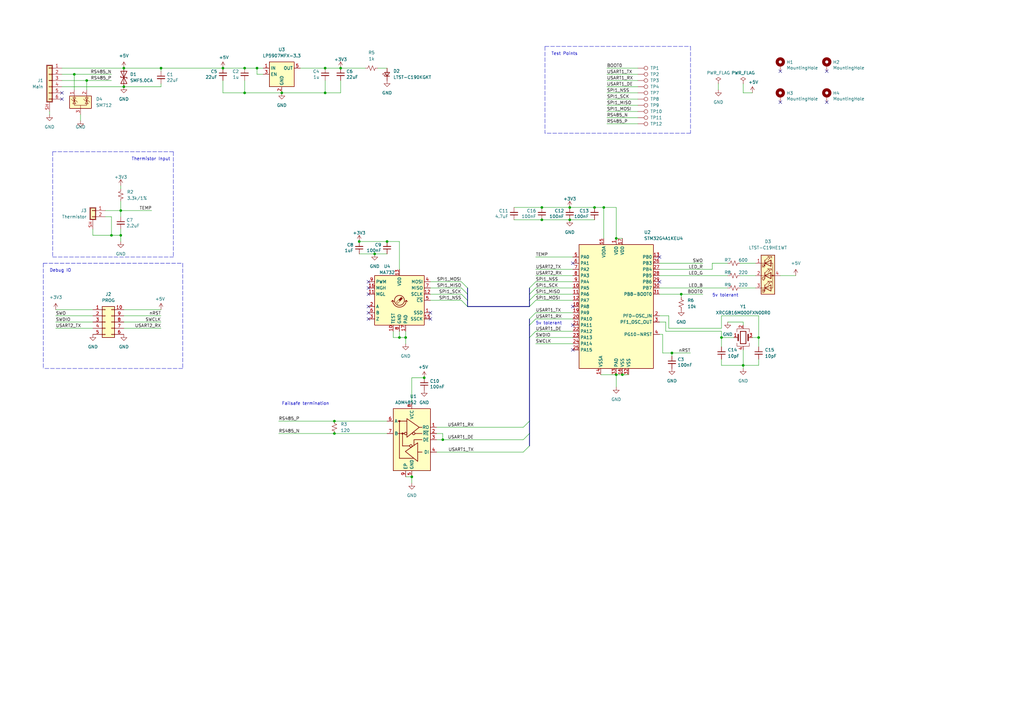
<source format=kicad_sch>
(kicad_sch (version 20211123) (generator eeschema)

  (uuid efeac2a2-7682-4dc7-83ee-f6f1b23da506)

  (paper "A3")

  (title_block
    (title "Differential Encoder")
    (date "2020-10-20")
    (rev "1")
    (company "ODrive Robotics")
    (comment 1 "Wetmelon")
  )

  (lib_symbols
    (symbol "Connector:TestPoint" (pin_numbers hide) (pin_names (offset 0.762) hide) (in_bom yes) (on_board yes)
      (property "Reference" "TP" (id 0) (at 0 6.858 0)
        (effects (font (size 1.27 1.27)))
      )
      (property "Value" "TestPoint" (id 1) (at 0 5.08 0)
        (effects (font (size 1.27 1.27)))
      )
      (property "Footprint" "" (id 2) (at 5.08 0 0)
        (effects (font (size 1.27 1.27)) hide)
      )
      (property "Datasheet" "~" (id 3) (at 5.08 0 0)
        (effects (font (size 1.27 1.27)) hide)
      )
      (property "ki_keywords" "test point tp" (id 4) (at 0 0 0)
        (effects (font (size 1.27 1.27)) hide)
      )
      (property "ki_description" "test point" (id 5) (at 0 0 0)
        (effects (font (size 1.27 1.27)) hide)
      )
      (property "ki_fp_filters" "Pin* Test*" (id 6) (at 0 0 0)
        (effects (font (size 1.27 1.27)) hide)
      )
      (symbol "TestPoint_0_1"
        (circle (center 0 3.302) (radius 0.762)
          (stroke (width 0) (type default) (color 0 0 0 0))
          (fill (type none))
        )
      )
      (symbol "TestPoint_1_1"
        (pin passive line (at 0 0 90) (length 2.54)
          (name "1" (effects (font (size 1.27 1.27))))
          (number "1" (effects (font (size 1.27 1.27))))
        )
      )
    )
    (symbol "Connector_Generic:Conn_02x05_Counter_Clockwise" (pin_names (offset 1.016) hide) (in_bom yes) (on_board yes)
      (property "Reference" "J" (id 0) (at 1.27 7.62 0)
        (effects (font (size 1.27 1.27)))
      )
      (property "Value" "Conn_02x05_Counter_Clockwise" (id 1) (at 1.27 -7.62 0)
        (effects (font (size 1.27 1.27)))
      )
      (property "Footprint" "" (id 2) (at 0 0 0)
        (effects (font (size 1.27 1.27)) hide)
      )
      (property "Datasheet" "~" (id 3) (at 0 0 0)
        (effects (font (size 1.27 1.27)) hide)
      )
      (property "ki_keywords" "connector" (id 4) (at 0 0 0)
        (effects (font (size 1.27 1.27)) hide)
      )
      (property "ki_description" "Generic connector, double row, 02x05, counter clockwise pin numbering scheme (similar to DIP packge numbering), script generated (kicad-library-utils/schlib/autogen/connector/)" (id 5) (at 0 0 0)
        (effects (font (size 1.27 1.27)) hide)
      )
      (property "ki_fp_filters" "Connector*:*_2x??_*" (id 6) (at 0 0 0)
        (effects (font (size 1.27 1.27)) hide)
      )
      (symbol "Conn_02x05_Counter_Clockwise_1_1"
        (rectangle (start -1.27 -4.953) (end 0 -5.207)
          (stroke (width 0.1524) (type default) (color 0 0 0 0))
          (fill (type none))
        )
        (rectangle (start -1.27 -2.413) (end 0 -2.667)
          (stroke (width 0.1524) (type default) (color 0 0 0 0))
          (fill (type none))
        )
        (rectangle (start -1.27 0.127) (end 0 -0.127)
          (stroke (width 0.1524) (type default) (color 0 0 0 0))
          (fill (type none))
        )
        (rectangle (start -1.27 2.667) (end 0 2.413)
          (stroke (width 0.1524) (type default) (color 0 0 0 0))
          (fill (type none))
        )
        (rectangle (start -1.27 5.207) (end 0 4.953)
          (stroke (width 0.1524) (type default) (color 0 0 0 0))
          (fill (type none))
        )
        (rectangle (start -1.27 6.35) (end 3.81 -6.35)
          (stroke (width 0.254) (type default) (color 0 0 0 0))
          (fill (type background))
        )
        (rectangle (start 3.81 -4.953) (end 2.54 -5.207)
          (stroke (width 0.1524) (type default) (color 0 0 0 0))
          (fill (type none))
        )
        (rectangle (start 3.81 -2.413) (end 2.54 -2.667)
          (stroke (width 0.1524) (type default) (color 0 0 0 0))
          (fill (type none))
        )
        (rectangle (start 3.81 0.127) (end 2.54 -0.127)
          (stroke (width 0.1524) (type default) (color 0 0 0 0))
          (fill (type none))
        )
        (rectangle (start 3.81 2.667) (end 2.54 2.413)
          (stroke (width 0.1524) (type default) (color 0 0 0 0))
          (fill (type none))
        )
        (rectangle (start 3.81 5.207) (end 2.54 4.953)
          (stroke (width 0.1524) (type default) (color 0 0 0 0))
          (fill (type none))
        )
        (pin passive line (at -5.08 5.08 0) (length 3.81)
          (name "Pin_1" (effects (font (size 1.27 1.27))))
          (number "1" (effects (font (size 1.27 1.27))))
        )
        (pin passive line (at 7.62 5.08 180) (length 3.81)
          (name "Pin_10" (effects (font (size 1.27 1.27))))
          (number "10" (effects (font (size 1.27 1.27))))
        )
        (pin passive line (at -5.08 2.54 0) (length 3.81)
          (name "Pin_2" (effects (font (size 1.27 1.27))))
          (number "2" (effects (font (size 1.27 1.27))))
        )
        (pin passive line (at -5.08 0 0) (length 3.81)
          (name "Pin_3" (effects (font (size 1.27 1.27))))
          (number "3" (effects (font (size 1.27 1.27))))
        )
        (pin passive line (at -5.08 -2.54 0) (length 3.81)
          (name "Pin_4" (effects (font (size 1.27 1.27))))
          (number "4" (effects (font (size 1.27 1.27))))
        )
        (pin passive line (at -5.08 -5.08 0) (length 3.81)
          (name "Pin_5" (effects (font (size 1.27 1.27))))
          (number "5" (effects (font (size 1.27 1.27))))
        )
        (pin passive line (at 7.62 -5.08 180) (length 3.81)
          (name "Pin_6" (effects (font (size 1.27 1.27))))
          (number "6" (effects (font (size 1.27 1.27))))
        )
        (pin passive line (at 7.62 -2.54 180) (length 3.81)
          (name "Pin_7" (effects (font (size 1.27 1.27))))
          (number "7" (effects (font (size 1.27 1.27))))
        )
        (pin passive line (at 7.62 0 180) (length 3.81)
          (name "Pin_8" (effects (font (size 1.27 1.27))))
          (number "8" (effects (font (size 1.27 1.27))))
        )
        (pin passive line (at 7.62 2.54 180) (length 3.81)
          (name "Pin_9" (effects (font (size 1.27 1.27))))
          (number "9" (effects (font (size 1.27 1.27))))
        )
      )
    )
    (symbol "Connector_Generic_Shielded:Conn_01x02_Shielded" (pin_names (offset 1.016) hide) (in_bom yes) (on_board yes)
      (property "Reference" "J" (id 0) (at 0.254 2.286 0)
        (effects (font (size 1.27 1.27)))
      )
      (property "Value" "Conn_01x02_Shielded" (id 1) (at 1.016 -4.826 0)
        (effects (font (size 1.27 1.27)) (justify left))
      )
      (property "Footprint" "" (id 2) (at 0 0 0)
        (effects (font (size 1.27 1.27)) hide)
      )
      (property "Datasheet" "~" (id 3) (at 0 0 0)
        (effects (font (size 1.27 1.27)) hide)
      )
      (property "ki_keywords" "connector" (id 4) (at 0 0 0)
        (effects (font (size 1.27 1.27)) hide)
      )
      (property "ki_description" "Generic shielded connector, single row, 01x02, script generated (kicad-library-utils/schlib/autogen/connector/)" (id 5) (at 0 0 0)
        (effects (font (size 1.27 1.27)) hide)
      )
      (property "ki_fp_filters" "Connector*:*_1x??-1SH*" (id 6) (at 0 0 0)
        (effects (font (size 1.27 1.27)) hide)
      )
      (symbol "Conn_01x02_Shielded_1_1"
        (rectangle (start -1.27 1.27) (end 1.27 -3.81)
          (stroke (width 0.1524) (type default) (color 0 0 0 0))
          (fill (type none))
        )
        (rectangle (start -1.016 -2.413) (end 0.254 -2.667)
          (stroke (width 0.1524) (type default) (color 0 0 0 0))
          (fill (type none))
        )
        (rectangle (start -1.016 0.127) (end 0.254 -0.127)
          (stroke (width 0.1524) (type default) (color 0 0 0 0))
          (fill (type none))
        )
        (rectangle (start -1.016 1.016) (end 1.016 -3.556)
          (stroke (width 0.254) (type default) (color 0 0 0 0))
          (fill (type background))
        )
        (pin passive line (at -5.08 0 0) (length 4.064)
          (name "Pin_1" (effects (font (size 1.27 1.27))))
          (number "1" (effects (font (size 1.27 1.27))))
        )
        (pin passive line (at -5.08 -2.54 0) (length 4.064)
          (name "Pin_2" (effects (font (size 1.27 1.27))))
          (number "2" (effects (font (size 1.27 1.27))))
        )
        (pin passive line (at 0 -7.62 90) (length 3.81)
          (name "Shield" (effects (font (size 1.27 1.27))))
          (number "SH" (effects (font (size 1.27 1.27))))
        )
      )
    )
    (symbol "Connector_Generic_Shielded:Conn_01x06_Shielded" (pin_names (offset 1.016) hide) (in_bom yes) (on_board yes)
      (property "Reference" "J" (id 0) (at 0.254 7.366 0)
        (effects (font (size 1.27 1.27)))
      )
      (property "Value" "Conn_01x06_Shielded" (id 1) (at 1.016 -9.906 0)
        (effects (font (size 1.27 1.27)) (justify left))
      )
      (property "Footprint" "" (id 2) (at 0 0 0)
        (effects (font (size 1.27 1.27)) hide)
      )
      (property "Datasheet" "~" (id 3) (at 0 0 0)
        (effects (font (size 1.27 1.27)) hide)
      )
      (property "ki_keywords" "connector" (id 4) (at 0 0 0)
        (effects (font (size 1.27 1.27)) hide)
      )
      (property "ki_description" "Generic shielded connector, single row, 01x06, script generated (kicad-library-utils/schlib/autogen/connector/)" (id 5) (at 0 0 0)
        (effects (font (size 1.27 1.27)) hide)
      )
      (property "ki_fp_filters" "Connector*:*_1x??-1SH*" (id 6) (at 0 0 0)
        (effects (font (size 1.27 1.27)) hide)
      )
      (symbol "Conn_01x06_Shielded_1_1"
        (rectangle (start -1.27 6.35) (end 1.27 -8.89)
          (stroke (width 0.1524) (type default) (color 0 0 0 0))
          (fill (type none))
        )
        (rectangle (start -1.016 -7.493) (end 0.254 -7.747)
          (stroke (width 0.1524) (type default) (color 0 0 0 0))
          (fill (type none))
        )
        (rectangle (start -1.016 -4.953) (end 0.254 -5.207)
          (stroke (width 0.1524) (type default) (color 0 0 0 0))
          (fill (type none))
        )
        (rectangle (start -1.016 -2.413) (end 0.254 -2.667)
          (stroke (width 0.1524) (type default) (color 0 0 0 0))
          (fill (type none))
        )
        (rectangle (start -1.016 0.127) (end 0.254 -0.127)
          (stroke (width 0.1524) (type default) (color 0 0 0 0))
          (fill (type none))
        )
        (rectangle (start -1.016 2.667) (end 0.254 2.413)
          (stroke (width 0.1524) (type default) (color 0 0 0 0))
          (fill (type none))
        )
        (rectangle (start -1.016 5.207) (end 0.254 4.953)
          (stroke (width 0.1524) (type default) (color 0 0 0 0))
          (fill (type none))
        )
        (rectangle (start -1.016 6.096) (end 1.016 -8.636)
          (stroke (width 0.254) (type default) (color 0 0 0 0))
          (fill (type background))
        )
        (pin passive line (at -5.08 5.08 0) (length 4.064)
          (name "Pin_1" (effects (font (size 1.27 1.27))))
          (number "1" (effects (font (size 1.27 1.27))))
        )
        (pin passive line (at -5.08 2.54 0) (length 4.064)
          (name "Pin_2" (effects (font (size 1.27 1.27))))
          (number "2" (effects (font (size 1.27 1.27))))
        )
        (pin passive line (at -5.08 0 0) (length 4.064)
          (name "Pin_3" (effects (font (size 1.27 1.27))))
          (number "3" (effects (font (size 1.27 1.27))))
        )
        (pin passive line (at -5.08 -2.54 0) (length 4.064)
          (name "Pin_4" (effects (font (size 1.27 1.27))))
          (number "4" (effects (font (size 1.27 1.27))))
        )
        (pin passive line (at -5.08 -5.08 0) (length 4.064)
          (name "Pin_5" (effects (font (size 1.27 1.27))))
          (number "5" (effects (font (size 1.27 1.27))))
        )
        (pin passive line (at -5.08 -7.62 0) (length 4.064)
          (name "Pin_6" (effects (font (size 1.27 1.27))))
          (number "6" (effects (font (size 1.27 1.27))))
        )
        (pin passive line (at 0 -12.7 90) (length 3.81)
          (name "Shield" (effects (font (size 1.27 1.27))))
          (number "SH" (effects (font (size 1.27 1.27))))
        )
      )
    )
    (symbol "Device:C_Small" (pin_numbers hide) (pin_names (offset 0.254) hide) (in_bom yes) (on_board yes)
      (property "Reference" "C" (id 0) (at 0.254 1.778 0)
        (effects (font (size 1.27 1.27)) (justify left))
      )
      (property "Value" "C_Small" (id 1) (at 0.254 -2.032 0)
        (effects (font (size 1.27 1.27)) (justify left))
      )
      (property "Footprint" "" (id 2) (at 0 0 0)
        (effects (font (size 1.27 1.27)) hide)
      )
      (property "Datasheet" "~" (id 3) (at 0 0 0)
        (effects (font (size 1.27 1.27)) hide)
      )
      (property "ki_keywords" "capacitor cap" (id 4) (at 0 0 0)
        (effects (font (size 1.27 1.27)) hide)
      )
      (property "ki_description" "Unpolarized capacitor, small symbol" (id 5) (at 0 0 0)
        (effects (font (size 1.27 1.27)) hide)
      )
      (property "ki_fp_filters" "C_*" (id 6) (at 0 0 0)
        (effects (font (size 1.27 1.27)) hide)
      )
      (symbol "C_Small_0_1"
        (polyline
          (pts
            (xy -1.524 -0.508)
            (xy 1.524 -0.508)
          )
          (stroke (width 0.3302) (type default) (color 0 0 0 0))
          (fill (type none))
        )
        (polyline
          (pts
            (xy -1.524 0.508)
            (xy 1.524 0.508)
          )
          (stroke (width 0.3048) (type default) (color 0 0 0 0))
          (fill (type none))
        )
      )
      (symbol "C_Small_1_1"
        (pin passive line (at 0 2.54 270) (length 2.032)
          (name "~" (effects (font (size 1.27 1.27))))
          (number "1" (effects (font (size 1.27 1.27))))
        )
        (pin passive line (at 0 -2.54 90) (length 2.032)
          (name "~" (effects (font (size 1.27 1.27))))
          (number "2" (effects (font (size 1.27 1.27))))
        )
      )
    )
    (symbol "Device:Crystal_GND24" (pin_names (offset 1.016) hide) (in_bom yes) (on_board yes)
      (property "Reference" "Y" (id 0) (at 3.175 5.08 0)
        (effects (font (size 1.27 1.27)) (justify left))
      )
      (property "Value" "Crystal_GND24" (id 1) (at 3.175 3.175 0)
        (effects (font (size 1.27 1.27)) (justify left))
      )
      (property "Footprint" "" (id 2) (at 0 0 0)
        (effects (font (size 1.27 1.27)) hide)
      )
      (property "Datasheet" "~" (id 3) (at 0 0 0)
        (effects (font (size 1.27 1.27)) hide)
      )
      (property "ki_keywords" "quartz ceramic resonator oscillator" (id 4) (at 0 0 0)
        (effects (font (size 1.27 1.27)) hide)
      )
      (property "ki_description" "Four pin crystal, GND on pins 2 and 4" (id 5) (at 0 0 0)
        (effects (font (size 1.27 1.27)) hide)
      )
      (property "ki_fp_filters" "Crystal*" (id 6) (at 0 0 0)
        (effects (font (size 1.27 1.27)) hide)
      )
      (symbol "Crystal_GND24_0_1"
        (rectangle (start -1.143 2.54) (end 1.143 -2.54)
          (stroke (width 0.3048) (type default) (color 0 0 0 0))
          (fill (type none))
        )
        (polyline
          (pts
            (xy -2.54 0)
            (xy -2.032 0)
          )
          (stroke (width 0) (type default) (color 0 0 0 0))
          (fill (type none))
        )
        (polyline
          (pts
            (xy -2.032 -1.27)
            (xy -2.032 1.27)
          )
          (stroke (width 0.508) (type default) (color 0 0 0 0))
          (fill (type none))
        )
        (polyline
          (pts
            (xy 0 -3.81)
            (xy 0 -3.556)
          )
          (stroke (width 0) (type default) (color 0 0 0 0))
          (fill (type none))
        )
        (polyline
          (pts
            (xy 0 3.556)
            (xy 0 3.81)
          )
          (stroke (width 0) (type default) (color 0 0 0 0))
          (fill (type none))
        )
        (polyline
          (pts
            (xy 2.032 -1.27)
            (xy 2.032 1.27)
          )
          (stroke (width 0.508) (type default) (color 0 0 0 0))
          (fill (type none))
        )
        (polyline
          (pts
            (xy 2.032 0)
            (xy 2.54 0)
          )
          (stroke (width 0) (type default) (color 0 0 0 0))
          (fill (type none))
        )
        (polyline
          (pts
            (xy -2.54 -2.286)
            (xy -2.54 -3.556)
            (xy 2.54 -3.556)
            (xy 2.54 -2.286)
          )
          (stroke (width 0) (type default) (color 0 0 0 0))
          (fill (type none))
        )
        (polyline
          (pts
            (xy -2.54 2.286)
            (xy -2.54 3.556)
            (xy 2.54 3.556)
            (xy 2.54 2.286)
          )
          (stroke (width 0) (type default) (color 0 0 0 0))
          (fill (type none))
        )
      )
      (symbol "Crystal_GND24_1_1"
        (pin passive line (at -3.81 0 0) (length 1.27)
          (name "1" (effects (font (size 1.27 1.27))))
          (number "1" (effects (font (size 1.27 1.27))))
        )
        (pin passive line (at 0 5.08 270) (length 1.27)
          (name "2" (effects (font (size 1.27 1.27))))
          (number "2" (effects (font (size 1.27 1.27))))
        )
        (pin passive line (at 3.81 0 180) (length 1.27)
          (name "3" (effects (font (size 1.27 1.27))))
          (number "3" (effects (font (size 1.27 1.27))))
        )
        (pin passive line (at 0 -5.08 90) (length 1.27)
          (name "4" (effects (font (size 1.27 1.27))))
          (number "4" (effects (font (size 1.27 1.27))))
        )
      )
    )
    (symbol "Device:D_TVS" (pin_numbers hide) (pin_names (offset 1.016) hide) (in_bom yes) (on_board yes)
      (property "Reference" "D" (id 0) (at 0 2.54 0)
        (effects (font (size 1.27 1.27)))
      )
      (property "Value" "D_TVS" (id 1) (at 0 -2.54 0)
        (effects (font (size 1.27 1.27)))
      )
      (property "Footprint" "" (id 2) (at 0 0 0)
        (effects (font (size 1.27 1.27)) hide)
      )
      (property "Datasheet" "~" (id 3) (at 0 0 0)
        (effects (font (size 1.27 1.27)) hide)
      )
      (property "ki_keywords" "diode TVS thyrector" (id 4) (at 0 0 0)
        (effects (font (size 1.27 1.27)) hide)
      )
      (property "ki_description" "Bidirectional transient-voltage-suppression diode" (id 5) (at 0 0 0)
        (effects (font (size 1.27 1.27)) hide)
      )
      (property "ki_fp_filters" "TO-???* *_Diode_* *SingleDiode* D_*" (id 6) (at 0 0 0)
        (effects (font (size 1.27 1.27)) hide)
      )
      (symbol "D_TVS_0_1"
        (polyline
          (pts
            (xy 1.27 0)
            (xy -1.27 0)
          )
          (stroke (width 0) (type default) (color 0 0 0 0))
          (fill (type none))
        )
        (polyline
          (pts
            (xy 0.508 1.27)
            (xy 0 1.27)
            (xy 0 -1.27)
            (xy -0.508 -1.27)
          )
          (stroke (width 0.254) (type default) (color 0 0 0 0))
          (fill (type none))
        )
        (polyline
          (pts
            (xy -2.54 1.27)
            (xy -2.54 -1.27)
            (xy 2.54 1.27)
            (xy 2.54 -1.27)
            (xy -2.54 1.27)
          )
          (stroke (width 0.254) (type default) (color 0 0 0 0))
          (fill (type none))
        )
      )
      (symbol "D_TVS_1_1"
        (pin passive line (at -3.81 0 0) (length 2.54)
          (name "A1" (effects (font (size 1.27 1.27))))
          (number "1" (effects (font (size 1.27 1.27))))
        )
        (pin passive line (at 3.81 0 180) (length 2.54)
          (name "A2" (effects (font (size 1.27 1.27))))
          (number "2" (effects (font (size 1.27 1.27))))
        )
      )
    )
    (symbol "Device:LED_RGBA" (pin_names (offset 0) hide) (in_bom yes) (on_board yes)
      (property "Reference" "D" (id 0) (at 0 9.398 0)
        (effects (font (size 1.27 1.27)))
      )
      (property "Value" "LED_RGBA" (id 1) (at 0 -8.89 0)
        (effects (font (size 1.27 1.27)))
      )
      (property "Footprint" "" (id 2) (at 0 -1.27 0)
        (effects (font (size 1.27 1.27)) hide)
      )
      (property "Datasheet" "~" (id 3) (at 0 -1.27 0)
        (effects (font (size 1.27 1.27)) hide)
      )
      (property "ki_keywords" "LED RGB diode" (id 4) (at 0 0 0)
        (effects (font (size 1.27 1.27)) hide)
      )
      (property "ki_description" "RGB LED, red/green/blue/anode" (id 5) (at 0 0 0)
        (effects (font (size 1.27 1.27)) hide)
      )
      (property "ki_fp_filters" "LED* LED_SMD:* LED_THT:*" (id 6) (at 0 0 0)
        (effects (font (size 1.27 1.27)) hide)
      )
      (symbol "LED_RGBA_0_0"
        (text "B" (at -1.905 -6.35 0)
          (effects (font (size 1.27 1.27)))
        )
        (text "G" (at -1.905 -1.27 0)
          (effects (font (size 1.27 1.27)))
        )
        (text "R" (at -1.905 3.81 0)
          (effects (font (size 1.27 1.27)))
        )
      )
      (symbol "LED_RGBA_0_1"
        (polyline
          (pts
            (xy -1.27 -5.08)
            (xy -2.54 -5.08)
          )
          (stroke (width 0) (type default) (color 0 0 0 0))
          (fill (type none))
        )
        (polyline
          (pts
            (xy -1.27 -5.08)
            (xy 1.27 -5.08)
          )
          (stroke (width 0) (type default) (color 0 0 0 0))
          (fill (type none))
        )
        (polyline
          (pts
            (xy -1.27 -3.81)
            (xy -1.27 -6.35)
          )
          (stroke (width 0.254) (type default) (color 0 0 0 0))
          (fill (type none))
        )
        (polyline
          (pts
            (xy -1.27 0)
            (xy -2.54 0)
          )
          (stroke (width 0) (type default) (color 0 0 0 0))
          (fill (type none))
        )
        (polyline
          (pts
            (xy -1.27 1.27)
            (xy -1.27 -1.27)
          )
          (stroke (width 0.254) (type default) (color 0 0 0 0))
          (fill (type none))
        )
        (polyline
          (pts
            (xy -1.27 5.08)
            (xy -2.54 5.08)
          )
          (stroke (width 0) (type default) (color 0 0 0 0))
          (fill (type none))
        )
        (polyline
          (pts
            (xy -1.27 5.08)
            (xy 1.27 5.08)
          )
          (stroke (width 0) (type default) (color 0 0 0 0))
          (fill (type none))
        )
        (polyline
          (pts
            (xy -1.27 6.35)
            (xy -1.27 3.81)
          )
          (stroke (width 0.254) (type default) (color 0 0 0 0))
          (fill (type none))
        )
        (polyline
          (pts
            (xy 1.27 0)
            (xy -1.27 0)
          )
          (stroke (width 0) (type default) (color 0 0 0 0))
          (fill (type none))
        )
        (polyline
          (pts
            (xy 1.27 0)
            (xy 2.54 0)
          )
          (stroke (width 0) (type default) (color 0 0 0 0))
          (fill (type none))
        )
        (polyline
          (pts
            (xy -1.27 1.27)
            (xy -1.27 -1.27)
            (xy -1.27 -1.27)
          )
          (stroke (width 0) (type default) (color 0 0 0 0))
          (fill (type none))
        )
        (polyline
          (pts
            (xy -1.27 6.35)
            (xy -1.27 3.81)
            (xy -1.27 3.81)
          )
          (stroke (width 0) (type default) (color 0 0 0 0))
          (fill (type none))
        )
        (polyline
          (pts
            (xy 1.27 -5.08)
            (xy 2.032 -5.08)
            (xy 2.032 5.08)
            (xy 1.27 5.08)
          )
          (stroke (width 0) (type default) (color 0 0 0 0))
          (fill (type none))
        )
        (polyline
          (pts
            (xy 1.27 -3.81)
            (xy 1.27 -6.35)
            (xy -1.27 -5.08)
            (xy 1.27 -3.81)
          )
          (stroke (width 0.254) (type default) (color 0 0 0 0))
          (fill (type none))
        )
        (polyline
          (pts
            (xy 1.27 1.27)
            (xy 1.27 -1.27)
            (xy -1.27 0)
            (xy 1.27 1.27)
          )
          (stroke (width 0.254) (type default) (color 0 0 0 0))
          (fill (type none))
        )
        (polyline
          (pts
            (xy 1.27 6.35)
            (xy 1.27 3.81)
            (xy -1.27 5.08)
            (xy 1.27 6.35)
          )
          (stroke (width 0.254) (type default) (color 0 0 0 0))
          (fill (type none))
        )
        (polyline
          (pts
            (xy -1.016 -3.81)
            (xy 0.508 -2.286)
            (xy -0.254 -2.286)
            (xy 0.508 -2.286)
            (xy 0.508 -3.048)
          )
          (stroke (width 0) (type default) (color 0 0 0 0))
          (fill (type none))
        )
        (polyline
          (pts
            (xy -1.016 1.27)
            (xy 0.508 2.794)
            (xy -0.254 2.794)
            (xy 0.508 2.794)
            (xy 0.508 2.032)
          )
          (stroke (width 0) (type default) (color 0 0 0 0))
          (fill (type none))
        )
        (polyline
          (pts
            (xy -1.016 6.35)
            (xy 0.508 7.874)
            (xy -0.254 7.874)
            (xy 0.508 7.874)
            (xy 0.508 7.112)
          )
          (stroke (width 0) (type default) (color 0 0 0 0))
          (fill (type none))
        )
        (polyline
          (pts
            (xy 0 -3.81)
            (xy 1.524 -2.286)
            (xy 0.762 -2.286)
            (xy 1.524 -2.286)
            (xy 1.524 -3.048)
          )
          (stroke (width 0) (type default) (color 0 0 0 0))
          (fill (type none))
        )
        (polyline
          (pts
            (xy 0 1.27)
            (xy 1.524 2.794)
            (xy 0.762 2.794)
            (xy 1.524 2.794)
            (xy 1.524 2.032)
          )
          (stroke (width 0) (type default) (color 0 0 0 0))
          (fill (type none))
        )
        (polyline
          (pts
            (xy 0 6.35)
            (xy 1.524 7.874)
            (xy 0.762 7.874)
            (xy 1.524 7.874)
            (xy 1.524 7.112)
          )
          (stroke (width 0) (type default) (color 0 0 0 0))
          (fill (type none))
        )
        (rectangle (start 1.27 -1.27) (end 1.27 1.27)
          (stroke (width 0) (type default) (color 0 0 0 0))
          (fill (type none))
        )
        (rectangle (start 1.27 1.27) (end 1.27 1.27)
          (stroke (width 0) (type default) (color 0 0 0 0))
          (fill (type none))
        )
        (rectangle (start 1.27 3.81) (end 1.27 6.35)
          (stroke (width 0) (type default) (color 0 0 0 0))
          (fill (type none))
        )
        (rectangle (start 1.27 6.35) (end 1.27 6.35)
          (stroke (width 0) (type default) (color 0 0 0 0))
          (fill (type none))
        )
        (circle (center 2.032 0) (radius 0.254)
          (stroke (width 0) (type default) (color 0 0 0 0))
          (fill (type outline))
        )
        (rectangle (start 2.794 8.382) (end -2.794 -7.62)
          (stroke (width 0.254) (type default) (color 0 0 0 0))
          (fill (type background))
        )
      )
      (symbol "LED_RGBA_1_1"
        (pin passive line (at -5.08 5.08 0) (length 2.54)
          (name "RK" (effects (font (size 1.27 1.27))))
          (number "1" (effects (font (size 1.27 1.27))))
        )
        (pin passive line (at -5.08 0 0) (length 2.54)
          (name "GK" (effects (font (size 1.27 1.27))))
          (number "2" (effects (font (size 1.27 1.27))))
        )
        (pin passive line (at -5.08 -5.08 0) (length 2.54)
          (name "BK" (effects (font (size 1.27 1.27))))
          (number "3" (effects (font (size 1.27 1.27))))
        )
        (pin passive line (at 5.08 0 180) (length 2.54)
          (name "A" (effects (font (size 1.27 1.27))))
          (number "4" (effects (font (size 1.27 1.27))))
        )
      )
    )
    (symbol "Device:LED_Small" (pin_numbers hide) (pin_names (offset 0.254) hide) (in_bom yes) (on_board yes)
      (property "Reference" "D" (id 0) (at -1.27 3.175 0)
        (effects (font (size 1.27 1.27)) (justify left))
      )
      (property "Value" "LED_Small" (id 1) (at -4.445 -2.54 0)
        (effects (font (size 1.27 1.27)) (justify left))
      )
      (property "Footprint" "" (id 2) (at 0 0 90)
        (effects (font (size 1.27 1.27)) hide)
      )
      (property "Datasheet" "~" (id 3) (at 0 0 90)
        (effects (font (size 1.27 1.27)) hide)
      )
      (property "ki_keywords" "LED diode light-emitting-diode" (id 4) (at 0 0 0)
        (effects (font (size 1.27 1.27)) hide)
      )
      (property "ki_description" "Light emitting diode, small symbol" (id 5) (at 0 0 0)
        (effects (font (size 1.27 1.27)) hide)
      )
      (property "ki_fp_filters" "LED* LED_SMD:* LED_THT:*" (id 6) (at 0 0 0)
        (effects (font (size 1.27 1.27)) hide)
      )
      (symbol "LED_Small_0_1"
        (polyline
          (pts
            (xy -0.762 -1.016)
            (xy -0.762 1.016)
          )
          (stroke (width 0.254) (type default) (color 0 0 0 0))
          (fill (type none))
        )
        (polyline
          (pts
            (xy 1.016 0)
            (xy -0.762 0)
          )
          (stroke (width 0) (type default) (color 0 0 0 0))
          (fill (type none))
        )
        (polyline
          (pts
            (xy 0.762 -1.016)
            (xy -0.762 0)
            (xy 0.762 1.016)
            (xy 0.762 -1.016)
          )
          (stroke (width 0.254) (type default) (color 0 0 0 0))
          (fill (type none))
        )
        (polyline
          (pts
            (xy 0 0.762)
            (xy -0.508 1.27)
            (xy -0.254 1.27)
            (xy -0.508 1.27)
            (xy -0.508 1.016)
          )
          (stroke (width 0) (type default) (color 0 0 0 0))
          (fill (type none))
        )
        (polyline
          (pts
            (xy 0.508 1.27)
            (xy 0 1.778)
            (xy 0.254 1.778)
            (xy 0 1.778)
            (xy 0 1.524)
          )
          (stroke (width 0) (type default) (color 0 0 0 0))
          (fill (type none))
        )
      )
      (symbol "LED_Small_1_1"
        (pin passive line (at -2.54 0 0) (length 1.778)
          (name "K" (effects (font (size 1.27 1.27))))
          (number "1" (effects (font (size 1.27 1.27))))
        )
        (pin passive line (at 2.54 0 180) (length 1.778)
          (name "A" (effects (font (size 1.27 1.27))))
          (number "2" (effects (font (size 1.27 1.27))))
        )
      )
    )
    (symbol "Device:R_Small_US" (pin_numbers hide) (pin_names (offset 0.254) hide) (in_bom yes) (on_board yes)
      (property "Reference" "R" (id 0) (at 0.762 0.508 0)
        (effects (font (size 1.27 1.27)) (justify left))
      )
      (property "Value" "R_Small_US" (id 1) (at 0.762 -1.016 0)
        (effects (font (size 1.27 1.27)) (justify left))
      )
      (property "Footprint" "" (id 2) (at 0 0 0)
        (effects (font (size 1.27 1.27)) hide)
      )
      (property "Datasheet" "~" (id 3) (at 0 0 0)
        (effects (font (size 1.27 1.27)) hide)
      )
      (property "ki_keywords" "r resistor" (id 4) (at 0 0 0)
        (effects (font (size 1.27 1.27)) hide)
      )
      (property "ki_description" "Resistor, small US symbol" (id 5) (at 0 0 0)
        (effects (font (size 1.27 1.27)) hide)
      )
      (property "ki_fp_filters" "R_*" (id 6) (at 0 0 0)
        (effects (font (size 1.27 1.27)) hide)
      )
      (symbol "R_Small_US_1_1"
        (polyline
          (pts
            (xy 0 0)
            (xy 1.016 -0.381)
            (xy 0 -0.762)
            (xy -1.016 -1.143)
            (xy 0 -1.524)
          )
          (stroke (width 0) (type default) (color 0 0 0 0))
          (fill (type none))
        )
        (polyline
          (pts
            (xy 0 1.524)
            (xy 1.016 1.143)
            (xy 0 0.762)
            (xy -1.016 0.381)
            (xy 0 0)
          )
          (stroke (width 0) (type default) (color 0 0 0 0))
          (fill (type none))
        )
        (pin passive line (at 0 2.54 270) (length 1.016)
          (name "~" (effects (font (size 1.27 1.27))))
          (number "1" (effects (font (size 1.27 1.27))))
        )
        (pin passive line (at 0 -2.54 90) (length 1.016)
          (name "~" (effects (font (size 1.27 1.27))))
          (number "2" (effects (font (size 1.27 1.27))))
        )
      )
    )
    (symbol "Interface_UART:LTC2850xS8" (in_bom yes) (on_board yes)
      (property "Reference" "U1" (id 0) (at -2.0194 17.78 0)
        (effects (font (size 1.27 1.27)) (justify left))
      )
      (property "Value" "ADM4852" (id 1) (at -2.0194 15.24 0)
        (effects (font (size 1.27 1.27)) (justify left))
      )
      (property "Footprint" "Package_CSP:LFCSP-8-1EP_3x3mm_P0.5mm_EP1.45x1.74mm" (id 2) (at 0 -22.86 0)
        (effects (font (size 1.27 1.27)) hide)
      )
      (property "Datasheet" "https://www.analog.com/media/en/technical-documentation/data-sheets/285012fe.pdf" (id 3) (at 12.7 2.54 0)
        (effects (font (size 1.27 1.27)) hide)
      )
      (property "ki_keywords" "RS485 RS422 transceiver half duplex" (id 4) (at 0 0 0)
        (effects (font (size 1.27 1.27)) hide)
      )
      (property "ki_description" "RS-485, RS-422 Half duplex 20Mbps transceiver, SOIC-8" (id 5) (at 0 0 0)
        (effects (font (size 1.27 1.27)) hide)
      )
      (property "ki_fp_filters" "SOIC*3.9x4.9mm*P1.27mm*" (id 6) (at 0 0 0)
        (effects (font (size 1.27 1.27)) hide)
      )
      (symbol "LTC2850xS8_0_1"
        (rectangle (start -7.62 12.7) (end 7.62 -12.7)
          (stroke (width 0.254) (type default) (color 0 0 0 0))
          (fill (type background))
        )
        (polyline
          (pts
            (xy -4.191 2.54)
            (xy -1.27 2.54)
          )
          (stroke (width 0.254) (type default) (color 0 0 0 0))
          (fill (type none))
        )
        (polyline
          (pts
            (xy -2.54 -5.08)
            (xy -4.191 -5.08)
          )
          (stroke (width 0.254) (type default) (color 0 0 0 0))
          (fill (type none))
        )
        (polyline
          (pts
            (xy -0.635 -7.62)
            (xy 5.08 -7.62)
          )
          (stroke (width 0.254) (type default) (color 0 0 0 0))
          (fill (type none))
        )
        (polyline
          (pts
            (xy 0.889 -2.54)
            (xy 3.81 -2.54)
          )
          (stroke (width 0.254) (type default) (color 0 0 0 0))
          (fill (type none))
        )
        (polyline
          (pts
            (xy 2.032 7.62)
            (xy 5.715 7.62)
          )
          (stroke (width 0.254) (type default) (color 0 0 0 0))
          (fill (type none))
        )
        (polyline
          (pts
            (xy 3.048 2.54)
            (xy 5.715 2.54)
          )
          (stroke (width 0.254) (type default) (color 0 0 0 0))
          (fill (type none))
        )
        (polyline
          (pts
            (xy 3.81 -2.54)
            (xy 3.81 2.54)
          )
          (stroke (width 0.254) (type default) (color 0 0 0 0))
          (fill (type none))
        )
        (polyline
          (pts
            (xy 5.08 -7.62)
            (xy 5.08 7.62)
          )
          (stroke (width 0.254) (type default) (color 0 0 0 0))
          (fill (type none))
        )
        (polyline
          (pts
            (xy -4.191 0)
            (xy -0.889 0)
            (xy -0.889 -2.286)
          )
          (stroke (width 0.254) (type default) (color 0 0 0 0))
          (fill (type none))
        )
        (polyline
          (pts
            (xy -3.175 5.08)
            (xy -4.191 5.08)
            (xy -4.064 5.08)
          )
          (stroke (width 0.254) (type default) (color 0 0 0 0))
          (fill (type none))
        )
        (polyline
          (pts
            (xy -2.413 -5.08)
            (xy -2.413 -1.27)
            (xy 2.667 -4.826)
            (xy -2.413 -8.89)
            (xy -2.413 -5.08)
          )
          (stroke (width 0.254) (type default) (color 0 0 0 0))
          (fill (type none))
        )
        (circle (center 0.381 -2.54) (radius 0.508)
          (stroke (width 0.254) (type default) (color 0 0 0 0))
          (fill (type none))
        )
        (circle (center 3.81 2.54) (radius 0.2794)
          (stroke (width 0.254) (type default) (color 0 0 0 0))
          (fill (type outline))
        )
      )
      (symbol "LTC2850xS8_1_1"
        (circle (center -0.762 2.54) (radius 0.508)
          (stroke (width 0.254) (type default) (color 0 0 0 0))
          (fill (type none))
        )
        (polyline
          (pts
            (xy 2.032 4.826)
            (xy 2.032 8.636)
            (xy -3.048 5.08)
            (xy 2.032 1.016)
            (xy 2.032 4.826)
          )
          (stroke (width 0.254) (type default) (color 0 0 0 0))
          (fill (type none))
        )
        (circle (center 2.54 2.54) (radius 0.508)
          (stroke (width 0.254) (type default) (color 0 0 0 0))
          (fill (type none))
        )
        (circle (center 5.08 7.62) (radius 0.2794)
          (stroke (width 0.254) (type default) (color 0 0 0 0))
          (fill (type outline))
        )
        (pin output line (at -10.16 5.08 0) (length 2.54)
          (name "RO" (effects (font (size 1.27 1.27))))
          (number "1" (effects (font (size 1.27 1.27))))
        )
        (pin input line (at -10.16 2.54 0) (length 2.54)
          (name "~{RE}" (effects (font (size 1.27 1.27))))
          (number "2" (effects (font (size 1.27 1.27))))
        )
        (pin input line (at -10.16 0 0) (length 2.54)
          (name "DE" (effects (font (size 1.27 1.27))))
          (number "3" (effects (font (size 1.27 1.27))))
        )
        (pin input line (at -10.16 -5.08 0) (length 2.54)
          (name "DI" (effects (font (size 1.27 1.27))))
          (number "4" (effects (font (size 1.27 1.27))))
        )
        (pin power_in line (at 0 -15.24 90) (length 2.54)
          (name "GND" (effects (font (size 1.27 1.27))))
          (number "5" (effects (font (size 1.27 1.27))))
        )
        (pin bidirectional line (at 10.16 7.62 180) (length 2.54)
          (name "A" (effects (font (size 1.27 1.27))))
          (number "6" (effects (font (size 1.27 1.27))))
        )
        (pin bidirectional line (at 10.16 2.54 180) (length 2.54)
          (name "B" (effects (font (size 1.27 1.27))))
          (number "7" (effects (font (size 1.27 1.27))))
        )
        (pin power_in line (at 0 15.24 270) (length 2.54)
          (name "VCC" (effects (font (size 1.27 1.27))))
          (number "8" (effects (font (size 1.27 1.27))))
        )
        (pin input line (at 2.54 -15.24 90) (length 2.54)
          (name "EP" (effects (font (size 1.27 1.27))))
          (number "9" (effects (font (size 1.27 1.27))))
        )
      )
    )
    (symbol "Mechanical:MountingHole_Pad" (pin_numbers hide) (pin_names (offset 1.016) hide) (in_bom yes) (on_board yes)
      (property "Reference" "H" (id 0) (at 0 6.35 0)
        (effects (font (size 1.27 1.27)))
      )
      (property "Value" "MountingHole_Pad" (id 1) (at 0 4.445 0)
        (effects (font (size 1.27 1.27)))
      )
      (property "Footprint" "" (id 2) (at 0 0 0)
        (effects (font (size 1.27 1.27)) hide)
      )
      (property "Datasheet" "~" (id 3) (at 0 0 0)
        (effects (font (size 1.27 1.27)) hide)
      )
      (property "ki_keywords" "mounting hole" (id 4) (at 0 0 0)
        (effects (font (size 1.27 1.27)) hide)
      )
      (property "ki_description" "Mounting Hole with connection" (id 5) (at 0 0 0)
        (effects (font (size 1.27 1.27)) hide)
      )
      (property "ki_fp_filters" "MountingHole*Pad*" (id 6) (at 0 0 0)
        (effects (font (size 1.27 1.27)) hide)
      )
      (symbol "MountingHole_Pad_0_1"
        (circle (center 0 1.27) (radius 1.27)
          (stroke (width 1.27) (type default) (color 0 0 0 0))
          (fill (type none))
        )
      )
      (symbol "MountingHole_Pad_1_1"
        (pin input line (at 0 -2.54 90) (length 2.54)
          (name "1" (effects (font (size 1.27 1.27))))
          (number "1" (effects (font (size 1.27 1.27))))
        )
      )
    )
    (symbol "Power_Protection:NUP2105L" (pin_names hide) (in_bom yes) (on_board yes)
      (property "Reference" "D" (id 0) (at 5.715 2.54 0)
        (effects (font (size 1.27 1.27)) (justify left))
      )
      (property "Value" "NUP2105L" (id 1) (at 5.715 0.635 0)
        (effects (font (size 1.27 1.27)) (justify left))
      )
      (property "Footprint" "Package_TO_SOT_SMD:SOT-23" (id 2) (at 5.715 -1.27 0)
        (effects (font (size 1.27 1.27)) (justify left) hide)
      )
      (property "Datasheet" "http://www.onsemi.com/pub_link/Collateral/NUP2105L-D.PDF" (id 3) (at 3.175 3.175 0)
        (effects (font (size 1.27 1.27)) hide)
      )
      (property "ki_keywords" "can esd protection suppression transient" (id 4) (at 0 0 0)
        (effects (font (size 1.27 1.27)) hide)
      )
      (property "ki_description" "Dual Line CAN Bus Protector, 24Vrwm" (id 5) (at 0 0 0)
        (effects (font (size 1.27 1.27)) hide)
      )
      (property "ki_fp_filters" "SOT?23*" (id 6) (at 0 0 0)
        (effects (font (size 1.27 1.27)) hide)
      )
      (symbol "NUP2105L_0_0"
        (pin passive line (at 0 -5.08 90) (length 2.54)
          (name "A" (effects (font (size 1.27 1.27))))
          (number "3" (effects (font (size 1.27 1.27))))
        )
      )
      (symbol "NUP2105L_0_1"
        (rectangle (start -4.445 2.54) (end 4.445 -2.54)
          (stroke (width 0.254) (type default) (color 0 0 0 0))
          (fill (type background))
        )
        (polyline
          (pts
            (xy -2.54 2.54)
            (xy -2.54 0.635)
          )
          (stroke (width 0) (type default) (color 0 0 0 0))
          (fill (type none))
        )
        (polyline
          (pts
            (xy 0 -1.27)
            (xy 0 -2.54)
          )
          (stroke (width 0) (type default) (color 0 0 0 0))
          (fill (type none))
        )
        (polyline
          (pts
            (xy 2.54 2.54)
            (xy 2.54 0.635)
          )
          (stroke (width 0) (type default) (color 0 0 0 0))
          (fill (type none))
        )
        (polyline
          (pts
            (xy -3.81 1.27)
            (xy -3.175 0.635)
            (xy -1.905 0.635)
            (xy -1.27 0)
          )
          (stroke (width 0) (type default) (color 0 0 0 0))
          (fill (type none))
        )
        (polyline
          (pts
            (xy -2.54 0.635)
            (xy -2.54 -1.27)
            (xy 2.54 -1.27)
            (xy 2.54 0.635)
          )
          (stroke (width 0) (type default) (color 0 0 0 0))
          (fill (type none))
        )
        (polyline
          (pts
            (xy -2.54 0.635)
            (xy -1.905 -0.635)
            (xy -3.175 -0.635)
            (xy -2.54 0.635)
          )
          (stroke (width 0) (type default) (color 0 0 0 0))
          (fill (type none))
        )
        (polyline
          (pts
            (xy 2.54 0.635)
            (xy 1.905 -0.635)
            (xy 3.175 -0.635)
            (xy 2.54 0.635)
          )
          (stroke (width 0) (type default) (color 0 0 0 0))
          (fill (type none))
        )
        (polyline
          (pts
            (xy 2.54 0.635)
            (xy 3.175 1.905)
            (xy 1.905 1.905)
            (xy 2.54 0.635)
          )
          (stroke (width 0) (type default) (color 0 0 0 0))
          (fill (type none))
        )
        (polyline
          (pts
            (xy -2.54 0.635)
            (xy -3.175 1.905)
            (xy -1.905 1.905)
            (xy -2.54 0.635)
            (xy -2.54 1.27)
          )
          (stroke (width 0) (type default) (color 0 0 0 0))
          (fill (type none))
        )
        (polyline
          (pts
            (xy 1.27 1.27)
            (xy 1.905 0.635)
            (xy 2.54 0.635)
            (xy 3.175 0.635)
            (xy 3.81 0)
          )
          (stroke (width 0) (type default) (color 0 0 0 0))
          (fill (type none))
        )
      )
      (symbol "NUP2105L_1_1"
        (pin passive line (at -2.54 5.08 270) (length 2.54)
          (name "K" (effects (font (size 1.27 1.27))))
          (number "1" (effects (font (size 1.27 1.27))))
        )
        (pin passive line (at 2.54 5.08 270) (length 2.54)
          (name "K" (effects (font (size 1.27 1.27))))
          (number "2" (effects (font (size 1.27 1.27))))
        )
      )
    )
    (symbol "Regulator_Linear:LP5907MFX-3.3" (in_bom yes) (on_board yes)
      (property "Reference" "U" (id 0) (at -3.81 6.35 0)
        (effects (font (size 1.27 1.27)))
      )
      (property "Value" "LP5907MFX-3.3" (id 1) (at 6.35 6.35 0)
        (effects (font (size 1.27 1.27)))
      )
      (property "Footprint" "Package_TO_SOT_SMD:SOT-23-5" (id 2) (at 0 8.89 0)
        (effects (font (size 1.27 1.27)) hide)
      )
      (property "Datasheet" "http://www.ti.com/lit/ds/symlink/lp5907.pdf" (id 3) (at 0 12.7 0)
        (effects (font (size 1.27 1.27)) hide)
      )
      (property "ki_keywords" "Single Output LDO Low-Noise" (id 4) (at 0 0 0)
        (effects (font (size 1.27 1.27)) hide)
      )
      (property "ki_description" "250-mA Ultra-Low-Noise Low-IQ LDO, 3.3V, SOT-23" (id 5) (at 0 0 0)
        (effects (font (size 1.27 1.27)) hide)
      )
      (property "ki_fp_filters" "SOT?23*" (id 6) (at 0 0 0)
        (effects (font (size 1.27 1.27)) hide)
      )
      (symbol "LP5907MFX-3.3_0_1"
        (rectangle (start -5.08 -5.08) (end 5.08 5.08)
          (stroke (width 0.254) (type default) (color 0 0 0 0))
          (fill (type background))
        )
        (pin power_in line (at -7.62 2.54 0) (length 2.54)
          (name "IN" (effects (font (size 1.27 1.27))))
          (number "1" (effects (font (size 1.27 1.27))))
        )
        (pin power_in line (at 0 -7.62 90) (length 2.54)
          (name "GND" (effects (font (size 1.27 1.27))))
          (number "2" (effects (font (size 1.27 1.27))))
        )
        (pin input line (at -7.62 0 0) (length 2.54)
          (name "EN" (effects (font (size 1.27 1.27))))
          (number "3" (effects (font (size 1.27 1.27))))
        )
        (pin no_connect line (at 5.08 0 180) (length 2.54) hide
          (name "NC" (effects (font (size 1.27 1.27))))
          (number "4" (effects (font (size 1.27 1.27))))
        )
        (pin power_out line (at 7.62 2.54 180) (length 2.54)
          (name "OUT" (effects (font (size 1.27 1.27))))
          (number "5" (effects (font (size 1.27 1.27))))
        )
      )
    )
    (symbol "Sensor_Magnetic:MA730" (in_bom yes) (on_board yes)
      (property "Reference" "U" (id 0) (at -10.16 11.43 0)
        (effects (font (size 1.27 1.27)) (justify left))
      )
      (property "Value" "MA730" (id 1) (at 10.16 11.43 0)
        (effects (font (size 1.27 1.27)) (justify right))
      )
      (property "Footprint" "Package_DFN_QFN:QFN-16-1EP_3x3mm_P0.5mm_EP1.8x1.8mm" (id 2) (at 0 -24.13 0)
        (effects (font (size 1.27 1.27)) hide)
      )
      (property "Datasheet" "https://www.monolithicpower.com/pub/media/document/m/a/ma730_r1.01.pdf" (id 3) (at -54.61 40.64 0)
        (effects (font (size 1.27 1.27)) hide)
      )
      (property "ki_keywords" "sensor magnetic hall position rotation spi" (id 4) (at 0 0 0)
        (effects (font (size 1.27 1.27)) hide)
      )
      (property "ki_description" "Magnetic rotary angle sensor, 14-bit, SPI interface, ABZ, PWM, QFN-16" (id 5) (at 0 0 0)
        (effects (font (size 1.27 1.27)) hide)
      )
      (property "ki_fp_filters" "QFN*3x3mm*P0.5mm*EP1.8x1.8mm*" (id 6) (at 0 0 0)
        (effects (font (size 1.27 1.27)) hide)
      )
      (symbol "MA730_0_1"
        (rectangle (start -10.16 10.16) (end 10.16 -10.16)
          (stroke (width 0.254) (type default) (color 0 0 0 0))
          (fill (type background))
        )
        (arc (start -2.794 0) (mid 0 -2.794) (end 2.794 0)
          (stroke (width 0.254) (type default) (color 0 0 0 0))
          (fill (type none))
        )
        (polyline
          (pts
            (xy -2.794 0)
            (xy -3.302 -0.508)
          )
          (stroke (width 0.254) (type default) (color 0 0 0 0))
          (fill (type none))
        )
        (polyline
          (pts
            (xy -2.794 0)
            (xy -2.286 -0.508)
          )
          (stroke (width 0.254) (type default) (color 0 0 0 0))
          (fill (type none))
        )
        (polyline
          (pts
            (xy 2.794 0)
            (xy 2.286 -0.508)
          )
          (stroke (width 0.254) (type default) (color 0 0 0 0))
          (fill (type none))
        )
        (polyline
          (pts
            (xy 2.794 0)
            (xy 3.302 -0.508)
          )
          (stroke (width 0.254) (type default) (color 0 0 0 0))
          (fill (type none))
        )
      )
      (symbol "MA730_1_1"
        (polyline
          (pts
            (xy 0.254 0.254)
            (xy 1.27 -0.762)
            (xy 0.762 -1.27)
            (xy -0.254 -0.254)
          )
          (stroke (width 0) (type default) (color 0 0 0 0))
          (fill (type none))
        )
        (polyline
          (pts
            (xy -0.762 1.27)
            (xy 0.254 0.254)
            (xy -0.254 -0.254)
            (xy -1.27 0.762)
            (xy -1.016 1.016)
            (xy -0.762 1.27)
            (xy -0.635 1.143)
          )
          (stroke (width 0) (type default) (color 0 0 0 0))
          (fill (type outline))
        )
        (circle (center 0 0) (radius 2.032)
          (stroke (width 0.254) (type default) (color 0 0 0 0))
          (fill (type none))
        )
        (pin output line (at -12.7 -5.08 0) (length 2.54)
          (name "SSD" (effects (font (size 1.27 1.27))))
          (number "1" (effects (font (size 1.27 1.27))))
        )
        (pin passive line (at 2.54 -12.7 90) (length 2.54)
          (name "TEST" (effects (font (size 1.27 1.27))))
          (number "10" (effects (font (size 1.27 1.27))))
        )
        (pin output line (at 12.7 2.54 180) (length 2.54)
          (name "MGL" (effects (font (size 1.27 1.27))))
          (number "11" (effects (font (size 1.27 1.27))))
        )
        (pin input line (at -12.7 2.54 0) (length 2.54)
          (name "SCLK" (effects (font (size 1.27 1.27))))
          (number "12" (effects (font (size 1.27 1.27))))
        )
        (pin power_in line (at 0 12.7 270) (length 2.54)
          (name "VDD" (effects (font (size 1.27 1.27))))
          (number "13" (effects (font (size 1.27 1.27))))
        )
        (pin no_connect line (at 5.08 -10.16 90) (length 2.54) hide
          (name "NC" (effects (font (size 1.27 1.27))))
          (number "14" (effects (font (size 1.27 1.27))))
        )
        (pin input line (at -12.7 -7.62 0) (length 2.54)
          (name "SSCK" (effects (font (size 1.27 1.27))))
          (number "15" (effects (font (size 1.27 1.27))))
        )
        (pin output line (at 12.7 5.08 180) (length 2.54)
          (name "MGH" (effects (font (size 1.27 1.27))))
          (number "16" (effects (font (size 1.27 1.27))))
        )
        (pin input line (at -2.54 -12.7 90) (length 2.54)
          (name "PAD" (effects (font (size 1.27 1.27))))
          (number "17" (effects (font (size 1.27 1.27))))
        )
        (pin output line (at 12.7 -2.54 180) (length 2.54)
          (name "A" (effects (font (size 1.27 1.27))))
          (number "2" (effects (font (size 1.27 1.27))))
        )
        (pin output line (at 12.7 -7.62 180) (length 2.54)
          (name "Z" (effects (font (size 1.27 1.27))))
          (number "3" (effects (font (size 1.27 1.27))))
        )
        (pin input line (at -12.7 7.62 0) (length 2.54)
          (name "MOSI" (effects (font (size 1.27 1.27))))
          (number "4" (effects (font (size 1.27 1.27))))
        )
        (pin input line (at -12.7 0 0) (length 2.54)
          (name "~{CS}" (effects (font (size 1.27 1.27))))
          (number "5" (effects (font (size 1.27 1.27))))
        )
        (pin output line (at 12.7 -5.08 180) (length 2.54)
          (name "B" (effects (font (size 1.27 1.27))))
          (number "6" (effects (font (size 1.27 1.27))))
        )
        (pin output line (at -12.7 5.08 0) (length 2.54)
          (name "MISO" (effects (font (size 1.27 1.27))))
          (number "7" (effects (font (size 1.27 1.27))))
        )
        (pin power_in line (at 0 -12.7 90) (length 2.54)
          (name "GND" (effects (font (size 1.27 1.27))))
          (number "8" (effects (font (size 1.27 1.27))))
        )
        (pin output line (at 12.7 7.62 180) (length 2.54)
          (name "PWM" (effects (font (size 1.27 1.27))))
          (number "9" (effects (font (size 1.27 1.27))))
        )
      )
    )
    (symbol "Wetmelon:STM32G4A1KEU4" (in_bom yes) (on_board yes)
      (property "Reference" "U2" (id 0) (at 2.0194 30.48 0)
        (effects (font (size 1.27 1.27)) (justify left))
      )
      (property "Value" "STM32G4A1KEU4" (id 1) (at 2.0194 27.94 0)
        (effects (font (size 1.27 1.27)) (justify left))
      )
      (property "Footprint" "Package_DFN_QFN:UFQFPN-32-1EP_5x5mm_P0.5mm_EP3.5x3.5mm" (id 2) (at -7.62 -36.83 0)
        (effects (font (size 1.27 1.27)) (justify right) hide)
      )
      (property "Datasheet" "https://www.st.com/resource/en/datasheet/stm32g4a1ke.pdf" (id 3) (at 0 0 0)
        (effects (font (size 1.27 1.27)) hide)
      )
      (property "ki_keywords" "ARM Cortex-M4+ STM32G4 STM32G4A1KE" (id 4) (at 0 0 0)
        (effects (font (size 1.27 1.27)) hide)
      )
      (property "ki_description" "ARM Cortex-M4+ MCU, UFQFPN-32" (id 5) (at 0 0 0)
        (effects (font (size 1.27 1.27)) hide)
      )
      (property "ki_fp_filters" "UFQFPN*1EP*5x5mm*P0.5mm*" (id 6) (at 0 0 0)
        (effects (font (size 1.27 1.27)) hide)
      )
      (symbol "STM32G4A1KEU4_0_1"
        (rectangle (start -15.24 -25.4) (end 15.24 25.4)
          (stroke (width 0.254) (type default) (color 0 0 0 0))
          (fill (type background))
        )
      )
      (symbol "STM32G4A1KEU4_1_1"
        (pin power_in line (at 0 27.94 270) (length 2.54)
          (name "VDD" (effects (font (size 1.27 1.27))))
          (number "1" (effects (font (size 1.27 1.27))))
        )
        (pin bidirectional line (at -17.78 7.62 0) (length 2.54)
          (name "PA5" (effects (font (size 1.27 1.27))))
          (number "10" (effects (font (size 1.27 1.27))))
        )
        (pin bidirectional line (at -17.78 5.08 0) (length 2.54)
          (name "PA6" (effects (font (size 1.27 1.27))))
          (number "11" (effects (font (size 1.27 1.27))))
        )
        (pin bidirectional line (at -17.78 2.54 0) (length 2.54)
          (name "PA7" (effects (font (size 1.27 1.27))))
          (number "12" (effects (font (size 1.27 1.27))))
        )
        (pin bidirectional line (at 17.78 20.32 180) (length 2.54)
          (name "PB0" (effects (font (size 1.27 1.27))))
          (number "13" (effects (font (size 1.27 1.27))))
        )
        (pin power_in line (at -6.35 -27.94 90) (length 2.54)
          (name "VSSA" (effects (font (size 1.27 1.27))))
          (number "14" (effects (font (size 1.27 1.27))))
        )
        (pin power_in line (at -5.08 27.94 270) (length 2.54)
          (name "VDDA" (effects (font (size 1.27 1.27))))
          (number "15" (effects (font (size 1.27 1.27))))
        )
        (pin power_in line (at 2.54 -27.94 90) (length 2.54)
          (name "VSS" (effects (font (size 1.27 1.27))))
          (number "16" (effects (font (size 1.27 1.27))))
        )
        (pin power_in line (at 2.54 27.94 270) (length 2.54)
          (name "VDD" (effects (font (size 1.27 1.27))))
          (number "17" (effects (font (size 1.27 1.27))))
        )
        (pin bidirectional line (at -17.78 0 0) (length 2.54)
          (name "PA8" (effects (font (size 1.27 1.27))))
          (number "18" (effects (font (size 1.27 1.27))))
        )
        (pin bidirectional line (at -17.78 -2.54 0) (length 2.54)
          (name "PA9" (effects (font (size 1.27 1.27))))
          (number "19" (effects (font (size 1.27 1.27))))
        )
        (pin bidirectional line (at 17.78 -3.81 180) (length 2.54)
          (name "PF0-OSC_IN" (effects (font (size 1.27 1.27))))
          (number "2" (effects (font (size 1.27 1.27))))
        )
        (pin bidirectional line (at -17.78 -5.08 0) (length 2.54)
          (name "PA10" (effects (font (size 1.27 1.27))))
          (number "20" (effects (font (size 1.27 1.27))))
        )
        (pin bidirectional line (at -17.78 -7.62 0) (length 2.54)
          (name "PA11" (effects (font (size 1.27 1.27))))
          (number "21" (effects (font (size 1.27 1.27))))
        )
        (pin bidirectional line (at -17.78 -10.16 0) (length 2.54)
          (name "PA12" (effects (font (size 1.27 1.27))))
          (number "22" (effects (font (size 1.27 1.27))))
        )
        (pin bidirectional line (at -17.78 -12.7 0) (length 2.54)
          (name "PA13" (effects (font (size 1.27 1.27))))
          (number "23" (effects (font (size 1.27 1.27))))
        )
        (pin bidirectional line (at -17.78 -15.24 0) (length 2.54)
          (name "PA14" (effects (font (size 1.27 1.27))))
          (number "24" (effects (font (size 1.27 1.27))))
        )
        (pin bidirectional line (at -17.78 -17.78 0) (length 2.54)
          (name "PA15" (effects (font (size 1.27 1.27))))
          (number "25" (effects (font (size 1.27 1.27))))
        )
        (pin bidirectional line (at 17.78 17.78 180) (length 2.54)
          (name "PB3" (effects (font (size 1.27 1.27))))
          (number "26" (effects (font (size 1.27 1.27))))
        )
        (pin bidirectional line (at 17.78 15.24 180) (length 2.54)
          (name "PB4" (effects (font (size 1.27 1.27))))
          (number "27" (effects (font (size 1.27 1.27))))
        )
        (pin bidirectional line (at 17.78 12.7 180) (length 2.54)
          (name "PB5" (effects (font (size 1.27 1.27))))
          (number "28" (effects (font (size 1.27 1.27))))
        )
        (pin bidirectional line (at 17.78 10.16 180) (length 2.54)
          (name "PB6" (effects (font (size 1.27 1.27))))
          (number "29" (effects (font (size 1.27 1.27))))
        )
        (pin bidirectional line (at 17.78 -6.35 180) (length 2.54)
          (name "PF1_OSC_OUT" (effects (font (size 1.27 1.27))))
          (number "3" (effects (font (size 1.27 1.27))))
        )
        (pin bidirectional line (at 17.78 7.62 180) (length 2.54)
          (name "PB7" (effects (font (size 1.27 1.27))))
          (number "30" (effects (font (size 1.27 1.27))))
        )
        (pin bidirectional line (at 17.78 5.08 180) (length 2.54)
          (name "PB8-BOOT0" (effects (font (size 1.27 1.27))))
          (number "31" (effects (font (size 1.27 1.27))))
        )
        (pin power_in line (at 5.08 -27.94 90) (length 2.54)
          (name "VSS" (effects (font (size 1.27 1.27))))
          (number "32" (effects (font (size 1.27 1.27))))
        )
        (pin input line (at 0 -27.94 90) (length 2.54)
          (name "PAD" (effects (font (size 1.27 1.27))))
          (number "33" (effects (font (size 1.27 1.27))))
        )
        (pin bidirectional line (at 17.78 -11.43 180) (length 2.54)
          (name "PG10-NRST" (effects (font (size 1.27 1.27))))
          (number "4" (effects (font (size 1.27 1.27))))
        )
        (pin bidirectional line (at -17.78 20.32 0) (length 2.54)
          (name "PA0" (effects (font (size 1.27 1.27))))
          (number "5" (effects (font (size 1.27 1.27))))
        )
        (pin bidirectional line (at -17.78 17.78 0) (length 2.54)
          (name "PA1" (effects (font (size 1.27 1.27))))
          (number "6" (effects (font (size 1.27 1.27))))
        )
        (pin bidirectional line (at -17.78 15.24 0) (length 2.54)
          (name "PA2" (effects (font (size 1.27 1.27))))
          (number "7" (effects (font (size 1.27 1.27))))
        )
        (pin bidirectional line (at -17.78 12.7 0) (length 2.54)
          (name "PA3" (effects (font (size 1.27 1.27))))
          (number "8" (effects (font (size 1.27 1.27))))
        )
        (pin bidirectional line (at -17.78 10.16 0) (length 2.54)
          (name "PA4" (effects (font (size 1.27 1.27))))
          (number "9" (effects (font (size 1.27 1.27))))
        )
      )
    )
    (symbol "power:+3V3" (power) (pin_names (offset 0)) (in_bom yes) (on_board yes)
      (property "Reference" "#PWR" (id 0) (at 0 -3.81 0)
        (effects (font (size 1.27 1.27)) hide)
      )
      (property "Value" "+3V3" (id 1) (at 0 3.556 0)
        (effects (font (size 1.27 1.27)))
      )
      (property "Footprint" "" (id 2) (at 0 0 0)
        (effects (font (size 1.27 1.27)) hide)
      )
      (property "Datasheet" "" (id 3) (at 0 0 0)
        (effects (font (size 1.27 1.27)) hide)
      )
      (property "ki_keywords" "power-flag" (id 4) (at 0 0 0)
        (effects (font (size 1.27 1.27)) hide)
      )
      (property "ki_description" "Power symbol creates a global label with name \"+3V3\"" (id 5) (at 0 0 0)
        (effects (font (size 1.27 1.27)) hide)
      )
      (symbol "+3V3_0_1"
        (polyline
          (pts
            (xy -0.762 1.27)
            (xy 0 2.54)
          )
          (stroke (width 0) (type default) (color 0 0 0 0))
          (fill (type none))
        )
        (polyline
          (pts
            (xy 0 0)
            (xy 0 2.54)
          )
          (stroke (width 0) (type default) (color 0 0 0 0))
          (fill (type none))
        )
        (polyline
          (pts
            (xy 0 2.54)
            (xy 0.762 1.27)
          )
          (stroke (width 0) (type default) (color 0 0 0 0))
          (fill (type none))
        )
      )
      (symbol "+3V3_1_1"
        (pin power_in line (at 0 0 90) (length 0) hide
          (name "+3V3" (effects (font (size 1.27 1.27))))
          (number "1" (effects (font (size 1.27 1.27))))
        )
      )
    )
    (symbol "power:+5V" (power) (pin_names (offset 0)) (in_bom yes) (on_board yes)
      (property "Reference" "#PWR" (id 0) (at 0 -3.81 0)
        (effects (font (size 1.27 1.27)) hide)
      )
      (property "Value" "+5V" (id 1) (at 0 3.556 0)
        (effects (font (size 1.27 1.27)))
      )
      (property "Footprint" "" (id 2) (at 0 0 0)
        (effects (font (size 1.27 1.27)) hide)
      )
      (property "Datasheet" "" (id 3) (at 0 0 0)
        (effects (font (size 1.27 1.27)) hide)
      )
      (property "ki_keywords" "power-flag" (id 4) (at 0 0 0)
        (effects (font (size 1.27 1.27)) hide)
      )
      (property "ki_description" "Power symbol creates a global label with name \"+5V\"" (id 5) (at 0 0 0)
        (effects (font (size 1.27 1.27)) hide)
      )
      (symbol "+5V_0_1"
        (polyline
          (pts
            (xy -0.762 1.27)
            (xy 0 2.54)
          )
          (stroke (width 0) (type default) (color 0 0 0 0))
          (fill (type none))
        )
        (polyline
          (pts
            (xy 0 0)
            (xy 0 2.54)
          )
          (stroke (width 0) (type default) (color 0 0 0 0))
          (fill (type none))
        )
        (polyline
          (pts
            (xy 0 2.54)
            (xy 0.762 1.27)
          )
          (stroke (width 0) (type default) (color 0 0 0 0))
          (fill (type none))
        )
      )
      (symbol "+5V_1_1"
        (pin power_in line (at 0 0 90) (length 0) hide
          (name "+5V" (effects (font (size 1.27 1.27))))
          (number "1" (effects (font (size 1.27 1.27))))
        )
      )
    )
    (symbol "power:GND" (power) (pin_names (offset 0)) (in_bom yes) (on_board yes)
      (property "Reference" "#PWR" (id 0) (at 0 -6.35 0)
        (effects (font (size 1.27 1.27)) hide)
      )
      (property "Value" "GND" (id 1) (at 0 -3.81 0)
        (effects (font (size 1.27 1.27)))
      )
      (property "Footprint" "" (id 2) (at 0 0 0)
        (effects (font (size 1.27 1.27)) hide)
      )
      (property "Datasheet" "" (id 3) (at 0 0 0)
        (effects (font (size 1.27 1.27)) hide)
      )
      (property "ki_keywords" "power-flag" (id 4) (at 0 0 0)
        (effects (font (size 1.27 1.27)) hide)
      )
      (property "ki_description" "Power symbol creates a global label with name \"GND\" , ground" (id 5) (at 0 0 0)
        (effects (font (size 1.27 1.27)) hide)
      )
      (symbol "GND_0_1"
        (polyline
          (pts
            (xy 0 0)
            (xy 0 -1.27)
            (xy 1.27 -1.27)
            (xy 0 -2.54)
            (xy -1.27 -1.27)
            (xy 0 -1.27)
          )
          (stroke (width 0) (type default) (color 0 0 0 0))
          (fill (type none))
        )
      )
      (symbol "GND_1_1"
        (pin power_in line (at 0 0 270) (length 0) hide
          (name "GND" (effects (font (size 1.27 1.27))))
          (number "1" (effects (font (size 1.27 1.27))))
        )
      )
    )
    (symbol "power:PWR_FLAG" (power) (pin_numbers hide) (pin_names (offset 0) hide) (in_bom yes) (on_board yes)
      (property "Reference" "#FLG" (id 0) (at 0 1.905 0)
        (effects (font (size 1.27 1.27)) hide)
      )
      (property "Value" "PWR_FLAG" (id 1) (at 0 3.81 0)
        (effects (font (size 1.27 1.27)))
      )
      (property "Footprint" "" (id 2) (at 0 0 0)
        (effects (font (size 1.27 1.27)) hide)
      )
      (property "Datasheet" "~" (id 3) (at 0 0 0)
        (effects (font (size 1.27 1.27)) hide)
      )
      (property "ki_keywords" "power-flag" (id 4) (at 0 0 0)
        (effects (font (size 1.27 1.27)) hide)
      )
      (property "ki_description" "Special symbol for telling ERC where power comes from" (id 5) (at 0 0 0)
        (effects (font (size 1.27 1.27)) hide)
      )
      (symbol "PWR_FLAG_0_0"
        (pin power_out line (at 0 0 90) (length 0)
          (name "pwr" (effects (font (size 1.27 1.27))))
          (number "1" (effects (font (size 1.27 1.27))))
        )
      )
      (symbol "PWR_FLAG_0_1"
        (polyline
          (pts
            (xy 0 0)
            (xy 0 1.27)
            (xy -1.016 1.905)
            (xy 0 2.54)
            (xy 1.016 1.905)
            (xy 0 1.27)
          )
          (stroke (width 0) (type default) (color 0 0 0 0))
          (fill (type none))
        )
      )
    )
  )


  (junction (at 243.84 85.09) (diameter 0) (color 0 0 0 0)
    (uuid 080b5cd5-bb5a-4b44-a9dd-4cea9f9920a4)
  )
  (junction (at 133.35 38.1) (diameter 0) (color 0 0 0 0)
    (uuid 1682f776-b080-4986-8d0c-ae6eef804661)
  )
  (junction (at 50.8 35.56) (diameter 0) (color 0 0 0 0)
    (uuid 1736b52c-26fb-49e1-a1bb-8078d9148ce8)
  )
  (junction (at 35.56 33.02) (diameter 0) (color 0 0 0 0)
    (uuid 1bab495b-2c32-4776-82f0-59e9aad28314)
  )
  (junction (at 100.33 27.94) (diameter 0) (color 0 0 0 0)
    (uuid 215c3cbc-107e-4d53-81b9-56758ba6a165)
  )
  (junction (at 66.04 27.94) (diameter 0) (color 0 0 0 0)
    (uuid 2806131e-446a-498d-bb2c-32f50747d437)
  )
  (junction (at 133.35 27.94) (diameter 0) (color 0 0 0 0)
    (uuid 33371571-1fea-4aac-a819-032e8806becd)
  )
  (junction (at 168.91 195.58) (diameter 0) (color 0 0 0 0)
    (uuid 355bbf31-b43d-44ac-8b30-97d9bfd6e5cf)
  )
  (junction (at 45.72 96.52) (diameter 0) (color 0 0 0 0)
    (uuid 35de79d8-9725-4efc-af57-863c25566e83)
  )
  (junction (at 153.67 104.14) (diameter 0) (color 0 0 0 0)
    (uuid 36430df3-a414-4e88-b2b2-a4d1aa3c4360)
  )
  (junction (at 50.8 27.94) (diameter 0) (color 0 0 0 0)
    (uuid 36e2b872-ca7e-4293-8d54-d5b3acf0bfde)
  )
  (junction (at 115.57 38.1) (diameter 0) (color 0 0 0 0)
    (uuid 3c27ee2f-5c67-428c-bf6c-394c96030527)
  )
  (junction (at 181.61 180.34) (diameter 0) (color 0 0 0 0)
    (uuid 4bb71d2e-553d-4b15-95b3-47033bcfbbdb)
  )
  (junction (at 275.59 144.78) (diameter 0) (color 0 0 0 0)
    (uuid 5374c37a-0264-4279-b868-747f0bcb67fd)
  )
  (junction (at 137.16 177.8) (diameter 0) (color 0 0 0 0)
    (uuid 5c6eb18f-c0ba-4acd-9bdb-3efddd10e6bc)
  )
  (junction (at 139.7 27.94) (diameter 0) (color 0 0 0 0)
    (uuid 7cc8593e-f826-4ca6-9c3b-1022de3701fe)
  )
  (junction (at 30.48 30.48) (diameter 0) (color 0 0 0 0)
    (uuid 7e785f67-67f4-4ba2-a122-b7ba4aa3d285)
  )
  (junction (at 252.73 153.67) (diameter 0) (color 0 0 0 0)
    (uuid 7ee06581-a8ee-4844-9c91-b848512b2a99)
  )
  (junction (at 105.41 27.94) (diameter 0) (color 0 0 0 0)
    (uuid 806143ae-45d0-4413-8b8f-da82b269f59c)
  )
  (junction (at 279.4 120.65) (diameter 0) (color 0 0 0 0)
    (uuid 842b7e5c-40c0-47a1-88ad-ad618b4b0cd2)
  )
  (junction (at 304.8 149.86) (diameter 0) (color 0 0 0 0)
    (uuid 89d682a2-31cb-4c63-9ecd-53a06945789d)
  )
  (junction (at 158.75 99.06) (diameter 0) (color 0 0 0 0)
    (uuid 8bf44aa9-a3bd-45f7-bdbc-1a266546ad5f)
  )
  (junction (at 49.53 96.52) (diameter 0) (color 0 0 0 0)
    (uuid 924ded23-f72a-4531-8dde-8490967df771)
  )
  (junction (at 311.15 138.43) (diameter 0) (color 0 0 0 0)
    (uuid 95e1e2ba-f62c-4d3c-a400-8d4b3ea04a61)
  )
  (junction (at 222.25 85.09) (diameter 0) (color 0 0 0 0)
    (uuid 96d890a9-18de-4a3f-97a6-c09c0f7da8fc)
  )
  (junction (at 137.16 172.72) (diameter 0) (color 0 0 0 0)
    (uuid 98d5c49a-aff4-4d41-8458-ef1e5f07c2c2)
  )
  (junction (at 255.27 153.67) (diameter 0) (color 0 0 0 0)
    (uuid 9982ca7f-014d-4204-a2d0-cd110fd7452b)
  )
  (junction (at 247.65 85.09) (diameter 0) (color 0 0 0 0)
    (uuid a6007a59-9430-41be-8382-ed5694129169)
  )
  (junction (at 166.37 138.43) (diameter 0) (color 0 0 0 0)
    (uuid b7199d9b-bebb-4100-9ad3-c2bd31e21d65)
  )
  (junction (at 100.33 38.1) (diameter 0) (color 0 0 0 0)
    (uuid c10bd78f-5a5c-46a9-9758-9766867a92f8)
  )
  (junction (at 49.53 86.36) (diameter 0) (color 0 0 0 0)
    (uuid c741ea30-a239-4e71-bf8e-221df7d8308c)
  )
  (junction (at 173.99 154.94) (diameter 0) (color 0 0 0 0)
    (uuid cc934818-f12a-4cdc-ab72-77444dedef03)
  )
  (junction (at 295.91 138.43) (diameter 0) (color 0 0 0 0)
    (uuid dc696adb-f0c1-4f40-a68a-d4291172542a)
  )
  (junction (at 163.83 138.43) (diameter 0) (color 0 0 0 0)
    (uuid e4c6fdbb-fdc7-4ad4-a516-240d84cdc120)
  )
  (junction (at 233.68 90.17) (diameter 0) (color 0 0 0 0)
    (uuid e61d4df3-934f-4916-8b08-30cfdd0decf7)
  )
  (junction (at 91.44 27.94) (diameter 0) (color 0 0 0 0)
    (uuid e8ec7795-e416-4008-b837-70f789898361)
  )
  (junction (at 147.32 99.06) (diameter 0) (color 0 0 0 0)
    (uuid ec98046e-05f3-4e66-b507-f7383085d231)
  )
  (junction (at 233.68 85.09) (diameter 0) (color 0 0 0 0)
    (uuid ee9faa16-7681-47d5-a244-7f13686a35c6)
  )
  (junction (at 252.73 97.79) (diameter 0) (color 0 0 0 0)
    (uuid f95f4a99-04dd-4374-93dd-cf0c00bd6513)
  )
  (junction (at 222.25 90.17) (diameter 0) (color 0 0 0 0)
    (uuid fb8aff07-2ecb-433a-8568-af84acad0284)
  )

  (no_connect (at 176.53 128.27) (uuid 0c3dceba-7c95-4b3d-b590-0eb581444beb))
  (no_connect (at 320.04 41.91) (uuid 0f929d73-cae7-4467-989b-76a87e6e24cc))
  (no_connect (at 151.13 120.65) (uuid 182b2d54-931d-49d6-9f39-60a752623e36))
  (no_connect (at 270.51 115.57) (uuid 2f703c91-8b47-45f9-ab81-b0fc55774cdf))
  (no_connect (at 339.09 41.91) (uuid 4334e1c9-530b-46ac-ac2b-97486063d8ed))
  (no_connect (at 25.4 38.1) (uuid 573d7a7c-d06a-4d94-bbc5-b3c3015f9feb))
  (no_connect (at 320.04 29.21) (uuid 697025dc-97a6-4f2d-aca3-2706078b3d2b))
  (no_connect (at 151.13 125.73) (uuid 789ca812-3e0c-4a3f-97bc-a916dd9bce80))
  (no_connect (at 234.95 143.51) (uuid 7fed9418-bd03-49cb-be60-1e105b5ddf11))
  (no_connect (at 234.95 125.73) (uuid 8cc279ce-abab-47ef-a060-c84d806ede8e))
  (no_connect (at 234.95 133.35) (uuid 949b4d44-1290-461e-bf9f-2ccb199b03f8))
  (no_connect (at 176.53 130.81) (uuid 965308c8-e014-459a-b9db-b8493a601c62))
  (no_connect (at 151.13 115.57) (uuid a17904b9-135e-4dae-ae20-401c7787de72))
  (no_connect (at 234.95 107.95) (uuid b3a95cea-78ae-4dc0-aa23-9bfa3d8d8d89))
  (no_connect (at 270.51 105.41) (uuid beaa70b4-7c56-4163-9634-b0c726b0a73e))
  (no_connect (at 25.4 40.64) (uuid caf4bce4-e62e-4e9e-89d8-9b45912b0903))
  (no_connect (at 151.13 130.81) (uuid cdfb07af-801b-44ba-8c30-d021a6ad3039))
  (no_connect (at 151.13 128.27) (uuid e6b860cc-cb76-4220-acfb-68f1eb348bfa))
  (no_connect (at 339.09 29.21) (uuid efd3d857-8e0e-4076-86d6-4d8b68b23d24))
  (no_connect (at 151.13 118.11) (uuid f202141e-c20d-4cac-b016-06a44f2ecce8))

  (bus_entry (at 214.63 185.42) (size 2.54 -2.54)
    (stroke (width 0) (type default) (color 0 0 0 0))
    (uuid 22c5c1af-e441-432a-9b2f-a87d30695d05)
  )
  (bus_entry (at 214.63 175.26) (size 2.54 -2.54)
    (stroke (width 0) (type default) (color 0 0 0 0))
    (uuid 6edae063-40b6-481a-a45b-81905176813e)
  )
  (bus_entry (at 219.71 128.27) (size -2.54 2.54)
    (stroke (width 0) (type default) (color 0 0 0 0))
    (uuid 836e6846-3fd1-4098-8d04-b3ef29653183)
  )
  (bus_entry (at 219.71 115.57) (size -2.54 2.54)
    (stroke (width 0) (type default) (color 0 0 0 0))
    (uuid 9925c4d5-e0d8-44a1-8a33-408c206cfde4)
  )
  (bus_entry (at 219.71 120.65) (size -2.54 2.54)
    (stroke (width 0) (type default) (color 0 0 0 0))
    (uuid 9925c4d5-e0d8-44a1-8a33-408c206cfde5)
  )
  (bus_entry (at 219.71 118.11) (size -2.54 2.54)
    (stroke (width 0) (type default) (color 0 0 0 0))
    (uuid 9925c4d5-e0d8-44a1-8a33-408c206cfde6)
  )
  (bus_entry (at 219.71 123.19) (size -2.54 2.54)
    (stroke (width 0) (type default) (color 0 0 0 0))
    (uuid 9925c4d5-e0d8-44a1-8a33-408c206cfde7)
  )
  (bus_entry (at 189.23 115.57) (size 2.54 2.54)
    (stroke (width 0) (type default) (color 0 0 0 0))
    (uuid 9925c4d5-e0d8-44a1-8a33-408c206cfde8)
  )
  (bus_entry (at 189.23 118.11) (size 2.54 2.54)
    (stroke (width 0) (type default) (color 0 0 0 0))
    (uuid 9925c4d5-e0d8-44a1-8a33-408c206cfde9)
  )
  (bus_entry (at 189.23 120.65) (size 2.54 2.54)
    (stroke (width 0) (type default) (color 0 0 0 0))
    (uuid 9925c4d5-e0d8-44a1-8a33-408c206cfdea)
  )
  (bus_entry (at 189.23 123.19) (size 2.54 2.54)
    (stroke (width 0) (type default) (color 0 0 0 0))
    (uuid 9925c4d5-e0d8-44a1-8a33-408c206cfdeb)
  )
  (bus_entry (at 219.71 135.89) (size -2.54 2.54)
    (stroke (width 0) (type default) (color 0 0 0 0))
    (uuid 9ee051e5-5d25-454f-96d2-8ee4350899e7)
  )
  (bus_entry (at 219.71 130.81) (size -2.54 2.54)
    (stroke (width 0) (type default) (color 0 0 0 0))
    (uuid b8921981-d164-4b17-89ec-7ddb0d867188)
  )
  (bus_entry (at 214.63 180.34) (size 2.54 -2.54)
    (stroke (width 0) (type default) (color 0 0 0 0))
    (uuid f823bf6e-de8f-4679-8a19-ee297f532cb3)
  )

  (wire (pts (xy 219.71 118.11) (xy 234.95 118.11))
    (stroke (width 0) (type default) (color 0 0 0 0))
    (uuid 00e59ff1-d2d3-40a3-a47c-bd47cb9d5e98)
  )
  (wire (pts (xy 35.56 33.02) (xy 45.72 33.02))
    (stroke (width 0) (type default) (color 0 0 0 0))
    (uuid 019f4e44-191c-4e99-a3f0-aeddecaf9bf2)
  )
  (polyline (pts (xy 74.93 107.95) (xy 74.93 151.13))
    (stroke (width 0) (type default) (color 0 0 0 0))
    (uuid 024ea83b-cb8a-48bc-a93d-2a9ca5e27b2e)
  )

  (wire (pts (xy 219.71 123.19) (xy 234.95 123.19))
    (stroke (width 0) (type default) (color 0 0 0 0))
    (uuid 03943c92-80d7-476d-88e0-4e0ed7aec63e)
  )
  (wire (pts (xy 270.51 110.49) (xy 292.1 110.49))
    (stroke (width 0) (type default) (color 0 0 0 0))
    (uuid 04f25c64-b2ec-447f-8374-4209a82f82e7)
  )
  (wire (pts (xy 49.53 93.98) (xy 49.53 96.52))
    (stroke (width 0) (type default) (color 0 0 0 0))
    (uuid 07e45ab4-e650-4934-a87a-280cf7fc4336)
  )
  (bus (pts (xy 217.17 177.8) (xy 217.17 172.72))
    (stroke (width 0) (type default) (color 0 0 0 0))
    (uuid 08748c94-84eb-4920-8df5-59dfba6d7a6c)
  )

  (wire (pts (xy 219.71 115.57) (xy 234.95 115.57))
    (stroke (width 0) (type default) (color 0 0 0 0))
    (uuid 090b4be7-48c1-4a5a-9cc3-0e511fada657)
  )
  (wire (pts (xy 248.92 40.64) (xy 261.62 40.64))
    (stroke (width 0) (type default) (color 0 0 0 0))
    (uuid 0a28241c-351f-48a8-a81e-e69625cd0400)
  )
  (wire (pts (xy 304.8 132.08) (xy 304.8 133.35))
    (stroke (width 0) (type default) (color 0 0 0 0))
    (uuid 0c86ef53-2bc6-4cb8-965a-9f02f64a9e3d)
  )
  (polyline (pts (xy 21.59 62.23) (xy 21.59 105.41))
    (stroke (width 0) (type default) (color 0 0 0 0))
    (uuid 0e28dc48-29d8-42a9-8a00-a032c0b88e37)
  )

  (wire (pts (xy 304.8 143.51) (xy 304.8 149.86))
    (stroke (width 0) (type default) (color 0 0 0 0))
    (uuid 10599361-6c6e-4b01-aa65-3f73196ae577)
  )
  (wire (pts (xy 279.4 120.65) (xy 288.29 120.65))
    (stroke (width 0) (type default) (color 0 0 0 0))
    (uuid 109a16dd-f685-4cf2-a2d4-7972d80fb0e0)
  )
  (wire (pts (xy 248.92 48.26) (xy 261.62 48.26))
    (stroke (width 0) (type default) (color 0 0 0 0))
    (uuid 138821c2-9a12-4c43-8043-49b56ea76806)
  )
  (wire (pts (xy 311.15 147.32) (xy 311.15 149.86))
    (stroke (width 0) (type default) (color 0 0 0 0))
    (uuid 158c701f-a90d-42aa-82fe-af503801eae9)
  )
  (wire (pts (xy 247.65 85.09) (xy 252.73 85.09))
    (stroke (width 0) (type default) (color 0 0 0 0))
    (uuid 15a09f5a-5216-40fd-8a01-c6e4fb6bb574)
  )
  (wire (pts (xy 303.53 113.03) (xy 309.88 113.03))
    (stroke (width 0) (type default) (color 0 0 0 0))
    (uuid 15d9bdd3-97d0-4af7-9a1c-f73519263ac7)
  )
  (bus (pts (xy 217.17 125.73) (xy 191.77 125.73))
    (stroke (width 0) (type default) (color 0 0 0 0))
    (uuid 15fa50a5-d41b-4f6a-9166-a06dea73e553)
  )

  (wire (pts (xy 163.83 138.43) (xy 161.29 138.43))
    (stroke (width 0) (type default) (color 0 0 0 0))
    (uuid 16a9ae8c-3ad2-439b-8efe-377c994670c7)
  )
  (wire (pts (xy 219.71 105.41) (xy 234.95 105.41))
    (stroke (width 0) (type default) (color 0 0 0 0))
    (uuid 190a44c8-8fad-46c9-9e3d-1c7d86a9163d)
  )
  (wire (pts (xy 43.18 86.36) (xy 49.53 86.36))
    (stroke (width 0) (type default) (color 0 0 0 0))
    (uuid 1afe7f31-e028-48e2-be9e-98c71ececfa3)
  )
  (wire (pts (xy 248.92 35.56) (xy 261.62 35.56))
    (stroke (width 0) (type default) (color 0 0 0 0))
    (uuid 1ba91810-9aab-4f92-92a0-f804101bb3dd)
  )
  (wire (pts (xy 100.33 33.02) (xy 100.33 38.1))
    (stroke (width 0) (type default) (color 0 0 0 0))
    (uuid 1be50b02-cfae-4131-9232-7f602a688b63)
  )
  (wire (pts (xy 189.23 120.65) (xy 176.53 120.65))
    (stroke (width 0) (type default) (color 0 0 0 0))
    (uuid 1f2d5018-5f5e-40e3-a4c9-3af0613d3456)
  )
  (polyline (pts (xy 71.12 62.23) (xy 71.12 105.41))
    (stroke (width 0) (type default) (color 0 0 0 0))
    (uuid 200ad7f1-b4de-49c6-9954-42fc4413857f)
  )

  (wire (pts (xy 139.7 38.1) (xy 139.7 33.02))
    (stroke (width 0) (type default) (color 0 0 0 0))
    (uuid 228d7b22-c331-45cf-a776-399796f2bf26)
  )
  (wire (pts (xy 66.04 27.94) (xy 66.04 29.21))
    (stroke (width 0) (type default) (color 0 0 0 0))
    (uuid 22f82509-27e9-4398-896d-358ed3390821)
  )
  (wire (pts (xy 248.92 33.02) (xy 261.62 33.02))
    (stroke (width 0) (type default) (color 0 0 0 0))
    (uuid 25e242c6-6bd8-4b4d-acd2-99f7f3a04350)
  )
  (wire (pts (xy 295.91 134.62) (xy 295.91 129.54))
    (stroke (width 0) (type default) (color 0 0 0 0))
    (uuid 2805b919-4a01-4ecd-b298-ac521669b2e7)
  )
  (wire (pts (xy 295.91 138.43) (xy 295.91 142.24))
    (stroke (width 0) (type default) (color 0 0 0 0))
    (uuid 285a0868-6207-4b98-9ef7-09ca13889f71)
  )
  (polyline (pts (xy 71.12 62.23) (xy 21.59 62.23))
    (stroke (width 0) (type default) (color 0 0 0 0))
    (uuid 2ae3de68-3c10-4ae7-bc7e-a39160be277c)
  )

  (wire (pts (xy 233.68 90.17) (xy 243.84 90.17))
    (stroke (width 0) (type default) (color 0 0 0 0))
    (uuid 2ae888f9-b4bb-4826-bd15-c973cdf4d147)
  )
  (wire (pts (xy 243.84 85.09) (xy 233.68 85.09))
    (stroke (width 0) (type default) (color 0 0 0 0))
    (uuid 2c53b6ab-d4f4-43e9-bc2b-b5fce6efc469)
  )
  (wire (pts (xy 273.05 135.89) (xy 273.05 132.08))
    (stroke (width 0) (type default) (color 0 0 0 0))
    (uuid 2ca6e225-af66-43c8-b2f3-0463fa6f730e)
  )
  (wire (pts (xy 247.65 85.09) (xy 243.84 85.09))
    (stroke (width 0) (type default) (color 0 0 0 0))
    (uuid 2e3607eb-bf25-4e16-b8de-f60bddcf1c6c)
  )
  (wire (pts (xy 273.05 132.08) (xy 270.51 132.08))
    (stroke (width 0) (type default) (color 0 0 0 0))
    (uuid 3787fadf-e5d8-4b7f-9d05-51307af2c229)
  )
  (wire (pts (xy 252.73 97.79) (xy 255.27 97.79))
    (stroke (width 0) (type default) (color 0 0 0 0))
    (uuid 37e1f570-293b-419a-a5ad-58fe4013c3f3)
  )
  (wire (pts (xy 274.32 134.62) (xy 295.91 134.62))
    (stroke (width 0) (type default) (color 0 0 0 0))
    (uuid 39dcacf7-b019-4e14-8339-7901877365f7)
  )
  (wire (pts (xy 91.44 27.94) (xy 100.33 27.94))
    (stroke (width 0) (type default) (color 0 0 0 0))
    (uuid 3b565a56-7532-4f5c-b397-e69c5ab3223f)
  )
  (wire (pts (xy 181.61 177.8) (xy 181.61 180.34))
    (stroke (width 0) (type default) (color 0 0 0 0))
    (uuid 3c10e495-029b-4cbb-9a19-c5ea0a15aaa4)
  )
  (wire (pts (xy 189.23 118.11) (xy 176.53 118.11))
    (stroke (width 0) (type default) (color 0 0 0 0))
    (uuid 3d5f440a-a508-4366-b834-0412f949dcb2)
  )
  (wire (pts (xy 133.35 27.94) (xy 139.7 27.94))
    (stroke (width 0) (type default) (color 0 0 0 0))
    (uuid 466b1da8-1584-4461-a9cb-dd8aa8b1176f)
  )
  (wire (pts (xy 295.91 149.86) (xy 295.91 147.32))
    (stroke (width 0) (type default) (color 0 0 0 0))
    (uuid 47745bb5-840c-4457-9244-4242326bbc90)
  )
  (wire (pts (xy 168.91 154.94) (xy 173.99 154.94))
    (stroke (width 0) (type default) (color 0 0 0 0))
    (uuid 4a402a8c-5ef5-4045-80fd-e0a8ebd8fa51)
  )
  (polyline (pts (xy 223.52 19.05) (xy 283.21 19.05))
    (stroke (width 0) (type default) (color 0 0 0 0))
    (uuid 4a97083c-31ff-4dca-b043-b78dee74b2e3)
  )

  (wire (pts (xy 219.71 138.43) (xy 234.95 138.43))
    (stroke (width 0) (type default) (color 0 0 0 0))
    (uuid 4eda017e-44ca-447d-9bec-4fefbfd27b3f)
  )
  (wire (pts (xy 62.23 86.36) (xy 49.53 86.36))
    (stroke (width 0) (type default) (color 0 0 0 0))
    (uuid 4f2be762-85da-4d81-ad71-790e50edee9a)
  )
  (wire (pts (xy 189.23 115.57) (xy 176.53 115.57))
    (stroke (width 0) (type default) (color 0 0 0 0))
    (uuid 4f4e3d2d-ac38-43d7-90c5-d1859645b4e2)
  )
  (wire (pts (xy 49.53 96.52) (xy 49.53 99.06))
    (stroke (width 0) (type default) (color 0 0 0 0))
    (uuid 514a26a8-1a34-4195-8c8a-15de12a6b02a)
  )
  (wire (pts (xy 214.63 175.26) (xy 179.07 175.26))
    (stroke (width 0) (type default) (color 0 0 0 0))
    (uuid 552eec65-58bc-4a8b-a301-d6a8bcb8f327)
  )
  (wire (pts (xy 219.71 135.89) (xy 234.95 135.89))
    (stroke (width 0) (type default) (color 0 0 0 0))
    (uuid 55871e2c-c4ab-48df-802b-d2b5083cbcdb)
  )
  (wire (pts (xy 133.35 38.1) (xy 139.7 38.1))
    (stroke (width 0) (type default) (color 0 0 0 0))
    (uuid 5602575a-ae6e-4644-bae0-520b31dae104)
  )
  (wire (pts (xy 311.15 138.43) (xy 311.15 142.24))
    (stroke (width 0) (type default) (color 0 0 0 0))
    (uuid 59b7e15a-2621-43cf-84bc-8e76b0b82d35)
  )
  (wire (pts (xy 105.41 27.94) (xy 105.41 30.48))
    (stroke (width 0) (type default) (color 0 0 0 0))
    (uuid 5a2c159f-33fa-4ad8-bb65-b1523beea1aa)
  )
  (bus (pts (xy 191.77 118.11) (xy 191.77 120.65))
    (stroke (width 0) (type default) (color 0 0 0 0))
    (uuid 5b6f58cf-b5f1-422e-b9bb-01773b4a2618)
  )

  (wire (pts (xy 133.35 38.1) (xy 115.57 38.1))
    (stroke (width 0) (type default) (color 0 0 0 0))
    (uuid 5e15e3b3-e169-4772-87d3-fc0de2ace9bb)
  )
  (wire (pts (xy 274.32 129.54) (xy 274.32 134.62))
    (stroke (width 0) (type default) (color 0 0 0 0))
    (uuid 5e63307c-d9be-478a-8610-d9bf80439f3a)
  )
  (wire (pts (xy 248.92 45.72) (xy 261.62 45.72))
    (stroke (width 0) (type default) (color 0 0 0 0))
    (uuid 60f35160-2606-4c78-9206-947bd01f768f)
  )
  (wire (pts (xy 270.51 118.11) (xy 298.45 118.11))
    (stroke (width 0) (type default) (color 0 0 0 0))
    (uuid 61349881-6bd2-4d51-9450-631c4814eae4)
  )
  (wire (pts (xy 49.53 76.2) (xy 49.53 77.47))
    (stroke (width 0) (type default) (color 0 0 0 0))
    (uuid 628423d4-8fa2-4b7f-b755-28b64bb5b899)
  )
  (wire (pts (xy 25.4 27.94) (xy 50.8 27.94))
    (stroke (width 0) (type default) (color 0 0 0 0))
    (uuid 642d953d-81f5-4623-a693-45ab23d7176a)
  )
  (wire (pts (xy 100.33 27.94) (xy 105.41 27.94))
    (stroke (width 0) (type default) (color 0 0 0 0))
    (uuid 6506f92e-27e0-4497-bf30-3afa7bb32326)
  )
  (wire (pts (xy 163.83 138.43) (xy 163.83 135.89))
    (stroke (width 0) (type default) (color 0 0 0 0))
    (uuid 6595b9c7-02ee-4647-bde5-6b566e35163e)
  )
  (wire (pts (xy 45.72 88.9) (xy 45.72 96.52))
    (stroke (width 0) (type default) (color 0 0 0 0))
    (uuid 65fdc23d-6c79-45df-a453-289684c751c2)
  )
  (wire (pts (xy 271.78 144.78) (xy 271.78 137.16))
    (stroke (width 0) (type default) (color 0 0 0 0))
    (uuid 668c747a-be90-47b5-bd02-0f191e406241)
  )
  (wire (pts (xy 35.56 33.02) (xy 35.56 36.83))
    (stroke (width 0) (type default) (color 0 0 0 0))
    (uuid 66a8000c-d1b6-43f4-b2e3-ee2b8ba483f6)
  )
  (wire (pts (xy 38.1 96.52) (xy 38.1 93.98))
    (stroke (width 0) (type default) (color 0 0 0 0))
    (uuid 689a9189-dd50-4fdf-80f2-ac0912ca004c)
  )
  (wire (pts (xy 248.92 38.1) (xy 261.62 38.1))
    (stroke (width 0) (type default) (color 0 0 0 0))
    (uuid 6befd2c1-4b0d-47ff-9061-74a789d8e715)
  )
  (wire (pts (xy 123.19 27.94) (xy 133.35 27.94))
    (stroke (width 0) (type default) (color 0 0 0 0))
    (uuid 705a5c38-a8bc-4678-8842-b91a183810d9)
  )
  (wire (pts (xy 22.86 127) (xy 38.1 127))
    (stroke (width 0) (type default) (color 0 0 0 0))
    (uuid 70deb2d0-14ee-4cc7-9b16-7d6494aa1278)
  )
  (wire (pts (xy 158.75 99.06) (xy 147.32 99.06))
    (stroke (width 0) (type default) (color 0 0 0 0))
    (uuid 7336958e-3aee-4e71-97d7-9bdf59becb89)
  )
  (wire (pts (xy 166.37 195.58) (xy 168.91 195.58))
    (stroke (width 0) (type default) (color 0 0 0 0))
    (uuid 756cc897-7610-4ecd-a209-7d1a57460ee8)
  )
  (wire (pts (xy 153.67 104.14) (xy 147.32 104.14))
    (stroke (width 0) (type default) (color 0 0 0 0))
    (uuid 769bd5dc-6823-4db9-bb89-0808025d8c74)
  )
  (wire (pts (xy 166.37 138.43) (xy 166.37 135.89))
    (stroke (width 0) (type default) (color 0 0 0 0))
    (uuid 770ad51a-7219-4633-b24a-bd20feb0a6c5)
  )
  (wire (pts (xy 50.8 134.62) (xy 66.04 134.62))
    (stroke (width 0) (type default) (color 0 0 0 0))
    (uuid 774244f1-4563-4597-bcff-bf4eda165ab6)
  )
  (wire (pts (xy 247.65 97.79) (xy 247.65 85.09))
    (stroke (width 0) (type default) (color 0 0 0 0))
    (uuid 785fc419-c99f-4fd9-89b2-16e4b6a91cd9)
  )
  (wire (pts (xy 214.63 185.42) (xy 179.07 185.42))
    (stroke (width 0) (type default) (color 0 0 0 0))
    (uuid 7ac3dcea-d57f-4100-8aba-e42db93e573c)
  )
  (wire (pts (xy 107.95 30.48) (xy 105.41 30.48))
    (stroke (width 0) (type default) (color 0 0 0 0))
    (uuid 7c04618d-9115-4179-b234-a8faf854ea92)
  )
  (polyline (pts (xy 74.93 151.13) (xy 17.78 151.13))
    (stroke (width 0) (type default) (color 0 0 0 0))
    (uuid 7d079585-edde-4c06-aa5f-45d8870abf29)
  )

  (wire (pts (xy 271.78 144.78) (xy 275.59 144.78))
    (stroke (width 0) (type default) (color 0 0 0 0))
    (uuid 7d5cf761-64a4-4254-97a2-e248c7192cd3)
  )
  (wire (pts (xy 248.92 50.8) (xy 261.62 50.8))
    (stroke (width 0) (type default) (color 0 0 0 0))
    (uuid 7df0c5cb-f90b-4712-820a-11d7c839d86f)
  )
  (wire (pts (xy 100.33 38.1) (xy 115.57 38.1))
    (stroke (width 0) (type default) (color 0 0 0 0))
    (uuid 8053d3e4-59a3-44fa-87eb-a23dcc6f468f)
  )
  (wire (pts (xy 45.72 96.52) (xy 49.53 96.52))
    (stroke (width 0) (type default) (color 0 0 0 0))
    (uuid 81f54560-b34c-4cb4-b2a6-262100287d05)
  )
  (wire (pts (xy 25.4 33.02) (xy 35.56 33.02))
    (stroke (width 0) (type default) (color 0 0 0 0))
    (uuid 84495d4d-a134-4989-8279-7548cbbb2551)
  )
  (wire (pts (xy 22.86 134.62) (xy 38.1 134.62))
    (stroke (width 0) (type default) (color 0 0 0 0))
    (uuid 86b52a3e-4dcc-41ae-8970-121e1e6d315f)
  )
  (wire (pts (xy 114.3 172.72) (xy 137.16 172.72))
    (stroke (width 0) (type default) (color 0 0 0 0))
    (uuid 875638fe-9d2b-469e-8407-ee087874e041)
  )
  (wire (pts (xy 210.82 90.17) (xy 222.25 90.17))
    (stroke (width 0) (type default) (color 0 0 0 0))
    (uuid 87b18bfd-8280-45ce-8122-17a0822de023)
  )
  (wire (pts (xy 279.4 121.92) (xy 279.4 120.65))
    (stroke (width 0) (type default) (color 0 0 0 0))
    (uuid 88431024-6466-46f7-9304-00e5c456d066)
  )
  (wire (pts (xy 261.62 27.94) (xy 248.92 27.94))
    (stroke (width 0) (type default) (color 0 0 0 0))
    (uuid 88841831-5cb7-4050-8f7c-3330b9553dc4)
  )
  (bus (pts (xy 217.17 118.11) (xy 217.17 120.65))
    (stroke (width 0) (type default) (color 0 0 0 0))
    (uuid 8d322be3-fbde-44ed-8004-8376e23e833c)
  )

  (wire (pts (xy 50.8 35.56) (xy 66.04 35.56))
    (stroke (width 0) (type default) (color 0 0 0 0))
    (uuid 904893ff-59c1-449b-90f2-6d6bde5931d6)
  )
  (wire (pts (xy 168.91 195.58) (xy 168.91 198.12))
    (stroke (width 0) (type default) (color 0 0 0 0))
    (uuid 909b6f57-c767-4999-aebc-a22e874b7f96)
  )
  (wire (pts (xy 214.63 180.34) (xy 181.61 180.34))
    (stroke (width 0) (type default) (color 0 0 0 0))
    (uuid 90ff8562-c6a3-4167-bc32-6b1c0690b15b)
  )
  (wire (pts (xy 292.1 107.95) (xy 292.1 110.49))
    (stroke (width 0) (type default) (color 0 0 0 0))
    (uuid 971795a0-fd3d-4528-9cf3-add766ceeefd)
  )
  (wire (pts (xy 158.75 104.14) (xy 153.67 104.14))
    (stroke (width 0) (type default) (color 0 0 0 0))
    (uuid 98834f54-2c9d-4036-93e5-67ee319415c0)
  )
  (wire (pts (xy 133.35 33.02) (xy 133.35 38.1))
    (stroke (width 0) (type default) (color 0 0 0 0))
    (uuid 99395716-938d-4b1b-8369-edb60bfe0101)
  )
  (wire (pts (xy 304.8 149.86) (xy 304.8 151.13))
    (stroke (width 0) (type default) (color 0 0 0 0))
    (uuid 9957e4df-e40b-4642-8a8a-a6cc24702cc1)
  )
  (wire (pts (xy 20.32 45.72) (xy 20.32 46.99))
    (stroke (width 0) (type default) (color 0 0 0 0))
    (uuid 9a752a1f-8493-4637-b0d2-67d2f7e71941)
  )
  (wire (pts (xy 303.53 107.95) (xy 309.88 107.95))
    (stroke (width 0) (type default) (color 0 0 0 0))
    (uuid 9caeb707-4bf7-4b0c-a11b-9431e1a9c671)
  )
  (wire (pts (xy 50.8 132.08) (xy 66.04 132.08))
    (stroke (width 0) (type default) (color 0 0 0 0))
    (uuid 9cee433b-457c-450b-9c6d-1ad39b6c645d)
  )
  (wire (pts (xy 163.83 99.06) (xy 158.75 99.06))
    (stroke (width 0) (type default) (color 0 0 0 0))
    (uuid 9de48cd6-521e-4d7c-87da-f82d68a23407)
  )
  (wire (pts (xy 45.72 96.52) (xy 38.1 96.52))
    (stroke (width 0) (type default) (color 0 0 0 0))
    (uuid 9f4e1d82-ded8-42b6-8332-9b1d9a51ad81)
  )
  (wire (pts (xy 308.61 38.1) (xy 304.8 38.1))
    (stroke (width 0) (type default) (color 0 0 0 0))
    (uuid a544eb0a-75db-4baf-bf54-9ca21744343b)
  )
  (polyline (pts (xy 283.21 19.05) (xy 283.21 54.61))
    (stroke (width 0) (type default) (color 0 0 0 0))
    (uuid a67e6f68-7330-44cf-b2dc-583b22bda3b3)
  )

  (wire (pts (xy 295.91 129.54) (xy 311.15 129.54))
    (stroke (width 0) (type default) (color 0 0 0 0))
    (uuid a77196a9-367c-45b2-9ac9-bdbcb2acce79)
  )
  (polyline (pts (xy 21.59 105.41) (xy 71.12 105.41))
    (stroke (width 0) (type default) (color 0 0 0 0))
    (uuid a920d73b-3b0f-4714-8397-38985e761546)
  )

  (wire (pts (xy 222.25 90.17) (xy 233.68 90.17))
    (stroke (width 0) (type default) (color 0 0 0 0))
    (uuid a945c408-fb98-451f-8e99-97d54dfd0dee)
  )
  (polyline (pts (xy 223.52 19.05) (xy 223.52 54.61))
    (stroke (width 0) (type default) (color 0 0 0 0))
    (uuid a9f88b8d-2081-47de-bb4c-efe1f71ef4c8)
  )

  (wire (pts (xy 320.04 113.03) (xy 326.39 113.03))
    (stroke (width 0) (type default) (color 0 0 0 0))
    (uuid aa8e1b50-5845-46cf-9e19-138ef7e3d15e)
  )
  (wire (pts (xy 255.27 153.67) (xy 257.81 153.67))
    (stroke (width 0) (type default) (color 0 0 0 0))
    (uuid ad548df1-e0eb-4298-b04e-a794fbc5848b)
  )
  (wire (pts (xy 43.18 88.9) (xy 45.72 88.9))
    (stroke (width 0) (type default) (color 0 0 0 0))
    (uuid b01468ab-cff0-4eef-b885-5353b9badf16)
  )
  (wire (pts (xy 181.61 177.8) (xy 179.07 177.8))
    (stroke (width 0) (type default) (color 0 0 0 0))
    (uuid b01e1b58-0b5b-4a8c-83b0-f6061df5cea4)
  )
  (wire (pts (xy 295.91 135.89) (xy 295.91 138.43))
    (stroke (width 0) (type default) (color 0 0 0 0))
    (uuid b05a292e-f6a6-444e-aa33-92b18c0c9d1c)
  )
  (wire (pts (xy 137.16 177.8) (xy 158.75 177.8))
    (stroke (width 0) (type default) (color 0 0 0 0))
    (uuid b07c4a75-8b91-4676-a946-091868852fb8)
  )
  (wire (pts (xy 219.71 113.03) (xy 234.95 113.03))
    (stroke (width 0) (type default) (color 0 0 0 0))
    (uuid b0b77b68-d97d-433d-86f4-c4a2965ee895)
  )
  (wire (pts (xy 154.94 27.94) (xy 158.75 27.94))
    (stroke (width 0) (type default) (color 0 0 0 0))
    (uuid b139e909-472c-442d-aaec-13971c220439)
  )
  (wire (pts (xy 166.37 140.97) (xy 166.37 138.43))
    (stroke (width 0) (type default) (color 0 0 0 0))
    (uuid b1c649b1-f44d-46c7-9dea-818e75a1b87e)
  )
  (wire (pts (xy 33.02 46.99) (xy 33.02 49.53))
    (stroke (width 0) (type default) (color 0 0 0 0))
    (uuid b46baaea-074a-4027-88e6-f1827fa2a2e6)
  )
  (wire (pts (xy 252.73 85.09) (xy 252.73 97.79))
    (stroke (width 0) (type default) (color 0 0 0 0))
    (uuid b524b4c6-6e50-4de5-9964-a7ab1b24f01b)
  )
  (wire (pts (xy 139.7 27.94) (xy 149.86 27.94))
    (stroke (width 0) (type default) (color 0 0 0 0))
    (uuid b668dd0b-6c9b-4cb2-9141-a15e8aa9a8b7)
  )
  (wire (pts (xy 271.78 137.16) (xy 270.51 137.16))
    (stroke (width 0) (type default) (color 0 0 0 0))
    (uuid b916a0a2-a5c1-4d90-9bdc-0977d438b53d)
  )
  (bus (pts (xy 217.17 182.88) (xy 217.17 177.8))
    (stroke (width 0) (type default) (color 0 0 0 0))
    (uuid baca340a-38e0-4282-a016-6f245d9e5e8f)
  )

  (wire (pts (xy 295.91 138.43) (xy 300.99 138.43))
    (stroke (width 0) (type default) (color 0 0 0 0))
    (uuid bb64066f-33b1-4399-b8cb-b3ce47154901)
  )
  (bus (pts (xy 191.77 123.19) (xy 191.77 125.73))
    (stroke (width 0) (type default) (color 0 0 0 0))
    (uuid bc3e31e0-0633-44f7-a17a-06cbeddf6586)
  )

  (wire (pts (xy 252.73 153.67) (xy 255.27 153.67))
    (stroke (width 0) (type default) (color 0 0 0 0))
    (uuid bc4ef7a1-ae5a-4e37-8515-6d157a684cf2)
  )
  (wire (pts (xy 91.44 38.1) (xy 91.44 33.02))
    (stroke (width 0) (type default) (color 0 0 0 0))
    (uuid bdaba12c-3a48-4456-ac63-7e7906a93bc2)
  )
  (bus (pts (xy 217.17 130.81) (xy 217.17 133.35))
    (stroke (width 0) (type default) (color 0 0 0 0))
    (uuid be066986-dbfd-4cc0-89a7-d2cf8a736717)
  )

  (wire (pts (xy 22.86 129.54) (xy 38.1 129.54))
    (stroke (width 0) (type default) (color 0 0 0 0))
    (uuid be98b287-60f4-4a55-a728-62c6a3dfd78d)
  )
  (wire (pts (xy 49.53 86.36) (xy 49.53 82.55))
    (stroke (width 0) (type default) (color 0 0 0 0))
    (uuid bf120aec-a871-45ce-8cf5-8b978ae97c8b)
  )
  (wire (pts (xy 304.8 38.1) (xy 304.8 34.29))
    (stroke (width 0) (type default) (color 0 0 0 0))
    (uuid bfad2925-9927-434a-80c1-31782effdab6)
  )
  (wire (pts (xy 163.83 99.06) (xy 163.83 110.49))
    (stroke (width 0) (type default) (color 0 0 0 0))
    (uuid bfc07983-5bae-4862-bd5f-0dae390032d4)
  )
  (wire (pts (xy 303.53 118.11) (xy 309.88 118.11))
    (stroke (width 0) (type default) (color 0 0 0 0))
    (uuid c058bf03-174f-4c1e-9ab9-c26a342fcf3f)
  )
  (wire (pts (xy 91.44 38.1) (xy 100.33 38.1))
    (stroke (width 0) (type default) (color 0 0 0 0))
    (uuid c0be8fb8-e436-4b85-8082-eae08f6a6dbd)
  )
  (wire (pts (xy 189.23 123.19) (xy 176.53 123.19))
    (stroke (width 0) (type default) (color 0 0 0 0))
    (uuid c29b82d5-ec77-49ab-b258-d70afeb9fb38)
  )
  (bus (pts (xy 191.77 120.65) (xy 191.77 123.19))
    (stroke (width 0) (type default) (color 0 0 0 0))
    (uuid c2cea27a-8a5c-430c-83c8-0e53a7e0d2fa)
  )

  (wire (pts (xy 219.71 130.81) (xy 234.95 130.81))
    (stroke (width 0) (type default) (color 0 0 0 0))
    (uuid c370fc5a-f447-4b18-930f-9c5aed922422)
  )
  (wire (pts (xy 114.3 177.8) (xy 137.16 177.8))
    (stroke (width 0) (type default) (color 0 0 0 0))
    (uuid c3d4d25a-1fd4-4798-8ff4-1e4d24f44629)
  )
  (wire (pts (xy 311.15 149.86) (xy 304.8 149.86))
    (stroke (width 0) (type default) (color 0 0 0 0))
    (uuid c41e0ee2-8b11-43c8-9916-abd68a8edfcd)
  )
  (wire (pts (xy 298.45 132.08) (xy 304.8 132.08))
    (stroke (width 0) (type default) (color 0 0 0 0))
    (uuid c5aaa96e-724b-4dbf-8d2a-45954a5862fa)
  )
  (wire (pts (xy 30.48 30.48) (xy 45.72 30.48))
    (stroke (width 0) (type default) (color 0 0 0 0))
    (uuid c8e8fa65-c05d-403f-a284-0498b27090d1)
  )
  (bus (pts (xy 217.17 123.19) (xy 217.17 125.73))
    (stroke (width 0) (type default) (color 0 0 0 0))
    (uuid c8f31276-2b07-4561-9f02-c3bc53c790b1)
  )

  (wire (pts (xy 50.8 27.94) (xy 66.04 27.94))
    (stroke (width 0) (type default) (color 0 0 0 0))
    (uuid cab74ab6-7e8b-4208-a78d-71971ec688eb)
  )
  (wire (pts (xy 219.71 120.65) (xy 234.95 120.65))
    (stroke (width 0) (type default) (color 0 0 0 0))
    (uuid cd1b6442-1277-4907-beda-49147ba58625)
  )
  (wire (pts (xy 270.51 113.03) (xy 298.45 113.03))
    (stroke (width 0) (type default) (color 0 0 0 0))
    (uuid cd45e345-8eed-4ace-8c7f-ecd9f4e407fc)
  )
  (wire (pts (xy 30.48 30.48) (xy 30.48 36.83))
    (stroke (width 0) (type default) (color 0 0 0 0))
    (uuid cd5b0ed9-1fc6-4b36-bcae-466c55136a7e)
  )
  (wire (pts (xy 248.92 30.48) (xy 261.62 30.48))
    (stroke (width 0) (type default) (color 0 0 0 0))
    (uuid cd60f1a3-cfbd-4bd2-bdf0-40c765081e4d)
  )
  (wire (pts (xy 273.05 135.89) (xy 295.91 135.89))
    (stroke (width 0) (type default) (color 0 0 0 0))
    (uuid d004a6b0-c4fa-4033-965e-c9b2b6842aa8)
  )
  (wire (pts (xy 66.04 27.94) (xy 91.44 27.94))
    (stroke (width 0) (type default) (color 0 0 0 0))
    (uuid d2b1e23a-7013-43ed-acdc-ef80391e1d3f)
  )
  (wire (pts (xy 222.25 85.09) (xy 233.68 85.09))
    (stroke (width 0) (type default) (color 0 0 0 0))
    (uuid d38a04bf-7ae7-42c6-8547-31fad457f008)
  )
  (wire (pts (xy 270.51 129.54) (xy 274.32 129.54))
    (stroke (width 0) (type default) (color 0 0 0 0))
    (uuid d6d06810-d7d4-4794-84f4-475bb084430d)
  )
  (wire (pts (xy 25.4 30.48) (xy 30.48 30.48))
    (stroke (width 0) (type default) (color 0 0 0 0))
    (uuid d7163206-a7d1-4b03-b53a-14354af10837)
  )
  (wire (pts (xy 294.64 34.29) (xy 294.64 36.83))
    (stroke (width 0) (type default) (color 0 0 0 0))
    (uuid d7269d2a-b8c0-422d-8f25-f79ea31bf75e)
  )
  (wire (pts (xy 107.95 27.94) (xy 105.41 27.94))
    (stroke (width 0) (type default) (color 0 0 0 0))
    (uuid d7f9f6b5-3845-4f3f-af4e-d6da105a802b)
  )
  (wire (pts (xy 161.29 138.43) (xy 161.29 135.89))
    (stroke (width 0) (type default) (color 0 0 0 0))
    (uuid db36f6e3-e72a-487f-bda9-88cc84536f62)
  )
  (wire (pts (xy 298.45 107.95) (xy 292.1 107.95))
    (stroke (width 0) (type default) (color 0 0 0 0))
    (uuid dcd93ca0-fbb4-4fbe-b991-e8c84df8655b)
  )
  (wire (pts (xy 246.38 153.67) (xy 252.73 153.67))
    (stroke (width 0) (type default) (color 0 0 0 0))
    (uuid ddbdb42e-7300-4d85-a496-d667733dcbd7)
  )
  (polyline (pts (xy 17.78 107.95) (xy 17.78 151.13))
    (stroke (width 0) (type default) (color 0 0 0 0))
    (uuid dff915d2-96b5-40dd-b829-11ac263f6b8f)
  )

  (wire (pts (xy 252.73 153.67) (xy 252.73 158.75))
    (stroke (width 0) (type default) (color 0 0 0 0))
    (uuid e132a3e9-064c-4dfb-9d4a-cc0303bd488d)
  )
  (wire (pts (xy 181.61 180.34) (xy 179.07 180.34))
    (stroke (width 0) (type default) (color 0 0 0 0))
    (uuid e22d3ada-a23d-4664-8da8-b942cf69e879)
  )
  (wire (pts (xy 137.16 172.72) (xy 158.75 172.72))
    (stroke (width 0) (type default) (color 0 0 0 0))
    (uuid e357ca5a-9fa8-45af-a35c-1706b1882777)
  )
  (wire (pts (xy 275.59 146.05) (xy 275.59 144.78))
    (stroke (width 0) (type default) (color 0 0 0 0))
    (uuid e557a423-3d2b-4dfe-91c1-a134d4a153d0)
  )
  (bus (pts (xy 217.17 138.43) (xy 217.17 172.72))
    (stroke (width 0) (type default) (color 0 0 0 0))
    (uuid e580e708-78fd-488d-8930-c21e88ccb72a)
  )

  (wire (pts (xy 168.91 154.94) (xy 168.91 165.1))
    (stroke (width 0) (type default) (color 0 0 0 0))
    (uuid e5f01fd5-d07e-4f17-bb11-d1cd1412c5e2)
  )
  (wire (pts (xy 66.04 35.56) (xy 66.04 34.29))
    (stroke (width 0) (type default) (color 0 0 0 0))
    (uuid e628fb8d-ef3b-4f87-a996-aad970e09399)
  )
  (wire (pts (xy 22.86 132.08) (xy 38.1 132.08))
    (stroke (width 0) (type default) (color 0 0 0 0))
    (uuid e6bf8f58-2080-4ab4-803b-6debbd1e9523)
  )
  (wire (pts (xy 50.8 129.54) (xy 66.04 129.54))
    (stroke (width 0) (type default) (color 0 0 0 0))
    (uuid e8465679-088d-4363-bccb-5f8720d6b213)
  )
  (wire (pts (xy 248.92 43.18) (xy 261.62 43.18))
    (stroke (width 0) (type default) (color 0 0 0 0))
    (uuid e9b26353-a04e-4815-b93d-ab9795e351cd)
  )
  (polyline (pts (xy 17.78 107.95) (xy 74.93 107.95))
    (stroke (width 0) (type default) (color 0 0 0 0))
    (uuid eb857ed1-e68e-4a0b-a0fb-2472554c7e1f)
  )

  (wire (pts (xy 288.29 107.95) (xy 270.51 107.95))
    (stroke (width 0) (type default) (color 0 0 0 0))
    (uuid ec0f9867-ede6-4b75-9729-b42e9d325aac)
  )
  (wire (pts (xy 311.15 138.43) (xy 308.61 138.43))
    (stroke (width 0) (type default) (color 0 0 0 0))
    (uuid ed5f159e-3d18-4110-958b-2d2d658fee4a)
  )
  (wire (pts (xy 219.71 128.27) (xy 234.95 128.27))
    (stroke (width 0) (type default) (color 0 0 0 0))
    (uuid ed843adf-6682-4956-85fb-c5b526988541)
  )
  (wire (pts (xy 219.71 110.49) (xy 234.95 110.49))
    (stroke (width 0) (type default) (color 0 0 0 0))
    (uuid ee2b1eb4-167d-46e9-a8ef-38d451a2765d)
  )
  (wire (pts (xy 275.59 144.78) (xy 283.21 144.78))
    (stroke (width 0) (type default) (color 0 0 0 0))
    (uuid ef0e0932-1c73-480d-b04b-8d9232b5446b)
  )
  (bus (pts (xy 217.17 120.65) (xy 217.17 123.19))
    (stroke (width 0) (type default) (color 0 0 0 0))
    (uuid f0cdf6dd-73de-40cc-b219-1766162939e0)
  )

  (wire (pts (xy 270.51 120.65) (xy 279.4 120.65))
    (stroke (width 0) (type default) (color 0 0 0 0))
    (uuid f2dd3762-c3d3-45a4-9172-66077e15c6de)
  )
  (wire (pts (xy 166.37 138.43) (xy 163.83 138.43))
    (stroke (width 0) (type default) (color 0 0 0 0))
    (uuid f3628265-0155-43e2-a467-c40ff783e265)
  )
  (wire (pts (xy 25.4 35.56) (xy 50.8 35.56))
    (stroke (width 0) (type default) (color 0 0 0 0))
    (uuid f4bfc650-e857-491c-91b9-fa1d8b870af3)
  )
  (bus (pts (xy 217.17 133.35) (xy 217.17 138.43))
    (stroke (width 0) (type default) (color 0 0 0 0))
    (uuid f674b5f5-2d6b-48bc-882c-e7c209b60a8f)
  )

  (wire (pts (xy 210.82 85.09) (xy 222.25 85.09))
    (stroke (width 0) (type default) (color 0 0 0 0))
    (uuid f75f58d6-c0c7-4f29-8ce0-a451b3f6385b)
  )
  (wire (pts (xy 49.53 86.36) (xy 49.53 88.9))
    (stroke (width 0) (type default) (color 0 0 0 0))
    (uuid f78df971-d518-4a18-865e-54313126703d)
  )
  (wire (pts (xy 50.8 127) (xy 66.04 127))
    (stroke (width 0) (type default) (color 0 0 0 0))
    (uuid f95fc784-2eb0-44df-a8c3-90b6d2e2c16e)
  )
  (wire (pts (xy 219.71 140.97) (xy 234.95 140.97))
    (stroke (width 0) (type default) (color 0 0 0 0))
    (uuid facabc18-6ac6-4481-9782-55d3c9dac668)
  )
  (polyline (pts (xy 283.21 54.61) (xy 223.52 54.61))
    (stroke (width 0) (type default) (color 0 0 0 0))
    (uuid fc2d9045-2bb1-49c7-b001-8b7218a5d95a)
  )

  (wire (pts (xy 311.15 138.43) (xy 311.15 129.54))
    (stroke (width 0) (type default) (color 0 0 0 0))
    (uuid fd25a296-61b9-4d61-8496-968e655edac4)
  )
  (wire (pts (xy 304.8 149.86) (xy 295.91 149.86))
    (stroke (width 0) (type default) (color 0 0 0 0))
    (uuid fd51d987-758a-44a8-93ca-a98a4752378f)
  )

  (text "Test Points" (at 226.06 22.86 0)
    (effects (font (size 1.27 1.27)) (justify left bottom))
    (uuid 25adc9de-3070-41c0-a864-ea3459924e5f)
  )
  (text "Thermistor Input" (at 69.85 66.04 180)
    (effects (font (size 1.27 1.27)) (justify right bottom))
    (uuid 27ae2d9e-7c2f-4bde-827b-ea211c713a2d)
  )
  (text "5v tolerant" (at 292.1 121.92 0)
    (effects (font (size 1.27 1.27)) (justify left bottom))
    (uuid 390f6756-4375-48bb-b657-c4aa182acd1c)
  )
  (text "Failsafe termination" (at 115.57 166.37 0)
    (effects (font (size 1.27 1.27)) (justify left bottom))
    (uuid 68cca31d-dd71-41c9-be40-2c1ad66d9cab)
  )
  (text "Debug IO" (at 20.32 111.76 0)
    (effects (font (size 1.27 1.27)) (justify left bottom))
    (uuid 9f52e0b7-d7cd-4b66-801e-79f09b9816ee)
  )
  (text "5v tolerant" (at 219.71 133.35 0)
    (effects (font (size 1.27 1.27)) (justify left bottom))
    (uuid d00b1a85-8f05-4a6f-b0c7-36876130ec53)
  )

  (label "RS485_P" (at 114.3 172.72 0)
    (effects (font (size 1.27 1.27)) (justify left bottom))
    (uuid 01ce9358-bdd0-4985-a1b7-cb326324b8ab)
  )
  (label "nRST" (at 66.04 129.54 180)
    (effects (font (size 1.27 1.27)) (justify right bottom))
    (uuid 051f185e-e053-4626-bf15-7abfdf27fb8c)
  )
  (label "SWO" (at 22.86 129.54 0)
    (effects (font (size 1.27 1.27)) (justify left bottom))
    (uuid 089bb4f6-d513-4055-aa31-712c666493e8)
  )
  (label "LED_G" (at 288.29 113.03 180)
    (effects (font (size 1.27 1.27)) (justify right bottom))
    (uuid 19a9601a-0358-4a7d-b13f-f6d878ae5d39)
  )
  (label "USART1_TX" (at 219.71 128.27 0)
    (effects (font (size 1.27 1.27)) (justify left bottom))
    (uuid 1e087566-a7d4-4482-a03f-ac9bdf746658)
  )
  (label "SPI1_SCK" (at 248.92 40.64 0)
    (effects (font (size 1.27 1.27)) (justify left bottom))
    (uuid 27207747-9f0a-4a4a-b256-a8a2a0b80145)
  )
  (label "LED_R" (at 288.29 110.49 180)
    (effects (font (size 1.27 1.27)) (justify right bottom))
    (uuid 34d2f467-0e3c-4a4f-b9e5-f7eb48099fe3)
  )
  (label "RS485_N" (at 248.92 48.26 0)
    (effects (font (size 1.27 1.27)) (justify left bottom))
    (uuid 34f8072e-a97c-4e50-b86e-e7df6cc8f24f)
  )
  (label "BOOT0" (at 288.29 120.65 180)
    (effects (font (size 1.27 1.27)) (justify right bottom))
    (uuid 3563dd2f-ecff-4e7d-9056-648d38d90959)
  )
  (label "SPI1_MISO" (at 248.92 43.18 0)
    (effects (font (size 1.27 1.27)) (justify left bottom))
    (uuid 3c4ed55e-2f92-47ef-90c5-9e9cfe2802f4)
  )
  (label "SWO" (at 288.29 107.95 180)
    (effects (font (size 1.27 1.27)) (justify right bottom))
    (uuid 427c5af2-96c0-41b1-af3f-c677772e4aef)
  )
  (label "SPI1_MISO" (at 219.71 120.65 0)
    (effects (font (size 1.27 1.27)) (justify left bottom))
    (uuid 4f1aa43b-1006-483f-aa89-697fe99a5827)
  )
  (label "SPI1_SCK" (at 189.23 120.65 180)
    (effects (font (size 1.27 1.27)) (justify right bottom))
    (uuid 525b2add-a84d-4389-8e80-1c1536eb228a)
  )
  (label "USART2_RX" (at 66.04 134.62 180)
    (effects (font (size 1.27 1.27)) (justify right bottom))
    (uuid 5558109c-5c4a-4462-89fb-e4c0c85e1cee)
  )
  (label "SPI1_SCK" (at 219.71 118.11 0)
    (effects (font (size 1.27 1.27)) (justify left bottom))
    (uuid 5b1d5838-9558-490f-b496-3b86b2b87529)
  )
  (label "SPI1_MOSI" (at 248.92 45.72 0)
    (effects (font (size 1.27 1.27)) (justify left bottom))
    (uuid 5de5d77e-bae0-464b-a32c-95f24f100c23)
  )
  (label "SWCLK" (at 219.71 140.97 0)
    (effects (font (size 1.27 1.27)) (justify left bottom))
    (uuid 6b8d8796-1d93-4e72-95b3-0f9d0c445516)
  )
  (label "USART1_RX" (at 194.31 175.26 180)
    (effects (font (size 1.27 1.27)) (justify right bottom))
    (uuid 70d9ce00-4f8b-4bec-84be-ae9f4b22fbf5)
  )
  (label "RS485_P" (at 248.92 50.8 0)
    (effects (font (size 1.27 1.27)) (justify left bottom))
    (uuid 76aa0ce8-4d1c-47b9-9b57-463c4e5caeef)
  )
  (label "RS485_N" (at 114.3 177.8 0)
    (effects (font (size 1.27 1.27)) (justify left bottom))
    (uuid 7a969aae-3ea3-4284-8ce7-825ed34b945c)
  )
  (label "USART1_DE" (at 248.92 35.56 0)
    (effects (font (size 1.27 1.27)) (justify left bottom))
    (uuid 7ce16dc6-ed84-4899-83f9-fe959aaa6ffe)
  )
  (label "RS485_N" (at 45.72 30.48 180)
    (effects (font (size 1.27 1.27)) (justify right bottom))
    (uuid 7ed288d9-7247-4b7a-8099-51b66fee3a56)
  )
  (label "SPI1_NSS" (at 248.92 38.1 0)
    (effects (font (size 1.27 1.27)) (justify left bottom))
    (uuid 82f5fe4d-1d45-4645-b9ad-47b5e0ee2966)
  )
  (label "TEMP" (at 62.23 86.36 180)
    (effects (font (size 1.27 1.27)) (justify right bottom))
    (uuid 927898a3-eb83-42c0-9977-3c791a7763d3)
  )
  (label "SPI1_MOSI" (at 219.71 123.19 0)
    (effects (font (size 1.27 1.27)) (justify left bottom))
    (uuid 9cd2799c-27e2-4068-a11a-039786a30807)
  )
  (label "BOOT0" (at 248.92 27.94 0)
    (effects (font (size 1.27 1.27)) (justify left bottom))
    (uuid a05f4c83-70c6-45f3-9f08-fedf73ccde5b)
  )
  (label "SPI1_NSS" (at 189.23 123.19 180)
    (effects (font (size 1.27 1.27)) (justify right bottom))
    (uuid a134538c-15fa-403e-b73e-6e10efcbf8c4)
  )
  (label "USART2_RX" (at 219.71 113.03 0)
    (effects (font (size 1.27 1.27)) (justify left bottom))
    (uuid a2328039-4141-4a2b-b58c-9ac8868d4c6f)
  )
  (label "RS485_P" (at 45.72 33.02 180)
    (effects (font (size 1.27 1.27)) (justify right bottom))
    (uuid a6d97b04-4ee8-41c3-856d-e7aa5d914863)
  )
  (label "SWCLK" (at 66.04 132.08 180)
    (effects (font (size 1.27 1.27)) (justify right bottom))
    (uuid a8bb2ce8-7a7e-411e-9fcf-dc378459b126)
  )
  (label "USART1_RX" (at 219.71 130.81 0)
    (effects (font (size 1.27 1.27)) (justify left bottom))
    (uuid afd09f43-70c6-4343-bbd4-54985d61ea29)
  )
  (label "USART2_TX" (at 219.71 110.49 0)
    (effects (font (size 1.27 1.27)) (justify left bottom))
    (uuid b25ad025-236d-4d3b-a9f6-085902fe26ee)
  )
  (label "SPI1_MOSI" (at 189.23 115.57 180)
    (effects (font (size 1.27 1.27)) (justify right bottom))
    (uuid b8633577-b45d-4a3f-8993-7f225543f95b)
  )
  (label "USART2_TX" (at 22.86 134.62 0)
    (effects (font (size 1.27 1.27)) (justify left bottom))
    (uuid c4e75899-c762-49de-9263-517da29a9cf3)
  )
  (label "USART1_DE" (at 219.71 135.89 0)
    (effects (font (size 1.27 1.27)) (justify left bottom))
    (uuid cc1910ef-7d02-40f1-932a-dff3c1c7a857)
  )
  (label "USART1_TX" (at 194.31 185.42 180)
    (effects (font (size 1.27 1.27)) (justify right bottom))
    (uuid cd2e1186-6572-4a8d-9a38-22cd920c2b81)
  )
  (label "SPI1_NSS" (at 219.71 115.57 0)
    (effects (font (size 1.27 1.27)) (justify left bottom))
    (uuid d6c74f76-6a57-4e64-a0e5-3c725b9fa874)
  )
  (label "SWDIO" (at 219.71 138.43 0)
    (effects (font (size 1.27 1.27)) (justify left bottom))
    (uuid d9167741-46e9-4969-bb78-1c723dfa33bf)
  )
  (label "nRST" (at 283.21 144.78 180)
    (effects (font (size 1.27 1.27)) (justify right bottom))
    (uuid e2879890-cbc4-4eb3-a271-8b642635c139)
  )
  (label "SWDIO" (at 22.86 132.08 0)
    (effects (font (size 1.27 1.27)) (justify left bottom))
    (uuid e50bab59-0062-46f5-a588-c5a00c58c977)
  )
  (label "USART1_RX" (at 248.92 33.02 0)
    (effects (font (size 1.27 1.27)) (justify left bottom))
    (uuid eba48389-f21b-477f-8217-dbc6e00c1bfd)
  )
  (label "SPI1_MISO" (at 189.23 118.11 180)
    (effects (font (size 1.27 1.27)) (justify right bottom))
    (uuid ecf61f36-5a9e-49da-bdb2-c1fbf6b7a982)
  )
  (label "LED_B" (at 288.29 118.11 180)
    (effects (font (size 1.27 1.27)) (justify right bottom))
    (uuid f0a6b4de-1f6c-4ddf-868f-26f1b0c98f26)
  )
  (label "TEMP" (at 219.71 105.41 0)
    (effects (font (size 1.27 1.27)) (justify left bottom))
    (uuid f48cc591-b72e-4ba2-9d4e-9a490a36d1e6)
  )
  (label "USART1_TX" (at 248.92 30.48 0)
    (effects (font (size 1.27 1.27)) (justify left bottom))
    (uuid f6b95b61-0c82-420e-afa9-7b402ac70ff9)
  )
  (label "USART1_DE" (at 194.31 180.34 180)
    (effects (font (size 1.27 1.27)) (justify right bottom))
    (uuid fca40b4b-c750-4a55-9f0d-d0d69238530f)
  )

  (symbol (lib_id "power:+5V") (at 308.61 38.1 0) (unit 1)
    (in_bom yes) (on_board yes)
    (uuid 00000000-0000-0000-0000-00005f90412c)
    (property "Reference" "#PWR024" (id 0) (at 308.61 41.91 0)
      (effects (font (size 1.27 1.27)) hide)
    )
    (property "Value" "+5V" (id 1) (at 308.991 33.7058 0))
    (property "Footprint" "" (id 2) (at 308.61 38.1 0)
      (effects (font (size 1.27 1.27)) hide)
    )
    (property "Datasheet" "" (id 3) (at 308.61 38.1 0)
      (effects (font (size 1.27 1.27)) hide)
    )
    (pin "1" (uuid bae2d5ef-59fc-4efa-b6f2-a83b2a27b87f))
  )

  (symbol (lib_id "power:PWR_FLAG") (at 304.8 34.29 0) (unit 1)
    (in_bom yes) (on_board yes)
    (uuid 00000000-0000-0000-0000-00005f904c20)
    (property "Reference" "#FLG02" (id 0) (at 304.8 32.385 0)
      (effects (font (size 1.27 1.27)) hide)
    )
    (property "Value" "PWR_FLAG" (id 1) (at 304.8 29.8958 0))
    (property "Footprint" "" (id 2) (at 304.8 34.29 0)
      (effects (font (size 1.27 1.27)) hide)
    )
    (property "Datasheet" "~" (id 3) (at 304.8 34.29 0)
      (effects (font (size 1.27 1.27)) hide)
    )
    (pin "1" (uuid deaede8b-5dc0-4a58-92d3-ba6807d4770b))
  )

  (symbol (lib_id "power:PWR_FLAG") (at 294.64 34.29 0) (unit 1)
    (in_bom yes) (on_board yes)
    (uuid 00000000-0000-0000-0000-00005f9064af)
    (property "Reference" "#FLG01" (id 0) (at 294.64 32.385 0)
      (effects (font (size 1.27 1.27)) hide)
    )
    (property "Value" "PWR_FLAG" (id 1) (at 294.64 29.8958 0))
    (property "Footprint" "" (id 2) (at 294.64 34.29 0)
      (effects (font (size 1.27 1.27)) hide)
    )
    (property "Datasheet" "~" (id 3) (at 294.64 34.29 0)
      (effects (font (size 1.27 1.27)) hide)
    )
    (pin "1" (uuid d3dff639-3b34-4076-a99f-e0dddcf90540))
  )

  (symbol (lib_id "Sensor_Magnetic:MA730") (at 163.83 123.19 0) (mirror y) (unit 1)
    (in_bom yes) (on_board yes)
    (uuid 00000000-0000-0000-0000-00005f90ad0b)
    (property "Reference" "U4" (id 0) (at 158.75 109.22 0))
    (property "Value" "MA732" (id 1) (at 158.75 111.76 0))
    (property "Footprint" "Package_DFN_QFN:QFN-16-1EP_3x3mm_P0.5mm_EP1.7x1.7mm" (id 2) (at 163.83 147.32 0)
      (effects (font (size 1.27 1.27)) hide)
    )
    (property "Datasheet" "https://www.monolithicpower.com/pub/media/document/m/a/ma730_r1.01.pdf" (id 3) (at 218.44 82.55 0)
      (effects (font (size 1.27 1.27)) hide)
    )
    (pin "1" (uuid 680ad8ae-2dc6-47e6-b7bb-a558c4b0702d))
    (pin "10" (uuid 418638e1-e303-4be3-81a8-6ffe43ecd41b))
    (pin "11" (uuid df9a3a12-5aee-438c-9920-cefd36c867bd))
    (pin "12" (uuid 273a974d-8717-43df-9b6b-172bd9f7bfdb))
    (pin "13" (uuid 23817814-9fe9-4379-8f12-673574bf9229))
    (pin "14" (uuid 87dc0298-8f0a-4394-93b0-e8f028500011))
    (pin "15" (uuid 2cbc820c-612f-436d-b7c3-fd29f8f739a8))
    (pin "16" (uuid 49066d5c-64da-4292-b2d4-0145b6f40d24))
    (pin "17" (uuid 0126f4a3-1d01-4531-b6c5-da13c283f3b9))
    (pin "2" (uuid 5ab5c0a7-d6dc-4d7a-8144-0e9b77fd6b4d))
    (pin "3" (uuid 998e076b-da8b-46ea-9633-897bed755df5))
    (pin "4" (uuid 9f409854-888e-469f-a38a-55975e021fe1))
    (pin "5" (uuid 925527fc-1fca-4eda-88e0-ed7c270fc9a7))
    (pin "6" (uuid 79d0d224-aee1-447b-8c6f-db48c4995cfb))
    (pin "7" (uuid 31d70dd3-d585-48bf-b010-9edbc9128ca7))
    (pin "8" (uuid 36db6348-6440-47b2-b8d9-b971b354d891))
    (pin "9" (uuid 6a2ce76e-e9af-45e3-bdb2-6c358ffda555))
  )

  (symbol (lib_id "power:+3V3") (at 147.32 99.06 0) (mirror y) (unit 1)
    (in_bom yes) (on_board yes)
    (uuid 00000000-0000-0000-0000-00005f915128)
    (property "Reference" "#PWR0101" (id 0) (at 147.32 102.87 0)
      (effects (font (size 1.27 1.27)) hide)
    )
    (property "Value" "+3V3" (id 1) (at 147.32 95.504 0))
    (property "Footprint" "" (id 2) (at 147.32 99.06 0)
      (effects (font (size 1.27 1.27)) hide)
    )
    (property "Datasheet" "" (id 3) (at 147.32 99.06 0)
      (effects (font (size 1.27 1.27)) hide)
    )
    (pin "1" (uuid ea8fca53-0d3f-445e-9882-438f09a90184))
  )

  (symbol (lib_id "Device:C_Small") (at 91.44 30.48 0) (mirror y) (unit 1)
    (in_bom yes) (on_board yes)
    (uuid 00000000-0000-0000-0000-00005f91adfe)
    (property "Reference" "C5" (id 0) (at 89.1286 29.3116 0)
      (effects (font (size 1.27 1.27)) (justify left))
    )
    (property "Value" "22uF" (id 1) (at 89.1286 31.623 0)
      (effects (font (size 1.27 1.27)) (justify left))
    )
    (property "Footprint" "Capacitor_SMD:C_0805_2012Metric" (id 2) (at 91.44 30.48 0)
      (effects (font (size 1.27 1.27)) hide)
    )
    (property "Datasheet" "~" (id 3) (at 91.44 30.48 0)
      (effects (font (size 1.27 1.27)) hide)
    )
    (pin "1" (uuid 41143715-9ca2-4196-a546-48ef5ba55532))
    (pin "2" (uuid 14a5d740-983d-4a64-b3ba-76fb523ba838))
  )

  (symbol (lib_id "power:+5V") (at 91.44 27.94 0) (unit 1)
    (in_bom yes) (on_board yes)
    (uuid 00000000-0000-0000-0000-00005f91f9de)
    (property "Reference" "#PWR012" (id 0) (at 91.44 31.75 0)
      (effects (font (size 1.27 1.27)) hide)
    )
    (property "Value" "+5V" (id 1) (at 91.821 23.5458 0))
    (property "Footprint" "" (id 2) (at 91.44 27.94 0)
      (effects (font (size 1.27 1.27)) hide)
    )
    (property "Datasheet" "" (id 3) (at 91.44 27.94 0)
      (effects (font (size 1.27 1.27)) hide)
    )
    (pin "1" (uuid 4acdbabb-d070-49af-9863-538188e4c5c7))
  )

  (symbol (lib_id "power:+3V3") (at 139.7 27.94 0) (unit 1)
    (in_bom yes) (on_board yes)
    (uuid 00000000-0000-0000-0000-00005f91fefd)
    (property "Reference" "#PWR0113" (id 0) (at 139.7 31.75 0)
      (effects (font (size 1.27 1.27)) hide)
    )
    (property "Value" "+3V3" (id 1) (at 139.7 24.384 0))
    (property "Footprint" "" (id 2) (at 139.7 27.94 0)
      (effects (font (size 1.27 1.27)) hide)
    )
    (property "Datasheet" "" (id 3) (at 139.7 27.94 0)
      (effects (font (size 1.27 1.27)) hide)
    )
    (pin "1" (uuid a94f1626-d578-4317-9d74-cb6864cfef66))
  )

  (symbol (lib_id "Device:C_Small") (at 139.7 30.48 0) (unit 1)
    (in_bom yes) (on_board yes)
    (uuid 00000000-0000-0000-0000-00005f921db0)
    (property "Reference" "C6" (id 0) (at 142.0368 29.3116 0)
      (effects (font (size 1.27 1.27)) (justify left))
    )
    (property "Value" "22uF" (id 1) (at 142.0368 31.623 0)
      (effects (font (size 1.27 1.27)) (justify left))
    )
    (property "Footprint" "Capacitor_SMD:C_0805_2012Metric" (id 2) (at 139.7 30.48 0)
      (effects (font (size 1.27 1.27)) hide)
    )
    (property "Datasheet" "~" (id 3) (at 139.7 30.48 0)
      (effects (font (size 1.27 1.27)) hide)
    )
    (pin "1" (uuid aaa706c0-2d0f-41de-aa0d-e37edf9c9e83))
    (pin "2" (uuid 9248e779-1210-4871-bd2f-c0136a498cab))
  )

  (symbol (lib_id "Mechanical:MountingHole_Pad") (at 320.04 26.67 0) (unit 1)
    (in_bom yes) (on_board yes)
    (uuid 00000000-0000-0000-0000-00005fcc53cc)
    (property "Reference" "H1" (id 0) (at 322.58 25.5016 0)
      (effects (font (size 1.27 1.27)) (justify left))
    )
    (property "Value" "MountingHole" (id 1) (at 322.58 27.813 0)
      (effects (font (size 1.27 1.27)) (justify left))
    )
    (property "Footprint" "mag-encoder:MountingHole_3.1mm_Pad_Via" (id 2) (at 320.04 26.67 0)
      (effects (font (size 1.27 1.27)) hide)
    )
    (property "Datasheet" "~" (id 3) (at 320.04 26.67 0)
      (effects (font (size 1.27 1.27)) hide)
    )
    (pin "1" (uuid ea57a218-9f3d-4a18-9144-941e78082f01))
  )

  (symbol (lib_id "Mechanical:MountingHole_Pad") (at 339.09 26.67 0) (unit 1)
    (in_bom yes) (on_board yes)
    (uuid 00000000-0000-0000-0000-00005fcc63ac)
    (property "Reference" "H2" (id 0) (at 341.63 25.5016 0)
      (effects (font (size 1.27 1.27)) (justify left))
    )
    (property "Value" "MountingHole" (id 1) (at 341.63 27.813 0)
      (effects (font (size 1.27 1.27)) (justify left))
    )
    (property "Footprint" "mag-encoder:MountingHole_3.1mm_Pad_Via" (id 2) (at 339.09 26.67 0)
      (effects (font (size 1.27 1.27)) hide)
    )
    (property "Datasheet" "~" (id 3) (at 339.09 26.67 0)
      (effects (font (size 1.27 1.27)) hide)
    )
    (pin "1" (uuid 5cac7b32-68fb-4865-ac0d-c4a57c0d33ce))
  )

  (symbol (lib_id "power:GND") (at 158.75 33.02 0) (unit 1)
    (in_bom yes) (on_board yes) (fields_autoplaced)
    (uuid 022f0dd8-e975-441a-95ec-c68b6a9d6ebe)
    (property "Reference" "#PWR0120" (id 0) (at 158.75 39.37 0)
      (effects (font (size 1.27 1.27)) hide)
    )
    (property "Value" "GND" (id 1) (at 158.75 38.1 0))
    (property "Footprint" "" (id 2) (at 158.75 33.02 0)
      (effects (font (size 1.27 1.27)) hide)
    )
    (property "Datasheet" "" (id 3) (at 158.75 33.02 0)
      (effects (font (size 1.27 1.27)) hide)
    )
    (pin "1" (uuid 15470081-3914-4da8-acc8-205c1d497ade))
  )

  (symbol (lib_id "Device:D_TVS") (at 50.8 31.75 270) (unit 1)
    (in_bom yes) (on_board yes) (fields_autoplaced)
    (uuid 0358fa0c-e199-45d3-adda-31bc32500faf)
    (property "Reference" "D1" (id 0) (at 53.34 30.4799 90)
      (effects (font (size 1.27 1.27)) (justify left))
    )
    (property "Value" "SMF5.0CA" (id 1) (at 53.34 33.0199 90)
      (effects (font (size 1.27 1.27)) (justify left))
    )
    (property "Footprint" "Diode_SMD:D_SOD-123F" (id 2) (at 50.8 31.75 0)
      (effects (font (size 1.27 1.27)) hide)
    )
    (property "Datasheet" "~" (id 3) (at 50.8 31.75 0)
      (effects (font (size 1.27 1.27)) hide)
    )
    (pin "1" (uuid c2a9f008-699d-4b81-b6c5-cbe7216458be))
    (pin "2" (uuid ff1849c4-d29a-498a-9e53-74ca4e3278e9))
  )

  (symbol (lib_id "Device:C_Small") (at 243.84 87.63 0) (mirror x) (unit 1)
    (in_bom yes) (on_board yes)
    (uuid 04d00246-c8f7-475e-9974-a24cd63a2fa0)
    (property "Reference" "C13" (id 0) (at 241.5286 86.4616 0)
      (effects (font (size 1.27 1.27)) (justify right))
    )
    (property "Value" "100nF" (id 1) (at 241.5286 88.773 0)
      (effects (font (size 1.27 1.27)) (justify right))
    )
    (property "Footprint" "Capacitor_SMD:C_0402_1005Metric" (id 2) (at 243.84 87.63 0)
      (effects (font (size 1.27 1.27)) hide)
    )
    (property "Datasheet" "~" (id 3) (at 243.84 87.63 0)
      (effects (font (size 1.27 1.27)) hide)
    )
    (pin "1" (uuid 53c434a1-9943-440d-9590-302dd505f110))
    (pin "2" (uuid 3d9d3182-f964-44bf-8fcd-d8de10ae2e57))
  )

  (symbol (lib_id "Device:C_Small") (at 222.25 87.63 0) (mirror x) (unit 1)
    (in_bom yes) (on_board yes)
    (uuid 0503d803-136b-4fd3-800f-b0c9a9dd2871)
    (property "Reference" "C16" (id 0) (at 219.9386 86.4616 0)
      (effects (font (size 1.27 1.27)) (justify right))
    )
    (property "Value" "100nF" (id 1) (at 219.9386 88.773 0)
      (effects (font (size 1.27 1.27)) (justify right))
    )
    (property "Footprint" "Capacitor_SMD:C_0402_1005Metric" (id 2) (at 222.25 87.63 0)
      (effects (font (size 1.27 1.27)) hide)
    )
    (property "Datasheet" "~" (id 3) (at 222.25 87.63 0)
      (effects (font (size 1.27 1.27)) hide)
    )
    (pin "1" (uuid d2ecfce6-d6a4-496c-a434-0cf1514e0c56))
    (pin "2" (uuid 7afe856c-be55-449a-9aa6-6b31bbe3062b))
  )

  (symbol (lib_id "Device:C_Small") (at 66.04 31.75 0) (unit 1)
    (in_bom yes) (on_board yes)
    (uuid 0cf07b53-60a5-4c5b-b25c-84f3b346f58e)
    (property "Reference" "C1" (id 0) (at 68.3514 30.5816 0)
      (effects (font (size 1.27 1.27)) (justify left))
    )
    (property "Value" "22uF" (id 1) (at 68.3514 32.893 0)
      (effects (font (size 1.27 1.27)) (justify left))
    )
    (property "Footprint" "Capacitor_SMD:C_0805_2012Metric" (id 2) (at 66.04 31.75 0)
      (effects (font (size 1.27 1.27)) hide)
    )
    (property "Datasheet" "~" (id 3) (at 66.04 31.75 0)
      (effects (font (size 1.27 1.27)) hide)
    )
    (pin "1" (uuid e537cd85-5154-490d-aa43-7ec3b57b2c85))
    (pin "2" (uuid 30d3ba25-9cfa-485d-a879-04445c2ce19e))
  )

  (symbol (lib_id "Wetmelon:STM32G4A1KEU4") (at 252.73 125.73 0) (unit 1)
    (in_bom yes) (on_board yes)
    (uuid 10d282fd-6d5a-4c8c-bd65-67df66ef7aca)
    (property "Reference" "U2" (id 0) (at 264.16 95.25 0)
      (effects (font (size 1.27 1.27)) (justify left))
    )
    (property "Value" "STM32G4A1KEU4" (id 1) (at 264.16 97.79 0)
      (effects (font (size 1.27 1.27)) (justify left))
    )
    (property "Footprint" "Package_DFN_QFN:UFQFPN-32-1EP_5x5mm_P0.5mm_EP3.5x3.5mm" (id 2) (at 245.11 162.56 0)
      (effects (font (size 1.27 1.27)) (justify right) hide)
    )
    (property "Datasheet" "https://www.st.com/resource/en/datasheet/stm32g4a1ke.pdf" (id 3) (at 252.73 125.73 0)
      (effects (font (size 1.27 1.27)) hide)
    )
    (pin "1" (uuid fa9c565f-c812-4110-b568-a7348039e07d))
    (pin "10" (uuid f4e14868-9c2c-4658-a033-9b8bba9e47d5))
    (pin "11" (uuid 138707a5-043b-491a-875a-725808361b74))
    (pin "12" (uuid 553508be-a5e1-4126-baf3-0e5ef312f4dc))
    (pin "13" (uuid 436221fa-29cc-4f78-bfaa-0a8f33015c02))
    (pin "14" (uuid 5d13c300-e9be-4c58-8622-4d16af686289))
    (pin "15" (uuid 0f450977-8415-450b-bec9-b748d05f1ad9))
    (pin "16" (uuid 32ddc811-35ee-4beb-b691-e953c837af5a))
    (pin "17" (uuid 035ae7b8-9555-4334-a7f9-f84468496b25))
    (pin "18" (uuid d5440354-f7dd-425f-a5b4-a3493eae6960))
    (pin "19" (uuid 74b7c5c1-278e-461b-88a3-4dbc068b4de0))
    (pin "2" (uuid f2374ac5-b2ff-4ce8-a594-9e8000145364))
    (pin "20" (uuid 1d20c021-91ac-4ce5-9a99-e92c18cd61e7))
    (pin "21" (uuid a5549e41-bf2f-4ded-a223-20c287e2bb65))
    (pin "22" (uuid 0d735845-78c9-4f3d-bfe3-958742c812c3))
    (pin "23" (uuid 1f89f15a-97ee-41bb-9159-f60d60768b23))
    (pin "24" (uuid 21b133d2-3f93-4acc-b328-1b68b35117f0))
    (pin "25" (uuid fbd8f5ee-3f81-4d83-b102-f90921bf1ba6))
    (pin "26" (uuid d437263f-ecc9-45b7-8597-49ccdb712b5c))
    (pin "27" (uuid a4101076-bebe-4d1f-ae3a-006dddf9825a))
    (pin "28" (uuid 1bd8c121-7f78-48f6-a54f-5b4248435a67))
    (pin "29" (uuid 748fd6b9-e3c3-4132-a42e-f2b937f08814))
    (pin "3" (uuid b4aab1f4-9748-4abc-9441-06f925b9ed46))
    (pin "30" (uuid 393ea361-bc18-45d5-aeff-85af1cadb0f0))
    (pin "31" (uuid f4381303-a651-46e8-a4a4-a4c763cd5402))
    (pin "32" (uuid 1f153b4e-f7d5-4ec2-8dcf-c71758393a2a))
    (pin "33" (uuid 607650df-059d-411b-b520-f0d9d62db2d5))
    (pin "4" (uuid 1f3e4bbe-abe2-49f8-9cfe-943a983a577d))
    (pin "5" (uuid 71000df7-9fbd-4eaf-baf9-d49908be4f7a))
    (pin "6" (uuid 951b8677-3dee-43ab-9d01-a593591b0aae))
    (pin "7" (uuid 497d87b6-0e9b-4d97-ad94-8b8cd4f19928))
    (pin "8" (uuid 9583f94e-864d-4449-abe0-df0f14d02873))
    (pin "9" (uuid 3405c2a0-e0d0-43f0-931d-bf9d1e566775))
  )

  (symbol (lib_id "Device:C_Small") (at 133.35 30.48 0) (mirror y) (unit 1)
    (in_bom yes) (on_board yes)
    (uuid 183f0f8a-79f4-4195-8e00-a8c29bdac50d)
    (property "Reference" "C4" (id 0) (at 131.0386 29.3116 0)
      (effects (font (size 1.27 1.27)) (justify left))
    )
    (property "Value" "1u" (id 1) (at 131.0386 31.623 0)
      (effects (font (size 1.27 1.27)) (justify left))
    )
    (property "Footprint" "Capacitor_SMD:C_0402_1005Metric" (id 2) (at 133.35 30.48 0)
      (effects (font (size 1.27 1.27)) hide)
    )
    (property "Datasheet" "~" (id 3) (at 133.35 30.48 0)
      (effects (font (size 1.27 1.27)) hide)
    )
    (pin "1" (uuid 22c51887-a81f-437d-ad94-4abc9e25c6c1))
    (pin "2" (uuid 08b2865a-892e-4e72-a68c-9a506c0a26f2))
  )

  (symbol (lib_id "Connector:TestPoint") (at 261.62 33.02 270) (unit 1)
    (in_bom yes) (on_board yes) (fields_autoplaced)
    (uuid 209d15ba-0538-4a54-993a-42fd4d75d5c0)
    (property "Reference" "TP3" (id 0) (at 266.7 33.0199 90)
      (effects (font (size 1.27 1.27)) (justify left))
    )
    (property "Value" "TestPoint" (id 1) (at 266.7 34.2899 90)
      (effects (font (size 1.27 1.27)) (justify left) hide)
    )
    (property "Footprint" "TestPoint:TestPoint_Pad_1.0x1.0mm" (id 2) (at 261.62 38.1 0)
      (effects (font (size 1.27 1.27)) hide)
    )
    (property "Datasheet" "~" (id 3) (at 261.62 38.1 0)
      (effects (font (size 1.27 1.27)) hide)
    )
    (pin "1" (uuid b9ce4b49-0cd4-4187-8d4d-4544d49a9426))
  )

  (symbol (lib_id "power:GND") (at 304.8 151.13 0) (unit 1)
    (in_bom yes) (on_board yes) (fields_autoplaced)
    (uuid 22602b18-4239-40fc-83bf-d196de8e7108)
    (property "Reference" "#PWR0103" (id 0) (at 304.8 157.48 0)
      (effects (font (size 1.27 1.27)) hide)
    )
    (property "Value" "GND" (id 1) (at 304.8 156.21 0))
    (property "Footprint" "" (id 2) (at 304.8 151.13 0)
      (effects (font (size 1.27 1.27)) hide)
    )
    (property "Datasheet" "" (id 3) (at 304.8 151.13 0)
      (effects (font (size 1.27 1.27)) hide)
    )
    (pin "1" (uuid 296cd879-8bc6-4395-8edf-65c399368730))
  )

  (symbol (lib_id "power:GND") (at 153.67 104.14 0) (mirror y) (unit 1)
    (in_bom yes) (on_board yes) (fields_autoplaced)
    (uuid 235f171a-5856-43e9-bc59-41cdd72df7b5)
    (property "Reference" "#PWR0126" (id 0) (at 153.67 110.49 0)
      (effects (font (size 1.27 1.27)) hide)
    )
    (property "Value" "GND" (id 1) (at 153.67 109.22 0))
    (property "Footprint" "" (id 2) (at 153.67 104.14 0)
      (effects (font (size 1.27 1.27)) hide)
    )
    (property "Datasheet" "" (id 3) (at 153.67 104.14 0)
      (effects (font (size 1.27 1.27)) hide)
    )
    (pin "1" (uuid 79b2a9e0-09b0-4d18-8fcb-782a8136f389))
  )

  (symbol (lib_id "Device:C_Small") (at 147.32 101.6 0) (mirror x) (unit 1)
    (in_bom yes) (on_board yes)
    (uuid 33a88310-b99e-4fc1-a5a7-d0fed9b6e4cd)
    (property "Reference" "C8" (id 0) (at 145.0086 100.4316 0)
      (effects (font (size 1.27 1.27)) (justify right))
    )
    (property "Value" "1uF" (id 1) (at 145.0086 102.743 0)
      (effects (font (size 1.27 1.27)) (justify right))
    )
    (property "Footprint" "Capacitor_SMD:C_0402_1005Metric" (id 2) (at 147.32 101.6 0)
      (effects (font (size 1.27 1.27)) hide)
    )
    (property "Datasheet" "~" (id 3) (at 147.32 101.6 0)
      (effects (font (size 1.27 1.27)) hide)
    )
    (pin "1" (uuid 8219ef8e-28ad-48ad-82e9-43ac700ce5b1))
    (pin "2" (uuid 9e2b8a37-4a75-4a80-8d19-871738d48998))
  )

  (symbol (lib_id "Device:C_Small") (at 311.15 144.78 0) (unit 1)
    (in_bom yes) (on_board yes) (fields_autoplaced)
    (uuid 361ad6fe-6db6-439a-8aa5-2cb7314bfcb3)
    (property "Reference" "C15" (id 0) (at 313.69 143.5162 0)
      (effects (font (size 1.27 1.27)) (justify left))
    )
    (property "Value" "10pF" (id 1) (at 313.69 146.0562 0)
      (effects (font (size 1.27 1.27)) (justify left))
    )
    (property "Footprint" "Capacitor_SMD:C_0402_1005Metric" (id 2) (at 311.15 144.78 0)
      (effects (font (size 1.27 1.27)) hide)
    )
    (property "Datasheet" "~" (id 3) (at 311.15 144.78 0)
      (effects (font (size 1.27 1.27)) hide)
    )
    (pin "1" (uuid 44650328-2985-44e8-abc0-84145fa5ac93))
    (pin "2" (uuid 9ef56fe5-1992-4b93-8a28-1daf9a4ba10c))
  )

  (symbol (lib_id "Regulator_Linear:LP5907MFX-3.3") (at 115.57 30.48 0) (unit 1)
    (in_bom yes) (on_board yes) (fields_autoplaced)
    (uuid 36a1ad9b-bc43-4659-b24c-470397444957)
    (property "Reference" "U3" (id 0) (at 115.57 20.32 0))
    (property "Value" "LP5907MFX-3.3" (id 1) (at 115.57 22.86 0))
    (property "Footprint" "Package_TO_SOT_SMD:SOT-23-5" (id 2) (at 115.57 21.59 0)
      (effects (font (size 1.27 1.27)) hide)
    )
    (property "Datasheet" "http://www.ti.com/lit/ds/symlink/lp5907.pdf" (id 3) (at 115.57 17.78 0)
      (effects (font (size 1.27 1.27)) hide)
    )
    (pin "1" (uuid d3dd2c91-5945-4013-ad7b-180fe373b74d))
    (pin "2" (uuid c800db90-2ff6-48d5-a7b7-708de39e0787))
    (pin "3" (uuid ff452e6b-8ab4-4490-9f8f-14e4518633e5))
    (pin "4" (uuid 899ac1fd-65bd-47f5-bfa4-c4fb7df849e6))
    (pin "5" (uuid 060b8819-fa58-4980-b9a2-d4f891caf773))
  )

  (symbol (lib_id "power:+5V") (at 173.99 154.94 0) (mirror y) (unit 1)
    (in_bom yes) (on_board yes)
    (uuid 3a57a7fc-c919-4241-99c7-0f193b21a3f8)
    (property "Reference" "#PWR0109" (id 0) (at 173.99 158.75 0)
      (effects (font (size 1.27 1.27)) hide)
    )
    (property "Value" "+5V" (id 1) (at 173.609 150.5458 0))
    (property "Footprint" "" (id 2) (at 173.99 154.94 0)
      (effects (font (size 1.27 1.27)) hide)
    )
    (property "Datasheet" "" (id 3) (at 173.99 154.94 0)
      (effects (font (size 1.27 1.27)) hide)
    )
    (pin "1" (uuid 95f06a10-91e4-440c-aa22-932f912d324e))
  )

  (symbol (lib_id "power:+3V3") (at 233.68 85.09 0) (unit 1)
    (in_bom yes) (on_board yes)
    (uuid 3e0579b5-cbd4-4ffb-98ea-79c17739a37d)
    (property "Reference" "#PWR0118" (id 0) (at 233.68 88.9 0)
      (effects (font (size 1.27 1.27)) hide)
    )
    (property "Value" "+3V3" (id 1) (at 233.68 81.534 0))
    (property "Footprint" "" (id 2) (at 233.68 85.09 0)
      (effects (font (size 1.27 1.27)) hide)
    )
    (property "Datasheet" "" (id 3) (at 233.68 85.09 0)
      (effects (font (size 1.27 1.27)) hide)
    )
    (pin "1" (uuid e4878030-bc05-4703-a361-50d10cac64ac))
  )

  (symbol (lib_id "Device:R_Small_US") (at 49.53 80.01 0) (mirror y) (unit 1)
    (in_bom yes) (on_board yes) (fields_autoplaced)
    (uuid 3ed7bdcf-247b-4ee5-b1e0-81d15e731098)
    (property "Reference" "R2" (id 0) (at 52.07 78.7399 0)
      (effects (font (size 1.27 1.27)) (justify right))
    )
    (property "Value" "3.3k/1%" (id 1) (at 52.07 81.2799 0)
      (effects (font (size 1.27 1.27)) (justify right))
    )
    (property "Footprint" "Resistor_SMD:R_0402_1005Metric" (id 2) (at 49.53 80.01 0)
      (effects (font (size 1.27 1.27)) hide)
    )
    (property "Datasheet" "~" (id 3) (at 49.53 80.01 0)
      (effects (font (size 1.27 1.27)) hide)
    )
    (pin "1" (uuid 51a37169-fd22-41fd-90d5-5a595dccfe41))
    (pin "2" (uuid 811cb1c0-8e23-4edd-af06-722253f2e9df))
  )

  (symbol (lib_id "Connector:TestPoint") (at 261.62 27.94 270) (unit 1)
    (in_bom yes) (on_board yes) (fields_autoplaced)
    (uuid 424f60a8-9323-4bbb-a581-b3b62fef7708)
    (property "Reference" "TP1" (id 0) (at 266.7 27.9399 90)
      (effects (font (size 1.27 1.27)) (justify left))
    )
    (property "Value" "TestPoint" (id 1) (at 266.7 29.2099 90)
      (effects (font (size 1.27 1.27)) (justify left) hide)
    )
    (property "Footprint" "TestPoint:TestPoint_Pad_1.0x1.0mm" (id 2) (at 261.62 33.02 0)
      (effects (font (size 1.27 1.27)) hide)
    )
    (property "Datasheet" "~" (id 3) (at 261.62 33.02 0)
      (effects (font (size 1.27 1.27)) hide)
    )
    (pin "1" (uuid 9c3098dc-d90b-45b7-af12-5aa5a437c7d1))
  )

  (symbol (lib_id "Device:LED_Small") (at 158.75 30.48 90) (unit 1)
    (in_bom yes) (on_board yes) (fields_autoplaced)
    (uuid 4376ac86-42e5-4ecb-8fa1-4c890347da54)
    (property "Reference" "D2" (id 0) (at 161.29 29.1464 90)
      (effects (font (size 1.27 1.27)) (justify right))
    )
    (property "Value" "LTST-C190KGKT" (id 1) (at 161.29 31.6864 90)
      (effects (font (size 1.27 1.27)) (justify right))
    )
    (property "Footprint" "LED_SMD:LED_0603_1608Metric" (id 2) (at 158.75 30.48 90)
      (effects (font (size 1.27 1.27)) hide)
    )
    (property "Datasheet" "~" (id 3) (at 158.75 30.48 90)
      (effects (font (size 1.27 1.27)) hide)
    )
    (pin "1" (uuid d5876c35-3247-4938-9598-079974c838d0))
    (pin "2" (uuid 912d41c9-f629-4eca-80c3-adb66c7ab0d4))
  )

  (symbol (lib_id "power:GND") (at 233.68 90.17 0) (unit 1)
    (in_bom yes) (on_board yes) (fields_autoplaced)
    (uuid 4a51d445-67fb-4ea6-a4ca-6d93a730cf3c)
    (property "Reference" "#PWR0104" (id 0) (at 233.68 96.52 0)
      (effects (font (size 1.27 1.27)) hide)
    )
    (property "Value" "GND" (id 1) (at 233.68 95.25 0))
    (property "Footprint" "" (id 2) (at 233.68 90.17 0)
      (effects (font (size 1.27 1.27)) hide)
    )
    (property "Datasheet" "" (id 3) (at 233.68 90.17 0)
      (effects (font (size 1.27 1.27)) hide)
    )
    (pin "1" (uuid cfe27924-e174-4560-b769-795f48b03c21))
  )

  (symbol (lib_id "Connector:TestPoint") (at 261.62 40.64 270) (unit 1)
    (in_bom yes) (on_board yes) (fields_autoplaced)
    (uuid 4dd23d0a-d146-417f-ab5e-1eb3ecda5f01)
    (property "Reference" "TP8" (id 0) (at 266.7 40.6399 90)
      (effects (font (size 1.27 1.27)) (justify left))
    )
    (property "Value" "TestPoint" (id 1) (at 266.7 41.9099 90)
      (effects (font (size 1.27 1.27)) (justify left) hide)
    )
    (property "Footprint" "TestPoint:TestPoint_Pad_1.0x1.0mm" (id 2) (at 261.62 45.72 0)
      (effects (font (size 1.27 1.27)) hide)
    )
    (property "Datasheet" "~" (id 3) (at 261.62 45.72 0)
      (effects (font (size 1.27 1.27)) hide)
    )
    (pin "1" (uuid 4c7b8828-7d2e-4de1-9130-268ca517611f))
  )

  (symbol (lib_id "Device:LED_RGBA") (at 314.96 113.03 0) (unit 1)
    (in_bom yes) (on_board yes) (fields_autoplaced)
    (uuid 4e4f29a4-f237-4b72-8d02-e35eefd41233)
    (property "Reference" "D3" (id 0) (at 314.96 99.06 0))
    (property "Value" "LTST-C19HE1WT" (id 1) (at 314.96 101.6 0))
    (property "Footprint" "LED_SMD:LED_LiteOn_LTST-C19HE1WT" (id 2) (at 314.96 114.3 0)
      (effects (font (size 1.27 1.27)) hide)
    )
    (property "Datasheet" "~" (id 3) (at 314.96 114.3 0)
      (effects (font (size 1.27 1.27)) hide)
    )
    (pin "1" (uuid b41ed615-0869-4d25-a296-b8b0145b9491))
    (pin "2" (uuid df7c51fa-e2b2-435f-98b7-7750c5870621))
    (pin "3" (uuid 3e3f58ad-6b88-4ac3-9d0f-3736733735d8))
    (pin "4" (uuid 6b8dee5b-4305-4bd7-be2f-9ce84ef8de5a))
  )

  (symbol (lib_id "Connector_Generic_Shielded:Conn_01x06_Shielded") (at 20.32 33.02 0) (mirror y) (unit 1)
    (in_bom yes) (on_board yes) (fields_autoplaced)
    (uuid 4ee762e9-a9f8-46eb-8e5e-b33acb967c94)
    (property "Reference" "J1" (id 0) (at 17.78 33.0199 0)
      (effects (font (size 1.27 1.27)) (justify left))
    )
    (property "Value" "Main" (id 1) (at 17.78 35.5599 0)
      (effects (font (size 1.27 1.27)) (justify left))
    )
    (property "Footprint" "Connector_Molex:Molex_CLIK-Mate_502585-0670_1x06-1MP_P1.50mm_Horizontal" (id 2) (at 20.32 33.02 0)
      (effects (font (size 1.27 1.27)) hide)
    )
    (property "Datasheet" "~" (id 3) (at 20.32 33.02 0)
      (effects (font (size 1.27 1.27)) hide)
    )
    (pin "1" (uuid 60328675-f5ee-41af-84f0-306a14bbb412))
    (pin "2" (uuid a2e404db-d89c-41c9-8024-c4a71f59246a))
    (pin "3" (uuid 05bd4544-548c-4849-b536-efcecb10cfc5))
    (pin "4" (uuid cf2bc5ea-b85f-4cf2-8b66-ff8c0b839d23))
    (pin "5" (uuid c80e5d21-6062-48e3-a21e-9ac1e586962a))
    (pin "6" (uuid a5219aec-b2f1-4676-8474-2bd200c8c010))
    (pin "SH" (uuid 137e98d5-0ea3-4ae8-a83c-226e49c2ab64))
  )

  (symbol (lib_id "Device:C_Small") (at 49.53 91.44 0) (unit 1)
    (in_bom yes) (on_board yes)
    (uuid 534b2f16-291c-4860-afcd-11ee0d59650c)
    (property "Reference" "C7" (id 0) (at 51.8414 90.2716 0)
      (effects (font (size 1.27 1.27)) (justify left))
    )
    (property "Value" "2.2uF" (id 1) (at 51.8414 92.583 0)
      (effects (font (size 1.27 1.27)) (justify left))
    )
    (property "Footprint" "Capacitor_SMD:C_0402_1005Metric" (id 2) (at 49.53 91.44 0)
      (effects (font (size 1.27 1.27)) hide)
    )
    (property "Datasheet" "~" (id 3) (at 49.53 91.44 0)
      (effects (font (size 1.27 1.27)) hide)
    )
    (pin "1" (uuid c768cde0-f000-4d1c-bb56-5938935b508a))
    (pin "2" (uuid e17f91c9-49ea-4d27-9719-41af4b7b3611))
  )

  (symbol (lib_id "power:GND") (at 252.73 158.75 0) (unit 1)
    (in_bom yes) (on_board yes) (fields_autoplaced)
    (uuid 55192ffd-d8ac-410c-9bf3-f4c599834ee7)
    (property "Reference" "#PWR0105" (id 0) (at 252.73 165.1 0)
      (effects (font (size 1.27 1.27)) hide)
    )
    (property "Value" "GND" (id 1) (at 252.73 163.83 0))
    (property "Footprint" "" (id 2) (at 252.73 158.75 0)
      (effects (font (size 1.27 1.27)) hide)
    )
    (property "Datasheet" "" (id 3) (at 252.73 158.75 0)
      (effects (font (size 1.27 1.27)) hide)
    )
    (pin "1" (uuid 6d8faed8-139f-4ed7-a0c8-2a0cb6b32923))
  )

  (symbol (lib_id "Connector_Generic:Conn_02x05_Counter_Clockwise") (at 43.18 132.08 0) (unit 1)
    (in_bom yes) (on_board yes) (fields_autoplaced)
    (uuid 5d144cb9-91bd-4155-b1ca-21cbedad511e)
    (property "Reference" "J2" (id 0) (at 44.45 120.65 0))
    (property "Value" "PROG" (id 1) (at 44.45 123.19 0))
    (property "Footprint" "Connector:Tag-Connect_TC2050-IDC-NL_2x05_P1.27mm_Vertical_with_bottom_clip" (id 2) (at 43.18 132.08 0)
      (effects (font (size 1.27 1.27)) hide)
    )
    (property "Datasheet" "~" (id 3) (at 43.18 132.08 0)
      (effects (font (size 1.27 1.27)) hide)
    )
    (pin "1" (uuid 94cbf85d-568e-40ce-a247-36e8d9f7e21b))
    (pin "10" (uuid 67e6585f-dc78-4fef-aad0-04c4fe81a05e))
    (pin "2" (uuid 70ad90fa-60e0-4aa5-91a8-380d79856977))
    (pin "3" (uuid 2b923baf-3eeb-4216-8cb3-1c4bf36379bc))
    (pin "4" (uuid 27fa91c7-5726-4ca5-a5d5-1a3183ceb024))
    (pin "5" (uuid a3816b82-e828-4da9-bd2f-3be609904ab4))
    (pin "6" (uuid 6dfe4582-ef74-44f8-87e3-35c8c69a6e57))
    (pin "7" (uuid 96e92abb-2349-45c2-9331-0d07d180ecab))
    (pin "8" (uuid 4531d083-41e5-4268-982a-a718f71d17ce))
    (pin "9" (uuid 24b5ad7a-f3b4-4b38-862f-f54d148e3df7))
  )

  (symbol (lib_id "Connector:TestPoint") (at 261.62 30.48 270) (unit 1)
    (in_bom yes) (on_board yes) (fields_autoplaced)
    (uuid 5d76ee8b-c984-4a96-b145-6a1b21c214a3)
    (property "Reference" "TP2" (id 0) (at 266.7 30.4799 90)
      (effects (font (size 1.27 1.27)) (justify left))
    )
    (property "Value" "TestPoint" (id 1) (at 266.7 31.7499 90)
      (effects (font (size 1.27 1.27)) (justify left) hide)
    )
    (property "Footprint" "TestPoint:TestPoint_Pad_1.0x1.0mm" (id 2) (at 261.62 35.56 0)
      (effects (font (size 1.27 1.27)) hide)
    )
    (property "Datasheet" "~" (id 3) (at 261.62 35.56 0)
      (effects (font (size 1.27 1.27)) hide)
    )
    (pin "1" (uuid 669b4b9e-7173-4a52-a444-186e129de971))
  )

  (symbol (lib_id "power:GND") (at 275.59 151.13 0) (unit 1)
    (in_bom yes) (on_board yes) (fields_autoplaced)
    (uuid 5e52e3a2-4dac-4f85-8d98-5c904cb25efb)
    (property "Reference" "#PWR0106" (id 0) (at 275.59 157.48 0)
      (effects (font (size 1.27 1.27)) hide)
    )
    (property "Value" "GND" (id 1) (at 275.59 156.21 0))
    (property "Footprint" "" (id 2) (at 275.59 151.13 0)
      (effects (font (size 1.27 1.27)) hide)
    )
    (property "Datasheet" "" (id 3) (at 275.59 151.13 0)
      (effects (font (size 1.27 1.27)) hide)
    )
    (pin "1" (uuid 1e0853e8-4cc3-48d0-9cd9-9fd05adf171c))
  )

  (symbol (lib_id "Device:C_Small") (at 173.99 157.48 180) (unit 1)
    (in_bom yes) (on_board yes)
    (uuid 609456a4-e33e-4b45-846d-7399ddf1366f)
    (property "Reference" "C10" (id 0) (at 176.3014 156.3116 0)
      (effects (font (size 1.27 1.27)) (justify right))
    )
    (property "Value" "100nF" (id 1) (at 176.3014 158.623 0)
      (effects (font (size 1.27 1.27)) (justify right))
    )
    (property "Footprint" "Capacitor_SMD:C_0402_1005Metric" (id 2) (at 173.99 157.48 0)
      (effects (font (size 1.27 1.27)) hide)
    )
    (property "Datasheet" "~" (id 3) (at 173.99 157.48 0)
      (effects (font (size 1.27 1.27)) hide)
    )
    (pin "1" (uuid 7af283a3-a370-4e9f-8b46-f573a85b7dea))
    (pin "2" (uuid 486425e8-0e31-47ea-9c11-c0fd7a6c05ae))
  )

  (symbol (lib_id "power:GND") (at 115.57 38.1 0) (unit 1)
    (in_bom yes) (on_board yes) (fields_autoplaced)
    (uuid 61d61fda-1612-4976-a70b-1fe47bb404ba)
    (property "Reference" "#PWR0115" (id 0) (at 115.57 44.45 0)
      (effects (font (size 1.27 1.27)) hide)
    )
    (property "Value" "GND" (id 1) (at 115.57 43.18 0))
    (property "Footprint" "" (id 2) (at 115.57 38.1 0)
      (effects (font (size 1.27 1.27)) hide)
    )
    (property "Datasheet" "" (id 3) (at 115.57 38.1 0)
      (effects (font (size 1.27 1.27)) hide)
    )
    (pin "1" (uuid 749de0ec-c841-44b1-9708-5b8806ff79b7))
  )

  (symbol (lib_id "Device:R_Small_US") (at 137.16 175.26 0) (unit 1)
    (in_bom yes) (on_board yes) (fields_autoplaced)
    (uuid 66655a18-e3dd-4b13-b629-fd94260d7605)
    (property "Reference" "R3" (id 0) (at 139.7 173.9899 0)
      (effects (font (size 1.27 1.27)) (justify left))
    )
    (property "Value" "120" (id 1) (at 139.7 176.5299 0)
      (effects (font (size 1.27 1.27)) (justify left))
    )
    (property "Footprint" "Resistor_SMD:R_0805_2012Metric" (id 2) (at 137.16 175.26 0)
      (effects (font (size 1.27 1.27)) hide)
    )
    (property "Datasheet" "~" (id 3) (at 137.16 175.26 0)
      (effects (font (size 1.27 1.27)) hide)
    )
    (pin "1" (uuid 7845401b-c582-4a95-98dc-aee7feda52a4))
    (pin "2" (uuid 6f364e36-22df-4022-b58b-8c32c20ae740))
  )

  (symbol (lib_id "Device:C_Small") (at 100.33 30.48 0) (mirror y) (unit 1)
    (in_bom yes) (on_board yes)
    (uuid 6797b503-e934-4bee-b4ae-b0f4c055c943)
    (property "Reference" "C2" (id 0) (at 98.0186 29.3116 0)
      (effects (font (size 1.27 1.27)) (justify left))
    )
    (property "Value" "1u" (id 1) (at 98.0186 31.623 0)
      (effects (font (size 1.27 1.27)) (justify left))
    )
    (property "Footprint" "Capacitor_SMD:C_0402_1005Metric" (id 2) (at 100.33 30.48 0)
      (effects (font (size 1.27 1.27)) hide)
    )
    (property "Datasheet" "~" (id 3) (at 100.33 30.48 0)
      (effects (font (size 1.27 1.27)) hide)
    )
    (pin "1" (uuid c43691d7-b4e5-4460-a455-20e8ae8404f5))
    (pin "2" (uuid ef8532fe-fae6-49ce-951a-4196c13f4ac1))
  )

  (symbol (lib_id "Connector:TestPoint") (at 261.62 48.26 270) (unit 1)
    (in_bom yes) (on_board yes) (fields_autoplaced)
    (uuid 6bd58538-0f54-4fe5-ad8d-0b5a35a33c98)
    (property "Reference" "TP11" (id 0) (at 266.7 48.2599 90)
      (effects (font (size 1.27 1.27)) (justify left))
    )
    (property "Value" "TestPoint" (id 1) (at 266.7 49.5299 90)
      (effects (font (size 1.27 1.27)) (justify left) hide)
    )
    (property "Footprint" "TestPoint:TestPoint_Pad_1.0x1.0mm" (id 2) (at 261.62 53.34 0)
      (effects (font (size 1.27 1.27)) hide)
    )
    (property "Datasheet" "~" (id 3) (at 261.62 53.34 0)
      (effects (font (size 1.27 1.27)) hide)
    )
    (pin "1" (uuid cbe1ea0d-adb4-40eb-bac2-794e90b7b501))
  )

  (symbol (lib_id "Device:R_Small_US") (at 300.99 118.11 90) (unit 1)
    (in_bom yes) (on_board yes)
    (uuid 6e01b195-e9ce-4960-862d-cd887646b18b)
    (property "Reference" "R9" (id 0) (at 298.45 116.84 90))
    (property "Value" "220" (id 1) (at 304.8 116.84 90))
    (property "Footprint" "Resistor_SMD:R_0402_1005Metric" (id 2) (at 300.99 118.11 0)
      (effects (font (size 1.27 1.27)) hide)
    )
    (property "Datasheet" "~" (id 3) (at 300.99 118.11 0)
      (effects (font (size 1.27 1.27)) hide)
    )
    (pin "1" (uuid 2abb0476-5df6-4586-ba6f-6f5a1f3ef7e7))
    (pin "2" (uuid 7a49dbb2-5314-4a2c-91e6-445c87026ae9))
  )

  (symbol (lib_id "Device:R_Small_US") (at 300.99 113.03 90) (unit 1)
    (in_bom yes) (on_board yes)
    (uuid 6f0dc0e5-e5a6-41a2-b7cf-485470205e5e)
    (property "Reference" "R8" (id 0) (at 298.45 111.76 90))
    (property "Value" "220" (id 1) (at 304.8 111.76 90))
    (property "Footprint" "Resistor_SMD:R_0402_1005Metric" (id 2) (at 300.99 113.03 0)
      (effects (font (size 1.27 1.27)) hide)
    )
    (property "Datasheet" "~" (id 3) (at 300.99 113.03 0)
      (effects (font (size 1.27 1.27)) hide)
    )
    (pin "1" (uuid 0752fbfa-127c-4870-a254-435ab71d4431))
    (pin "2" (uuid 75afe6ca-9a10-45b6-9664-d882b4bc95b4))
  )

  (symbol (lib_id "Interface_UART:LTC2850xS8") (at 168.91 180.34 0) (mirror y) (unit 1)
    (in_bom yes) (on_board yes) (fields_autoplaced)
    (uuid 7054ec39-2709-4b59-aa55-3445f7bb9e3d)
    (property "Reference" "U1" (id 0) (at 170.9294 162.56 0)
      (effects (font (size 1.27 1.27)) (justify left))
    )
    (property "Value" "ADM4852" (id 1) (at 170.9294 165.1 0)
      (effects (font (size 1.27 1.27)) (justify left))
    )
    (property "Footprint" "Package_CSP:LFCSP-8-1EP_3x3mm_P0.5mm_EP1.45x1.74mm" (id 2) (at 168.91 203.2 0)
      (effects (font (size 1.27 1.27)) hide)
    )
    (property "Datasheet" "https://www.analog.com/media/en/technical-documentation/data-sheets/285012fe.pdf" (id 3) (at 156.21 177.8 0)
      (effects (font (size 1.27 1.27)) hide)
    )
    (pin "1" (uuid 06e60a72-6e33-4b0b-ac6a-63c4f435d88c))
    (pin "2" (uuid ae1804aa-4464-46d7-836f-f5d9f9224c2f))
    (pin "3" (uuid de5924aa-b37e-4da3-aa2f-9d8b0a4cd699))
    (pin "4" (uuid 5211db08-58b0-4e09-b38d-1417136f628c))
    (pin "5" (uuid 95ee0572-4085-45ea-bcf9-ad14ea5c5626))
    (pin "6" (uuid 9f9b6abb-dc99-4395-a0bb-65de9e3edc41))
    (pin "7" (uuid 8a0ce18f-e69b-4387-b3ce-4b69100ba424))
    (pin "8" (uuid 8213e0f4-8cbf-48bf-8244-06c47bc75667))
    (pin "9" (uuid 59273b59-c661-485c-be07-e98b3340c726))
  )

  (symbol (lib_id "Power_Protection:NUP2105L") (at 33.02 41.91 0) (unit 1)
    (in_bom yes) (on_board yes) (fields_autoplaced)
    (uuid 736a4db0-a39f-457e-9103-a8c193d2fef0)
    (property "Reference" "D4" (id 0) (at 39.37 40.6399 0)
      (effects (font (size 1.27 1.27)) (justify left))
    )
    (property "Value" "SM712" (id 1) (at 39.37 43.1799 0)
      (effects (font (size 1.27 1.27)) (justify left))
    )
    (property "Footprint" "Package_TO_SOT_SMD:SOT-23" (id 2) (at 38.735 43.18 0)
      (effects (font (size 1.27 1.27)) (justify left) hide)
    )
    (property "Datasheet" "http://www.onsemi.com/pub_link/Collateral/NUP2105L-D.PDF" (id 3) (at 36.195 38.735 0)
      (effects (font (size 1.27 1.27)) hide)
    )
    (pin "3" (uuid 41dfa34c-3489-4f26-95da-3641325ea2a5))
    (pin "1" (uuid 6ea0ecad-834f-49e6-a5b7-18a592011295))
    (pin "2" (uuid 640f24b3-da28-4f45-a393-076e69686344))
  )

  (symbol (lib_id "Device:R_Small_US") (at 300.99 107.95 90) (unit 1)
    (in_bom yes) (on_board yes)
    (uuid 74ac7029-de41-4bd7-8d68-6d53201053a9)
    (property "Reference" "R7" (id 0) (at 298.45 106.68 90))
    (property "Value" "600" (id 1) (at 304.8 106.68 90))
    (property "Footprint" "Resistor_SMD:R_0402_1005Metric" (id 2) (at 300.99 107.95 0)
      (effects (font (size 1.27 1.27)) hide)
    )
    (property "Datasheet" "~" (id 3) (at 300.99 107.95 0)
      (effects (font (size 1.27 1.27)) hide)
    )
    (pin "1" (uuid 60082a7f-0558-4c8d-bc91-720e997ed165))
    (pin "2" (uuid 4131ee98-8233-41f7-b31f-73c18f288c87))
  )

  (symbol (lib_id "power:GND") (at 50.8 35.56 0) (mirror y) (unit 1)
    (in_bom yes) (on_board yes) (fields_autoplaced)
    (uuid 79ef5461-0ba3-4d7b-8a99-c155a5958ef5)
    (property "Reference" "#PWR0128" (id 0) (at 50.8 41.91 0)
      (effects (font (size 1.27 1.27)) hide)
    )
    (property "Value" "GND" (id 1) (at 50.8 40.64 0))
    (property "Footprint" "" (id 2) (at 50.8 35.56 0)
      (effects (font (size 1.27 1.27)) hide)
    )
    (property "Datasheet" "" (id 3) (at 50.8 35.56 0)
      (effects (font (size 1.27 1.27)) hide)
    )
    (pin "1" (uuid 2de51387-5613-46ed-b23b-16efc66de111))
  )

  (symbol (lib_id "Device:C_Small") (at 210.82 87.63 0) (mirror x) (unit 1)
    (in_bom yes) (on_board yes)
    (uuid 7e04720a-0c54-4862-a33d-b206d4b8c205)
    (property "Reference" "C11" (id 0) (at 208.5086 86.4616 0)
      (effects (font (size 1.27 1.27)) (justify right))
    )
    (property "Value" "4.7uF" (id 1) (at 208.5086 88.773 0)
      (effects (font (size 1.27 1.27)) (justify right))
    )
    (property "Footprint" "Capacitor_SMD:C_0603_1608Metric" (id 2) (at 210.82 87.63 0)
      (effects (font (size 1.27 1.27)) hide)
    )
    (property "Datasheet" "~" (id 3) (at 210.82 87.63 0)
      (effects (font (size 1.27 1.27)) hide)
    )
    (pin "1" (uuid 91321b88-f6ac-4d05-8155-88282104f2e6))
    (pin "2" (uuid 250992e6-3633-4b2c-aab6-1c322e227c2d))
  )

  (symbol (lib_id "Connector:TestPoint") (at 261.62 45.72 270) (unit 1)
    (in_bom yes) (on_board yes) (fields_autoplaced)
    (uuid 7e7558c5-e60c-4f14-93b5-2a571b80a783)
    (property "Reference" "TP10" (id 0) (at 266.7 45.7199 90)
      (effects (font (size 1.27 1.27)) (justify left))
    )
    (property "Value" "TestPoint" (id 1) (at 266.7 46.9899 90)
      (effects (font (size 1.27 1.27)) (justify left) hide)
    )
    (property "Footprint" "TestPoint:TestPoint_Pad_1.0x1.0mm" (id 2) (at 261.62 50.8 0)
      (effects (font (size 1.27 1.27)) hide)
    )
    (property "Datasheet" "~" (id 3) (at 261.62 50.8 0)
      (effects (font (size 1.27 1.27)) hide)
    )
    (pin "1" (uuid 5a0304ca-711e-43ef-8b44-c1c180904dbf))
  )

  (symbol (lib_id "Mechanical:MountingHole_Pad") (at 320.04 39.37 0) (unit 1)
    (in_bom yes) (on_board yes)
    (uuid 8a61e2f2-3716-44c4-b12c-058a496def9b)
    (property "Reference" "H3" (id 0) (at 322.58 38.2016 0)
      (effects (font (size 1.27 1.27)) (justify left))
    )
    (property "Value" "MountingHole" (id 1) (at 322.58 40.513 0)
      (effects (font (size 1.27 1.27)) (justify left))
    )
    (property "Footprint" "mag-encoder:MountingHole_3.1mm_Pad_Via" (id 2) (at 320.04 39.37 0)
      (effects (font (size 1.27 1.27)) hide)
    )
    (property "Datasheet" "~" (id 3) (at 320.04 39.37 0)
      (effects (font (size 1.27 1.27)) hide)
    )
    (pin "1" (uuid c5f637c2-c609-4b0f-a76d-8a9124943f4b))
  )

  (symbol (lib_id "Device:C_Small") (at 233.68 87.63 0) (mirror x) (unit 1)
    (in_bom yes) (on_board yes)
    (uuid 9301a4a1-e9a5-4442-8078-74207b8e8087)
    (property "Reference" "C12" (id 0) (at 231.3686 86.4616 0)
      (effects (font (size 1.27 1.27)) (justify right))
    )
    (property "Value" "100nF" (id 1) (at 231.3686 88.773 0)
      (effects (font (size 1.27 1.27)) (justify right))
    )
    (property "Footprint" "Capacitor_SMD:C_0402_1005Metric" (id 2) (at 233.68 87.63 0)
      (effects (font (size 1.27 1.27)) hide)
    )
    (property "Datasheet" "~" (id 3) (at 233.68 87.63 0)
      (effects (font (size 1.27 1.27)) hide)
    )
    (pin "1" (uuid 1ce7298b-6796-4c3e-aec1-97febf409930))
    (pin "2" (uuid c687ab74-7656-4a07-bd27-26e4c9b7742d))
  )

  (symbol (lib_id "Device:R_Small_US") (at 152.4 27.94 90) (unit 1)
    (in_bom yes) (on_board yes) (fields_autoplaced)
    (uuid 93889d2c-4ed0-4bdb-9abf-eb607c39d481)
    (property "Reference" "R5" (id 0) (at 152.4 21.59 90))
    (property "Value" "1k" (id 1) (at 152.4 24.13 90))
    (property "Footprint" "Resistor_SMD:R_0402_1005Metric" (id 2) (at 152.4 27.94 0)
      (effects (font (size 1.27 1.27)) hide)
    )
    (property "Datasheet" "~" (id 3) (at 152.4 27.94 0)
      (effects (font (size 1.27 1.27)) hide)
    )
    (pin "1" (uuid 7c62c060-be9c-4ab3-8ff7-e708109041b4))
    (pin "2" (uuid 701b36d8-6a0e-498d-abb5-ab5ab3b52761))
  )

  (symbol (lib_id "power:GND") (at 173.99 160.02 0) (unit 1)
    (in_bom yes) (on_board yes) (fields_autoplaced)
    (uuid 96ac0d0c-a7c7-48bb-a147-86d41a44a6fd)
    (property "Reference" "#PWR0110" (id 0) (at 173.99 166.37 0)
      (effects (font (size 1.27 1.27)) hide)
    )
    (property "Value" "GND" (id 1) (at 173.99 165.1 0))
    (property "Footprint" "" (id 2) (at 173.99 160.02 0)
      (effects (font (size 1.27 1.27)) hide)
    )
    (property "Datasheet" "" (id 3) (at 173.99 160.02 0)
      (effects (font (size 1.27 1.27)) hide)
    )
    (pin "1" (uuid 655c046e-ae50-4160-acf7-09aaf38f74f1))
  )

  (symbol (lib_id "Device:C_Small") (at 275.59 148.59 0) (unit 1)
    (in_bom yes) (on_board yes)
    (uuid 9891f5c2-c9fa-4d6e-8b35-2cb628c44272)
    (property "Reference" "C3" (id 0) (at 277.9014 147.4216 0)
      (effects (font (size 1.27 1.27)) (justify left))
    )
    (property "Value" "100nF" (id 1) (at 277.9014 149.733 0)
      (effects (font (size 1.27 1.27)) (justify left))
    )
    (property "Footprint" "Capacitor_SMD:C_0402_1005Metric" (id 2) (at 275.59 148.59 0)
      (effects (font (size 1.27 1.27)) hide)
    )
    (property "Datasheet" "~" (id 3) (at 275.59 148.59 0)
      (effects (font (size 1.27 1.27)) hide)
    )
    (pin "1" (uuid 29e8b46b-d2af-4c2c-9784-fc1af996491e))
    (pin "2" (uuid d937726e-33b0-47ae-98e2-fcd4dc3d21d9))
  )

  (symbol (lib_id "power:GND") (at 166.37 140.97 0) (mirror y) (unit 1)
    (in_bom yes) (on_board yes) (fields_autoplaced)
    (uuid 98d019eb-9499-4245-876a-dc65c5f52812)
    (property "Reference" "#PWR0112" (id 0) (at 166.37 147.32 0)
      (effects (font (size 1.27 1.27)) hide)
    )
    (property "Value" "GND" (id 1) (at 166.37 146.05 0))
    (property "Footprint" "" (id 2) (at 166.37 140.97 0)
      (effects (font (size 1.27 1.27)) hide)
    )
    (property "Datasheet" "" (id 3) (at 166.37 140.97 0)
      (effects (font (size 1.27 1.27)) hide)
    )
    (pin "1" (uuid 61322be7-2e01-464f-87c1-84d98713ccc9))
  )

  (symbol (lib_id "power:GND") (at 38.1 137.16 0) (unit 1)
    (in_bom yes) (on_board yes) (fields_autoplaced)
    (uuid a111e3a3-a969-4e39-b79a-eeaba0013435)
    (property "Reference" "#PWR0124" (id 0) (at 38.1 143.51 0)
      (effects (font (size 1.27 1.27)) hide)
    )
    (property "Value" "GND" (id 1) (at 38.1 142.24 0))
    (property "Footprint" "" (id 2) (at 38.1 137.16 0)
      (effects (font (size 1.27 1.27)) hide)
    )
    (property "Datasheet" "" (id 3) (at 38.1 137.16 0)
      (effects (font (size 1.27 1.27)) hide)
    )
    (pin "1" (uuid 23a0d7d8-a2e7-4fd1-9502-17951dcaa795))
  )

  (symbol (lib_id "Mechanical:MountingHole_Pad") (at 339.09 39.37 0) (unit 1)
    (in_bom yes) (on_board yes)
    (uuid a52f6e08-f34e-4095-832d-e87ac0e56f92)
    (property "Reference" "H4" (id 0) (at 341.63 38.2016 0)
      (effects (font (size 1.27 1.27)) (justify left))
    )
    (property "Value" "MountingHole" (id 1) (at 341.63 40.513 0)
      (effects (font (size 1.27 1.27)) (justify left))
    )
    (property "Footprint" "mag-encoder:MountingHole_3.1mm_Pad_Via" (id 2) (at 339.09 39.37 0)
      (effects (font (size 1.27 1.27)) hide)
    )
    (property "Datasheet" "~" (id 3) (at 339.09 39.37 0)
      (effects (font (size 1.27 1.27)) hide)
    )
    (pin "1" (uuid 615191b5-7bde-4394-9114-832efbffa360))
  )

  (symbol (lib_id "power:GND") (at 20.32 46.99 0) (mirror y) (unit 1)
    (in_bom yes) (on_board yes) (fields_autoplaced)
    (uuid a8e6c6fe-7264-419e-bef1-c5646bc300a9)
    (property "Reference" "#PWR0129" (id 0) (at 20.32 53.34 0)
      (effects (font (size 1.27 1.27)) hide)
    )
    (property "Value" "GND" (id 1) (at 20.32 52.07 0))
    (property "Footprint" "" (id 2) (at 20.32 46.99 0)
      (effects (font (size 1.27 1.27)) hide)
    )
    (property "Datasheet" "" (id 3) (at 20.32 46.99 0)
      (effects (font (size 1.27 1.27)) hide)
    )
    (pin "1" (uuid 714ec377-c8b0-47a0-a925-d6c8fa288624))
  )

  (symbol (lib_id "power:GND") (at 33.02 49.53 0) (mirror y) (unit 1)
    (in_bom yes) (on_board yes)
    (uuid aae6ccc0-f05c-45c2-82be-33bf3f6a1659)
    (property "Reference" "#PWR0116" (id 0) (at 33.02 55.88 0)
      (effects (font (size 1.27 1.27)) hide)
    )
    (property "Value" "GND" (id 1) (at 33.02 52.07 0))
    (property "Footprint" "" (id 2) (at 33.02 49.53 0)
      (effects (font (size 1.27 1.27)) hide)
    )
    (property "Datasheet" "" (id 3) (at 33.02 49.53 0)
      (effects (font (size 1.27 1.27)) hide)
    )
    (pin "1" (uuid 762a97db-53a2-420b-922a-8d190b286f13))
  )

  (symbol (lib_id "power:GND") (at 168.91 198.12 0) (mirror y) (unit 1)
    (in_bom yes) (on_board yes) (fields_autoplaced)
    (uuid ac5be47e-7d46-4370-9031-4c71c95f3acb)
    (property "Reference" "#PWR0111" (id 0) (at 168.91 204.47 0)
      (effects (font (size 1.27 1.27)) hide)
    )
    (property "Value" "GND" (id 1) (at 168.91 203.2 0))
    (property "Footprint" "" (id 2) (at 168.91 198.12 0)
      (effects (font (size 1.27 1.27)) hide)
    )
    (property "Datasheet" "" (id 3) (at 168.91 198.12 0)
      (effects (font (size 1.27 1.27)) hide)
    )
    (pin "1" (uuid d894ec65-8631-4bea-a132-6056df112eba))
  )

  (symbol (lib_id "power:GND") (at 279.4 127 0) (unit 1)
    (in_bom yes) (on_board yes) (fields_autoplaced)
    (uuid ac94221f-b02f-4e75-a841-5947d9950a98)
    (property "Reference" "#PWR0107" (id 0) (at 279.4 133.35 0)
      (effects (font (size 1.27 1.27)) hide)
    )
    (property "Value" "GND" (id 1) (at 279.4 132.08 0))
    (property "Footprint" "" (id 2) (at 279.4 127 0)
      (effects (font (size 1.27 1.27)) hide)
    )
    (property "Datasheet" "" (id 3) (at 279.4 127 0)
      (effects (font (size 1.27 1.27)) hide)
    )
    (pin "1" (uuid b5442659-c16c-47ec-8ebe-043875140961))
  )

  (symbol (lib_id "Connector:TestPoint") (at 261.62 50.8 270) (unit 1)
    (in_bom yes) (on_board yes) (fields_autoplaced)
    (uuid ad5decd2-f7a1-41ff-a2b7-e4cd4b2ced63)
    (property "Reference" "TP12" (id 0) (at 266.7 50.7999 90)
      (effects (font (size 1.27 1.27)) (justify left))
    )
    (property "Value" "TestPoint" (id 1) (at 266.7 52.0699 90)
      (effects (font (size 1.27 1.27)) (justify left) hide)
    )
    (property "Footprint" "TestPoint:TestPoint_Pad_1.0x1.0mm" (id 2) (at 261.62 55.88 0)
      (effects (font (size 1.27 1.27)) hide)
    )
    (property "Datasheet" "~" (id 3) (at 261.62 55.88 0)
      (effects (font (size 1.27 1.27)) hide)
    )
    (pin "1" (uuid 97dd2f34-1862-4f35-913e-e493c6a42577))
  )

  (symbol (lib_id "Connector:TestPoint") (at 261.62 43.18 270) (unit 1)
    (in_bom yes) (on_board yes) (fields_autoplaced)
    (uuid adba332a-2a73-464c-a2bb-c9322ca0e747)
    (property "Reference" "TP9" (id 0) (at 266.7 43.1799 90)
      (effects (font (size 1.27 1.27)) (justify left))
    )
    (property "Value" "TestPoint" (id 1) (at 266.7 44.4499 90)
      (effects (font (size 1.27 1.27)) (justify left) hide)
    )
    (property "Footprint" "TestPoint:TestPoint_Pad_1.0x1.0mm" (id 2) (at 261.62 48.26 0)
      (effects (font (size 1.27 1.27)) hide)
    )
    (property "Datasheet" "~" (id 3) (at 261.62 48.26 0)
      (effects (font (size 1.27 1.27)) hide)
    )
    (pin "1" (uuid d9d83778-8833-41df-82a0-2f4670ea84d7))
  )

  (symbol (lib_id "power:+3V3") (at 22.86 127 0) (unit 1)
    (in_bom yes) (on_board yes) (fields_autoplaced)
    (uuid ae2c38d0-d1f0-4a03-a114-9f3433734dca)
    (property "Reference" "#PWR0122" (id 0) (at 22.86 130.81 0)
      (effects (font (size 1.27 1.27)) hide)
    )
    (property "Value" "+3V3" (id 1) (at 22.86 121.92 0))
    (property "Footprint" "" (id 2) (at 22.86 127 0)
      (effects (font (size 1.27 1.27)) hide)
    )
    (property "Datasheet" "" (id 3) (at 22.86 127 0)
      (effects (font (size 1.27 1.27)) hide)
    )
    (pin "1" (uuid f38c9636-d2c9-4ca5-918d-517e27bf6503))
  )

  (symbol (lib_id "power:+5V") (at 326.39 113.03 0) (unit 1)
    (in_bom yes) (on_board yes) (fields_autoplaced)
    (uuid afa8a76a-2435-4559-8a4c-06a01f63d7d1)
    (property "Reference" "#PWR0117" (id 0) (at 326.39 116.84 0)
      (effects (font (size 1.27 1.27)) hide)
    )
    (property "Value" "+5V" (id 1) (at 326.39 107.95 0))
    (property "Footprint" "" (id 2) (at 326.39 113.03 0)
      (effects (font (size 1.27 1.27)) hide)
    )
    (property "Datasheet" "" (id 3) (at 326.39 113.03 0)
      (effects (font (size 1.27 1.27)) hide)
    )
    (pin "1" (uuid 30c66d35-ce74-4a10-8b44-3f1d1f53190c))
  )

  (symbol (lib_id "power:+5V") (at 50.8 27.94 0) (unit 1)
    (in_bom yes) (on_board yes) (fields_autoplaced)
    (uuid afd1ad77-1f5f-4e81-a2dc-367dc6639185)
    (property "Reference" "#PWR0127" (id 0) (at 50.8 31.75 0)
      (effects (font (size 1.27 1.27)) hide)
    )
    (property "Value" "+5V" (id 1) (at 50.8 22.86 0))
    (property "Footprint" "" (id 2) (at 50.8 27.94 0)
      (effects (font (size 1.27 1.27)) hide)
    )
    (property "Datasheet" "" (id 3) (at 50.8 27.94 0)
      (effects (font (size 1.27 1.27)) hide)
    )
    (pin "1" (uuid 3f90f92f-f81c-445d-a115-bbaff4fec889))
  )

  (symbol (lib_id "Device:C_Small") (at 158.75 101.6 0) (mirror x) (unit 1)
    (in_bom yes) (on_board yes)
    (uuid b170a72b-c6d4-4d48-ae31-1caa66884642)
    (property "Reference" "C9" (id 0) (at 156.4386 100.4316 0)
      (effects (font (size 1.27 1.27)) (justify right))
    )
    (property "Value" "100nF" (id 1) (at 156.4386 102.743 0)
      (effects (font (size 1.27 1.27)) (justify right))
    )
    (property "Footprint" "Capacitor_SMD:C_0402_1005Metric" (id 2) (at 158.75 101.6 0)
      (effects (font (size 1.27 1.27)) hide)
    )
    (property "Datasheet" "~" (id 3) (at 158.75 101.6 0)
      (effects (font (size 1.27 1.27)) hide)
    )
    (pin "1" (uuid af280699-660a-4fa7-8d56-30bc7cfe17d6))
    (pin "2" (uuid 9e3caef0-a065-4428-8c74-af6f95633f3b))
  )

  (symbol (lib_id "power:GND") (at 298.45 132.08 0) (unit 1)
    (in_bom yes) (on_board yes) (fields_autoplaced)
    (uuid c503b16d-f019-4951-8eb0-42c6c1188320)
    (property "Reference" "#PWR0102" (id 0) (at 298.45 138.43 0)
      (effects (font (size 1.27 1.27)) hide)
    )
    (property "Value" "GND" (id 1) (at 298.45 137.16 0))
    (property "Footprint" "" (id 2) (at 298.45 132.08 0)
      (effects (font (size 1.27 1.27)) hide)
    )
    (property "Datasheet" "" (id 3) (at 298.45 132.08 0)
      (effects (font (size 1.27 1.27)) hide)
    )
    (pin "1" (uuid 0eee56d1-a495-4f74-8020-b5273fe1600f))
  )

  (symbol (lib_id "power:+5V") (at 66.04 127 0) (mirror y) (unit 1)
    (in_bom yes) (on_board yes)
    (uuid d243197e-2a23-4e70-83d1-8ae895c54e38)
    (property "Reference" "#PWR0123" (id 0) (at 66.04 130.81 0)
      (effects (font (size 1.27 1.27)) hide)
    )
    (property "Value" "+5V" (id 1) (at 65.659 122.6058 0))
    (property "Footprint" "" (id 2) (at 66.04 127 0)
      (effects (font (size 1.27 1.27)) hide)
    )
    (property "Datasheet" "" (id 3) (at 66.04 127 0)
      (effects (font (size 1.27 1.27)) hide)
    )
    (pin "1" (uuid 4751bc6b-7d86-4983-bf47-8873830d6f03))
  )

  (symbol (lib_id "power:+3V3") (at 49.53 76.2 0) (mirror y) (unit 1)
    (in_bom yes) (on_board yes)
    (uuid d8cb6f3b-25cf-4170-b41e-562d5940328f)
    (property "Reference" "#PWR0114" (id 0) (at 49.53 80.01 0)
      (effects (font (size 1.27 1.27)) hide)
    )
    (property "Value" "+3V3" (id 1) (at 49.53 72.644 0))
    (property "Footprint" "" (id 2) (at 49.53 76.2 0)
      (effects (font (size 1.27 1.27)) hide)
    )
    (property "Datasheet" "" (id 3) (at 49.53 76.2 0)
      (effects (font (size 1.27 1.27)) hide)
    )
    (pin "1" (uuid f789eff0-fb46-4966-b1a4-539264267178))
  )

  (symbol (lib_id "Device:C_Small") (at 295.91 144.78 180) (unit 1)
    (in_bom yes) (on_board yes) (fields_autoplaced)
    (uuid db2606ad-90ec-4841-bade-ef9c385a12aa)
    (property "Reference" "C14" (id 0) (at 298.45 143.5035 0)
      (effects (font (size 1.27 1.27)) (justify right))
    )
    (property "Value" "10pF" (id 1) (at 298.45 146.0435 0)
      (effects (font (size 1.27 1.27)) (justify right))
    )
    (property "Footprint" "Capacitor_SMD:C_0402_1005Metric" (id 2) (at 295.91 144.78 0)
      (effects (font (size 1.27 1.27)) hide)
    )
    (property "Datasheet" "~" (id 3) (at 295.91 144.78 0)
      (effects (font (size 1.27 1.27)) hide)
    )
    (pin "1" (uuid 9941bca7-cb38-454b-b6f8-ede7dfb7260d))
    (pin "2" (uuid 4988a288-6fbc-47f6-921e-1ef2f8ad6724))
  )

  (symbol (lib_id "Device:Crystal_GND24") (at 304.8 138.43 0) (unit 1)
    (in_bom yes) (on_board yes)
    (uuid dd1acf93-fa4f-40ab-b5ef-75e90b51535a)
    (property "Reference" "Y1" (id 0) (at 304.8 125.73 0))
    (property "Value" "XRCGB16M000FXN00R0" (id 1) (at 304.8 128.27 0))
    (property "Footprint" "Crystal:Crystal_SMD_2016-4Pin_2.0x1.6mm" (id 2) (at 304.8 138.43 0)
      (effects (font (size 1.27 1.27)) hide)
    )
    (property "Datasheet" "~" (id 3) (at 304.8 138.43 0)
      (effects (font (size 1.27 1.27)) hide)
    )
    (pin "1" (uuid bb46b1ce-1ced-4f6f-b36c-b9ebfdb0455c))
    (pin "2" (uuid be207c6c-9718-47c7-8efb-77417fd38802))
    (pin "3" (uuid 2db0435f-f16f-4d94-bc17-5d4c4e7d2534))
    (pin "4" (uuid b1cda1b7-a660-434e-8fc4-ae95de172728))
  )

  (symbol (lib_id "Connector:TestPoint") (at 261.62 38.1 270) (unit 1)
    (in_bom yes) (on_board yes) (fields_autoplaced)
    (uuid dd996d98-6335-41c5-9d08-bf4ec331988f)
    (property "Reference" "TP7" (id 0) (at 266.7 38.0999 90)
      (effects (font (size 1.27 1.27)) (justify left))
    )
    (property "Value" "TestPoint" (id 1) (at 266.7 39.3699 90)
      (effects (font (size 1.27 1.27)) (justify left) hide)
    )
    (property "Footprint" "TestPoint:TestPoint_Pad_1.0x1.0mm" (id 2) (at 261.62 43.18 0)
      (effects (font (size 1.27 1.27)) hide)
    )
    (property "Datasheet" "~" (id 3) (at 261.62 43.18 0)
      (effects (font (size 1.27 1.27)) hide)
    )
    (pin "1" (uuid 7e1c0070-e5c4-4c3e-a4cb-ed8a0f0f4a8b))
  )

  (symbol (lib_id "power:GND") (at 50.8 137.16 0) (unit 1)
    (in_bom yes) (on_board yes) (fields_autoplaced)
    (uuid e2b23205-97e5-441d-b0ef-2c89d500b2f4)
    (property "Reference" "#PWR0125" (id 0) (at 50.8 143.51 0)
      (effects (font (size 1.27 1.27)) hide)
    )
    (property "Value" "GND" (id 1) (at 50.8 142.24 0))
    (property "Footprint" "" (id 2) (at 50.8 137.16 0)
      (effects (font (size 1.27 1.27)) hide)
    )
    (property "Datasheet" "" (id 3) (at 50.8 137.16 0)
      (effects (font (size 1.27 1.27)) hide)
    )
    (pin "1" (uuid 4f5b5e3a-f8b4-4875-af81-bff5e6116b82))
  )

  (symbol (lib_id "power:GND") (at 49.53 99.06 0) (mirror y) (unit 1)
    (in_bom yes) (on_board yes) (fields_autoplaced)
    (uuid ed2fe11f-458f-4332-a05f-5a53252b3b24)
    (property "Reference" "#PWR0121" (id 0) (at 49.53 105.41 0)
      (effects (font (size 1.27 1.27)) hide)
    )
    (property "Value" "GND" (id 1) (at 49.53 104.14 0))
    (property "Footprint" "" (id 2) (at 49.53 99.06 0)
      (effects (font (size 1.27 1.27)) hide)
    )
    (property "Datasheet" "" (id 3) (at 49.53 99.06 0)
      (effects (font (size 1.27 1.27)) hide)
    )
    (pin "1" (uuid deaad403-f4fc-4e21-ae0a-a341e463a95a))
  )

  (symbol (lib_id "power:GND") (at 294.64 36.83 0) (unit 1)
    (in_bom yes) (on_board yes) (fields_autoplaced)
    (uuid f4b2e189-4cec-4605-b643-2af5786369d2)
    (property "Reference" "#PWR0108" (id 0) (at 294.64 43.18 0)
      (effects (font (size 1.27 1.27)) hide)
    )
    (property "Value" "GND" (id 1) (at 294.64 41.91 0))
    (property "Footprint" "" (id 2) (at 294.64 36.83 0)
      (effects (font (size 1.27 1.27)) hide)
    )
    (property "Datasheet" "" (id 3) (at 294.64 36.83 0)
      (effects (font (size 1.27 1.27)) hide)
    )
    (pin "1" (uuid 179ccfab-a2da-4837-a764-2acd09a94337))
  )

  (symbol (lib_id "Connector_Generic_Shielded:Conn_01x02_Shielded") (at 38.1 86.36 0) (mirror y) (unit 1)
    (in_bom yes) (on_board yes) (fields_autoplaced)
    (uuid f6d4ac90-e4d8-42af-b788-95395d003031)
    (property "Reference" "J3" (id 0) (at 35.56 86.3599 0)
      (effects (font (size 1.27 1.27)) (justify left))
    )
    (property "Value" "Thermistor" (id 1) (at 35.56 88.8999 0)
      (effects (font (size 1.27 1.27)) (justify left))
    )
    (property "Footprint" "ODrive_KiCad:JST_GH_SM02B" (id 2) (at 38.1 86.36 0)
      (effects (font (size 1.27 1.27)) hide)
    )
    (property "Datasheet" "~" (id 3) (at 38.1 86.36 0)
      (effects (font (size 1.27 1.27)) hide)
    )
    (pin "1" (uuid dae1039f-4991-4e51-ba8e-d03cc0b5edf6))
    (pin "2" (uuid e8574082-b985-41c9-8762-b88d2d99c6e7))
    (pin "SH" (uuid 56a00e43-3384-47ac-99bc-650728d9fd40))
  )

  (symbol (lib_id "Connector:TestPoint") (at 261.62 35.56 270) (unit 1)
    (in_bom yes) (on_board yes) (fields_autoplaced)
    (uuid f78ed1af-a756-4030-94b1-0d5902d70615)
    (property "Reference" "TP4" (id 0) (at 266.7 35.5599 90)
      (effects (font (size 1.27 1.27)) (justify left))
    )
    (property "Value" "TestPoint" (id 1) (at 266.7 36.8299 90)
      (effects (font (size 1.27 1.27)) (justify left) hide)
    )
    (property "Footprint" "TestPoint:TestPoint_Pad_1.0x1.0mm" (id 2) (at 261.62 40.64 0)
      (effects (font (size 1.27 1.27)) hide)
    )
    (property "Datasheet" "~" (id 3) (at 261.62 40.64 0)
      (effects (font (size 1.27 1.27)) hide)
    )
    (pin "1" (uuid 7a6caffc-8309-471b-8a27-98904abfab85))
  )

  (symbol (lib_id "Device:R_Small_US") (at 279.4 124.46 0) (unit 1)
    (in_bom yes) (on_board yes) (fields_autoplaced)
    (uuid fd0019bc-9cd8-4103-b75d-405b1a4ff992)
    (property "Reference" "R6" (id 0) (at 281.94 123.1899 0)
      (effects (font (size 1.27 1.27)) (justify left))
    )
    (property "Value" "10k" (id 1) (at 281.94 125.7299 0)
      (effects (font (size 1.27 1.27)) (justify left))
    )
    (property "Footprint" "Resistor_SMD:R_0402_1005Metric" (id 2) (at 279.4 124.46 0)
      (effects (font (size 1.27 1.27)) hide)
    )
    (property "Datasheet" "~" (id 3) (at 279.4 124.46 0)
      (effects (font (size 1.27 1.27)) hide)
    )
    (pin "1" (uuid 8853e8fd-da27-466f-95cc-495a59e40795))
    (pin "2" (uuid 58d9c72c-8275-44d9-85be-29cfe8f467c4))
  )

  (sheet_instances
    (path "/" (page "1"))
  )

  (symbol_instances
    (path "/00000000-0000-0000-0000-00005f9064af"
      (reference "#FLG01") (unit 1) (value "PWR_FLAG") (footprint "")
    )
    (path "/00000000-0000-0000-0000-00005f904c20"
      (reference "#FLG02") (unit 1) (value "PWR_FLAG") (footprint "")
    )
    (path "/00000000-0000-0000-0000-00005f91f9de"
      (reference "#PWR012") (unit 1) (value "+5V") (footprint "")
    )
    (path "/00000000-0000-0000-0000-00005f90412c"
      (reference "#PWR024") (unit 1) (value "+5V") (footprint "")
    )
    (path "/00000000-0000-0000-0000-00005f915128"
      (reference "#PWR0101") (unit 1) (value "+3V3") (footprint "")
    )
    (path "/c503b16d-f019-4951-8eb0-42c6c1188320"
      (reference "#PWR0102") (unit 1) (value "GND") (footprint "")
    )
    (path "/22602b18-4239-40fc-83bf-d196de8e7108"
      (reference "#PWR0103") (unit 1) (value "GND") (footprint "")
    )
    (path "/4a51d445-67fb-4ea6-a4ca-6d93a730cf3c"
      (reference "#PWR0104") (unit 1) (value "GND") (footprint "")
    )
    (path "/55192ffd-d8ac-410c-9bf3-f4c599834ee7"
      (reference "#PWR0105") (unit 1) (value "GND") (footprint "")
    )
    (path "/5e52e3a2-4dac-4f85-8d98-5c904cb25efb"
      (reference "#PWR0106") (unit 1) (value "GND") (footprint "")
    )
    (path "/ac94221f-b02f-4e75-a841-5947d9950a98"
      (reference "#PWR0107") (unit 1) (value "GND") (footprint "")
    )
    (path "/f4b2e189-4cec-4605-b643-2af5786369d2"
      (reference "#PWR0108") (unit 1) (value "GND") (footprint "")
    )
    (path "/3a57a7fc-c919-4241-99c7-0f193b21a3f8"
      (reference "#PWR0109") (unit 1) (value "+5V") (footprint "")
    )
    (path "/96ac0d0c-a7c7-48bb-a147-86d41a44a6fd"
      (reference "#PWR0110") (unit 1) (value "GND") (footprint "")
    )
    (path "/ac5be47e-7d46-4370-9031-4c71c95f3acb"
      (reference "#PWR0111") (unit 1) (value "GND") (footprint "")
    )
    (path "/98d019eb-9499-4245-876a-dc65c5f52812"
      (reference "#PWR0112") (unit 1) (value "GND") (footprint "")
    )
    (path "/00000000-0000-0000-0000-00005f91fefd"
      (reference "#PWR0113") (unit 1) (value "+3V3") (footprint "")
    )
    (path "/d8cb6f3b-25cf-4170-b41e-562d5940328f"
      (reference "#PWR0114") (unit 1) (value "+3V3") (footprint "")
    )
    (path "/61d61fda-1612-4976-a70b-1fe47bb404ba"
      (reference "#PWR0115") (unit 1) (value "GND") (footprint "")
    )
    (path "/aae6ccc0-f05c-45c2-82be-33bf3f6a1659"
      (reference "#PWR0116") (unit 1) (value "GND") (footprint "")
    )
    (path "/afa8a76a-2435-4559-8a4c-06a01f63d7d1"
      (reference "#PWR0117") (unit 1) (value "+5V") (footprint "")
    )
    (path "/3e0579b5-cbd4-4ffb-98ea-79c17739a37d"
      (reference "#PWR0118") (unit 1) (value "+3V3") (footprint "")
    )
    (path "/022f0dd8-e975-441a-95ec-c68b6a9d6ebe"
      (reference "#PWR0120") (unit 1) (value "GND") (footprint "")
    )
    (path "/ed2fe11f-458f-4332-a05f-5a53252b3b24"
      (reference "#PWR0121") (unit 1) (value "GND") (footprint "")
    )
    (path "/ae2c38d0-d1f0-4a03-a114-9f3433734dca"
      (reference "#PWR0122") (unit 1) (value "+3V3") (footprint "")
    )
    (path "/d243197e-2a23-4e70-83d1-8ae895c54e38"
      (reference "#PWR0123") (unit 1) (value "+5V") (footprint "")
    )
    (path "/a111e3a3-a969-4e39-b79a-eeaba0013435"
      (reference "#PWR0124") (unit 1) (value "GND") (footprint "")
    )
    (path "/e2b23205-97e5-441d-b0ef-2c89d500b2f4"
      (reference "#PWR0125") (unit 1) (value "GND") (footprint "")
    )
    (path "/235f171a-5856-43e9-bc59-41cdd72df7b5"
      (reference "#PWR0126") (unit 1) (value "GND") (footprint "")
    )
    (path "/afd1ad77-1f5f-4e81-a2dc-367dc6639185"
      (reference "#PWR0127") (unit 1) (value "+5V") (footprint "")
    )
    (path "/79ef5461-0ba3-4d7b-8a99-c155a5958ef5"
      (reference "#PWR0128") (unit 1) (value "GND") (footprint "")
    )
    (path "/a8e6c6fe-7264-419e-bef1-c5646bc300a9"
      (reference "#PWR0129") (unit 1) (value "GND") (footprint "")
    )
    (path "/0cf07b53-60a5-4c5b-b25c-84f3b346f58e"
      (reference "C1") (unit 1) (value "22uF") (footprint "Capacitor_SMD:C_0805_2012Metric")
    )
    (path "/6797b503-e934-4bee-b4ae-b0f4c055c943"
      (reference "C2") (unit 1) (value "1u") (footprint "Capacitor_SMD:C_0402_1005Metric")
    )
    (path "/9891f5c2-c9fa-4d6e-8b35-2cb628c44272"
      (reference "C3") (unit 1) (value "100nF") (footprint "Capacitor_SMD:C_0402_1005Metric")
    )
    (path "/183f0f8a-79f4-4195-8e00-a8c29bdac50d"
      (reference "C4") (unit 1) (value "1u") (footprint "Capacitor_SMD:C_0402_1005Metric")
    )
    (path "/00000000-0000-0000-0000-00005f91adfe"
      (reference "C5") (unit 1) (value "22uF") (footprint "Capacitor_SMD:C_0805_2012Metric")
    )
    (path "/00000000-0000-0000-0000-00005f921db0"
      (reference "C6") (unit 1) (value "22uF") (footprint "Capacitor_SMD:C_0805_2012Metric")
    )
    (path "/534b2f16-291c-4860-afcd-11ee0d59650c"
      (reference "C7") (unit 1) (value "2.2uF") (footprint "Capacitor_SMD:C_0402_1005Metric")
    )
    (path "/33a88310-b99e-4fc1-a5a7-d0fed9b6e4cd"
      (reference "C8") (unit 1) (value "1uF") (footprint "Capacitor_SMD:C_0402_1005Metric")
    )
    (path "/b170a72b-c6d4-4d48-ae31-1caa66884642"
      (reference "C9") (unit 1) (value "100nF") (footprint "Capacitor_SMD:C_0402_1005Metric")
    )
    (path "/609456a4-e33e-4b45-846d-7399ddf1366f"
      (reference "C10") (unit 1) (value "100nF") (footprint "Capacitor_SMD:C_0402_1005Metric")
    )
    (path "/7e04720a-0c54-4862-a33d-b206d4b8c205"
      (reference "C11") (unit 1) (value "4.7uF") (footprint "Capacitor_SMD:C_0603_1608Metric")
    )
    (path "/9301a4a1-e9a5-4442-8078-74207b8e8087"
      (reference "C12") (unit 1) (value "100nF") (footprint "Capacitor_SMD:C_0402_1005Metric")
    )
    (path "/04d00246-c8f7-475e-9974-a24cd63a2fa0"
      (reference "C13") (unit 1) (value "100nF") (footprint "Capacitor_SMD:C_0402_1005Metric")
    )
    (path "/db2606ad-90ec-4841-bade-ef9c385a12aa"
      (reference "C14") (unit 1) (value "10pF") (footprint "Capacitor_SMD:C_0402_1005Metric")
    )
    (path "/361ad6fe-6db6-439a-8aa5-2cb7314bfcb3"
      (reference "C15") (unit 1) (value "10pF") (footprint "Capacitor_SMD:C_0402_1005Metric")
    )
    (path "/0503d803-136b-4fd3-800f-b0c9a9dd2871"
      (reference "C16") (unit 1) (value "100nF") (footprint "Capacitor_SMD:C_0402_1005Metric")
    )
    (path "/0358fa0c-e199-45d3-adda-31bc32500faf"
      (reference "D1") (unit 1) (value "SMF5.0CA") (footprint "Diode_SMD:D_SOD-123F")
    )
    (path "/4376ac86-42e5-4ecb-8fa1-4c890347da54"
      (reference "D2") (unit 1) (value "LTST-C190KGKT") (footprint "LED_SMD:LED_0603_1608Metric")
    )
    (path "/4e4f29a4-f237-4b72-8d02-e35eefd41233"
      (reference "D3") (unit 1) (value "LTST-C19HE1WT") (footprint "LED_SMD:LED_LiteOn_LTST-C19HE1WT")
    )
    (path "/736a4db0-a39f-457e-9103-a8c193d2fef0"
      (reference "D4") (unit 1) (value "SM712") (footprint "Package_TO_SOT_SMD:SOT-23")
    )
    (path "/00000000-0000-0000-0000-00005fcc53cc"
      (reference "H1") (unit 1) (value "MountingHole") (footprint "mag-encoder:MountingHole_3.1mm_Pad_Via")
    )
    (path "/00000000-0000-0000-0000-00005fcc63ac"
      (reference "H2") (unit 1) (value "MountingHole") (footprint "mag-encoder:MountingHole_3.1mm_Pad_Via")
    )
    (path "/8a61e2f2-3716-44c4-b12c-058a496def9b"
      (reference "H3") (unit 1) (value "MountingHole") (footprint "mag-encoder:MountingHole_3.1mm_Pad_Via")
    )
    (path "/a52f6e08-f34e-4095-832d-e87ac0e56f92"
      (reference "H4") (unit 1) (value "MountingHole") (footprint "mag-encoder:MountingHole_3.1mm_Pad_Via")
    )
    (path "/4ee762e9-a9f8-46eb-8e5e-b33acb967c94"
      (reference "J1") (unit 1) (value "Main") (footprint "Connector_Molex:Molex_CLIK-Mate_502585-0670_1x06-1MP_P1.50mm_Horizontal")
    )
    (path "/5d144cb9-91bd-4155-b1ca-21cbedad511e"
      (reference "J2") (unit 1) (value "PROG") (footprint "Connector:Tag-Connect_TC2050-IDC-NL_2x05_P1.27mm_Vertical_with_bottom_clip")
    )
    (path "/f6d4ac90-e4d8-42af-b788-95395d003031"
      (reference "J3") (unit 1) (value "Thermistor") (footprint "ODrive_KiCad:JST_GH_SM02B")
    )
    (path "/3ed7bdcf-247b-4ee5-b1e0-81d15e731098"
      (reference "R2") (unit 1) (value "3.3k/1%") (footprint "Resistor_SMD:R_0402_1005Metric")
    )
    (path "/66655a18-e3dd-4b13-b629-fd94260d7605"
      (reference "R3") (unit 1) (value "120") (footprint "Resistor_SMD:R_0805_2012Metric")
    )
    (path "/93889d2c-4ed0-4bdb-9abf-eb607c39d481"
      (reference "R5") (unit 1) (value "1k") (footprint "Resistor_SMD:R_0402_1005Metric")
    )
    (path "/fd0019bc-9cd8-4103-b75d-405b1a4ff992"
      (reference "R6") (unit 1) (value "10k") (footprint "Resistor_SMD:R_0402_1005Metric")
    )
    (path "/74ac7029-de41-4bd7-8d68-6d53201053a9"
      (reference "R7") (unit 1) (value "600") (footprint "Resistor_SMD:R_0402_1005Metric")
    )
    (path "/6f0dc0e5-e5a6-41a2-b7cf-485470205e5e"
      (reference "R8") (unit 1) (value "220") (footprint "Resistor_SMD:R_0402_1005Metric")
    )
    (path "/6e01b195-e9ce-4960-862d-cd887646b18b"
      (reference "R9") (unit 1) (value "220") (footprint "Resistor_SMD:R_0402_1005Metric")
    )
    (path "/424f60a8-9323-4bbb-a581-b3b62fef7708"
      (reference "TP1") (unit 1) (value "TestPoint") (footprint "TestPoint:TestPoint_Pad_1.0x1.0mm")
    )
    (path "/5d76ee8b-c984-4a96-b145-6a1b21c214a3"
      (reference "TP2") (unit 1) (value "TestPoint") (footprint "TestPoint:TestPoint_Pad_1.0x1.0mm")
    )
    (path "/209d15ba-0538-4a54-993a-42fd4d75d5c0"
      (reference "TP3") (unit 1) (value "TestPoint") (footprint "TestPoint:TestPoint_Pad_1.0x1.0mm")
    )
    (path "/f78ed1af-a756-4030-94b1-0d5902d70615"
      (reference "TP4") (unit 1) (value "TestPoint") (footprint "TestPoint:TestPoint_Pad_1.0x1.0mm")
    )
    (path "/dd996d98-6335-41c5-9d08-bf4ec331988f"
      (reference "TP7") (unit 1) (value "TestPoint") (footprint "TestPoint:TestPoint_Pad_1.0x1.0mm")
    )
    (path "/4dd23d0a-d146-417f-ab5e-1eb3ecda5f01"
      (reference "TP8") (unit 1) (value "TestPoint") (footprint "TestPoint:TestPoint_Pad_1.0x1.0mm")
    )
    (path "/adba332a-2a73-464c-a2bb-c9322ca0e747"
      (reference "TP9") (unit 1) (value "TestPoint") (footprint "TestPoint:TestPoint_Pad_1.0x1.0mm")
    )
    (path "/7e7558c5-e60c-4f14-93b5-2a571b80a783"
      (reference "TP10") (unit 1) (value "TestPoint") (footprint "TestPoint:TestPoint_Pad_1.0x1.0mm")
    )
    (path "/6bd58538-0f54-4fe5-ad8d-0b5a35a33c98"
      (reference "TP11") (unit 1) (value "TestPoint") (footprint "TestPoint:TestPoint_Pad_1.0x1.0mm")
    )
    (path "/ad5decd2-f7a1-41ff-a2b7-e4cd4b2ced63"
      (reference "TP12") (unit 1) (value "TestPoint") (footprint "TestPoint:TestPoint_Pad_1.0x1.0mm")
    )
    (path "/7054ec39-2709-4b59-aa55-3445f7bb9e3d"
      (reference "U1") (unit 1) (value "ADM4852") (footprint "Package_CSP:LFCSP-8-1EP_3x3mm_P0.5mm_EP1.45x1.74mm")
    )
    (path "/10d282fd-6d5a-4c8c-bd65-67df66ef7aca"
      (reference "U2") (unit 1) (value "STM32G4A1KEU4") (footprint "Package_DFN_QFN:UFQFPN-32-1EP_5x5mm_P0.5mm_EP3.5x3.5mm")
    )
    (path "/36a1ad9b-bc43-4659-b24c-470397444957"
      (reference "U3") (unit 1) (value "LP5907MFX-3.3") (footprint "Package_TO_SOT_SMD:SOT-23-5")
    )
    (path "/00000000-0000-0000-0000-00005f90ad0b"
      (reference "U4") (unit 1) (value "MA732") (footprint "Package_DFN_QFN:QFN-16-1EP_3x3mm_P0.5mm_EP1.7x1.7mm")
    )
    (path "/dd1acf93-fa4f-40ab-b5ef-75e90b51535a"
      (reference "Y1") (unit 1) (value "XRCGB16M000FXN00R0") (footprint "Crystal:Crystal_SMD_2016-4Pin_2.0x1.6mm")
    )
  )
)

</source>
